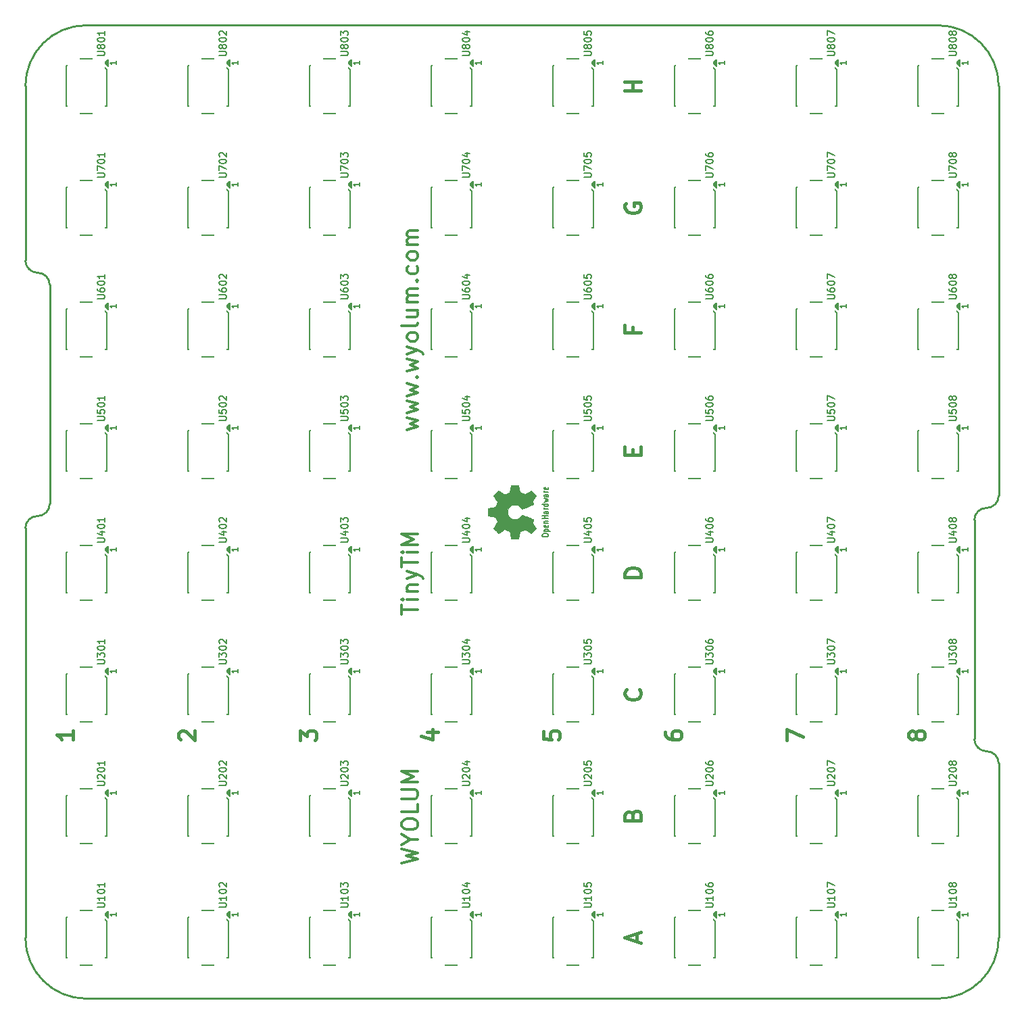
<source format=gto>
G04 #@! TF.FileFunction,Legend,Top*
%FSLAX46Y46*%
G04 Gerber Fmt 4.6, Leading zero omitted, Abs format (unit mm)*
G04 Created by KiCad (PCBNEW (2014-12-11 BZR 5320)-product) date Fri Dec 19 11:32:42 2014*
%MOMM*%
G01*
G04 APERTURE LIST*
%ADD10C,0.152400*%
%ADD11C,0.381000*%
%ADD12C,0.254000*%
%ADD13C,0.304800*%
%ADD14C,0.002540*%
%ADD15C,0.127000*%
%ADD16C,6.604000*%
%ADD17R,1.524000X2.032000*%
G04 APERTURE END LIST*
D10*
D11*
X136918095Y-114493524D02*
X136821333Y-114687048D01*
X136724571Y-114783809D01*
X136531048Y-114880571D01*
X136434286Y-114880571D01*
X136240762Y-114783809D01*
X136144000Y-114687048D01*
X136047238Y-114493524D01*
X136047238Y-114106476D01*
X136144000Y-113912952D01*
X136240762Y-113816190D01*
X136434286Y-113719429D01*
X136531048Y-113719429D01*
X136724571Y-113816190D01*
X136821333Y-113912952D01*
X136918095Y-114106476D01*
X136918095Y-114493524D01*
X137014857Y-114687048D01*
X137111619Y-114783809D01*
X137305143Y-114880571D01*
X137692190Y-114880571D01*
X137885714Y-114783809D01*
X137982476Y-114687048D01*
X138079238Y-114493524D01*
X138079238Y-114106476D01*
X137982476Y-113912952D01*
X137885714Y-113816190D01*
X137692190Y-113719429D01*
X137305143Y-113719429D01*
X137111619Y-113816190D01*
X137014857Y-113912952D01*
X136918095Y-114106476D01*
X120807238Y-114977333D02*
X120807238Y-113622667D01*
X122839238Y-114493524D01*
X105567238Y-113912952D02*
X105567238Y-114300000D01*
X105664000Y-114493524D01*
X105760762Y-114590286D01*
X106051048Y-114783809D01*
X106438095Y-114880571D01*
X107212190Y-114880571D01*
X107405714Y-114783809D01*
X107502476Y-114687048D01*
X107599238Y-114493524D01*
X107599238Y-114106476D01*
X107502476Y-113912952D01*
X107405714Y-113816190D01*
X107212190Y-113719429D01*
X106728381Y-113719429D01*
X106534857Y-113816190D01*
X106438095Y-113912952D01*
X106341333Y-114106476D01*
X106341333Y-114493524D01*
X106438095Y-114687048D01*
X106534857Y-114783809D01*
X106728381Y-114880571D01*
X90327238Y-113816190D02*
X90327238Y-114783809D01*
X91294857Y-114880571D01*
X91198095Y-114783809D01*
X91101333Y-114590286D01*
X91101333Y-114106476D01*
X91198095Y-113912952D01*
X91294857Y-113816190D01*
X91488381Y-113719429D01*
X91972190Y-113719429D01*
X92165714Y-113816190D01*
X92262476Y-113912952D01*
X92359238Y-114106476D01*
X92359238Y-114590286D01*
X92262476Y-114783809D01*
X92165714Y-114880571D01*
X75764571Y-113912952D02*
X77119238Y-113912952D01*
X74990476Y-114396762D02*
X76441905Y-114880571D01*
X76441905Y-113622667D01*
X59847238Y-114977333D02*
X59847238Y-113719429D01*
X60621333Y-114396762D01*
X60621333Y-114106476D01*
X60718095Y-113912952D01*
X60814857Y-113816190D01*
X61008381Y-113719429D01*
X61492190Y-113719429D01*
X61685714Y-113816190D01*
X61782476Y-113912952D01*
X61879238Y-114106476D01*
X61879238Y-114687048D01*
X61782476Y-114880571D01*
X61685714Y-114977333D01*
X44800762Y-114880571D02*
X44704000Y-114783809D01*
X44607238Y-114590286D01*
X44607238Y-114106476D01*
X44704000Y-113912952D01*
X44800762Y-113816190D01*
X44994286Y-113719429D01*
X45187810Y-113719429D01*
X45478095Y-113816190D01*
X46639238Y-114977333D01*
X46639238Y-113719429D01*
X31399238Y-113719429D02*
X31399238Y-114880571D01*
X31399238Y-114300000D02*
X29367238Y-114300000D01*
X29657524Y-114493524D01*
X29851048Y-114687048D01*
X29947810Y-114880571D01*
D12*
X147320000Y-117856000D02*
G75*
G03X145796000Y-116332000I-1524000J0D01*
G01*
X144272000Y-114808000D02*
G75*
G03X145796000Y-116332000I1524000J0D01*
G01*
X145796000Y-85852000D02*
G75*
G03X144272000Y-87376000I0J-1524000D01*
G01*
X145796000Y-85852000D02*
G75*
G03X147320000Y-84328000I0J1524000D01*
G01*
X25400000Y-54864000D02*
G75*
G03X26924000Y-56388000I1524000J0D01*
G01*
X28448000Y-57912000D02*
G75*
G03X26924000Y-56388000I-1524000J0D01*
G01*
X26924000Y-86868000D02*
G75*
G03X25400000Y-88392000I0J-1524000D01*
G01*
X26924000Y-86868000D02*
G75*
G03X28448000Y-85344000I0J1524000D01*
G01*
X147320000Y-84328000D02*
X147320000Y-33020000D01*
X147320000Y-117856000D02*
X147320000Y-139700000D01*
X25400000Y-88392000D02*
X25400000Y-139700000D01*
X25400000Y-54864000D02*
X25400000Y-33020000D01*
X144272000Y-101092000D02*
X144272000Y-114808000D01*
X144272000Y-101092000D02*
X144272000Y-87376000D01*
X28448000Y-71628000D02*
X28448000Y-85344000D01*
X28448000Y-71628000D02*
X28448000Y-57912000D01*
X139700000Y-147320000D02*
X33020000Y-147320000D01*
X33020000Y-25400000D02*
X139700000Y-25400000D01*
X25400000Y-139700000D02*
G75*
G03X33020000Y-147320000I7620000J0D01*
G01*
X147320000Y-33020000D02*
G75*
G03X139700000Y-25400000I-7620000J0D01*
G01*
X33020000Y-25400000D02*
G75*
G03X25400000Y-33020000I0J-7620000D01*
G01*
X139700000Y-147320000D02*
G75*
G03X147320000Y-139700000I0J7620000D01*
G01*
D11*
X102519238Y-33600571D02*
X100487238Y-33600571D01*
X101454857Y-33600571D02*
X101454857Y-32439429D01*
X102519238Y-32439429D02*
X100487238Y-32439429D01*
X100584000Y-47727810D02*
X100487238Y-47921333D01*
X100487238Y-48211619D01*
X100584000Y-48501905D01*
X100777524Y-48695429D01*
X100971048Y-48792190D01*
X101358095Y-48888952D01*
X101648381Y-48888952D01*
X102035429Y-48792190D01*
X102228952Y-48695429D01*
X102422476Y-48501905D01*
X102519238Y-48211619D01*
X102519238Y-48018095D01*
X102422476Y-47727810D01*
X102325714Y-47631048D01*
X101648381Y-47631048D01*
X101648381Y-48018095D01*
X101454857Y-63209714D02*
X101454857Y-63887047D01*
X102519238Y-63887047D02*
X100487238Y-63887047D01*
X100487238Y-62919428D01*
X101454857Y-79175428D02*
X101454857Y-78498095D01*
X102519238Y-78207809D02*
X102519238Y-79175428D01*
X100487238Y-79175428D01*
X100487238Y-78207809D01*
X102519238Y-94512190D02*
X100487238Y-94512190D01*
X100487238Y-94028381D01*
X100584000Y-93738095D01*
X100777524Y-93544571D01*
X100971048Y-93447810D01*
X101358095Y-93351048D01*
X101648381Y-93351048D01*
X102035429Y-93447810D01*
X102228952Y-93544571D01*
X102422476Y-93738095D01*
X102519238Y-94028381D01*
X102519238Y-94512190D01*
X102325714Y-108591048D02*
X102422476Y-108687810D01*
X102519238Y-108978095D01*
X102519238Y-109171619D01*
X102422476Y-109461905D01*
X102228952Y-109655429D01*
X102035429Y-109752190D01*
X101648381Y-109848952D01*
X101358095Y-109848952D01*
X100971048Y-109752190D01*
X100777524Y-109655429D01*
X100584000Y-109461905D01*
X100487238Y-109171619D01*
X100487238Y-108978095D01*
X100584000Y-108687810D01*
X100680762Y-108591048D01*
X101454857Y-124314857D02*
X101551619Y-124024571D01*
X101648381Y-123927810D01*
X101841905Y-123831048D01*
X102132190Y-123831048D01*
X102325714Y-123927810D01*
X102422476Y-124024571D01*
X102519238Y-124218095D01*
X102519238Y-124992190D01*
X100487238Y-124992190D01*
X100487238Y-124314857D01*
X100584000Y-124121333D01*
X100680762Y-124024571D01*
X100874286Y-123927810D01*
X101067810Y-123927810D01*
X101261333Y-124024571D01*
X101358095Y-124121333D01*
X101454857Y-124314857D01*
X101454857Y-124992190D01*
X101938667Y-140183809D02*
X101938667Y-139216190D01*
X102519238Y-140377333D02*
X100487238Y-139700000D01*
X102519238Y-139022667D01*
D13*
X72547238Y-130314095D02*
X74579238Y-129830286D01*
X73127810Y-129443238D01*
X74579238Y-129056191D01*
X72547238Y-128572381D01*
X73611619Y-127411238D02*
X74579238Y-127411238D01*
X72547238Y-128088571D02*
X73611619Y-127411238D01*
X72547238Y-126733905D01*
X72547238Y-125669524D02*
X72547238Y-125282476D01*
X72644000Y-125088952D01*
X72837524Y-124895429D01*
X73224571Y-124798667D01*
X73901905Y-124798667D01*
X74288952Y-124895429D01*
X74482476Y-125088952D01*
X74579238Y-125282476D01*
X74579238Y-125669524D01*
X74482476Y-125863048D01*
X74288952Y-126056571D01*
X73901905Y-126153333D01*
X73224571Y-126153333D01*
X72837524Y-126056571D01*
X72644000Y-125863048D01*
X72547238Y-125669524D01*
X74579238Y-122960190D02*
X74579238Y-123927809D01*
X72547238Y-123927809D01*
X72547238Y-122282857D02*
X74192190Y-122282857D01*
X74385714Y-122186096D01*
X74482476Y-122089334D01*
X74579238Y-121895810D01*
X74579238Y-121508762D01*
X74482476Y-121315238D01*
X74385714Y-121218477D01*
X74192190Y-121121715D01*
X72547238Y-121121715D01*
X74579238Y-120154095D02*
X72547238Y-120154095D01*
X73998667Y-119476762D01*
X72547238Y-118799429D01*
X74579238Y-118799429D01*
X73224571Y-76079046D02*
X74579238Y-75691999D01*
X73611619Y-75304951D01*
X74579238Y-74917903D01*
X73224571Y-74530856D01*
X73224571Y-73950284D02*
X74579238Y-73563237D01*
X73611619Y-73176189D01*
X74579238Y-72789141D01*
X73224571Y-72402094D01*
X73224571Y-71821522D02*
X74579238Y-71434475D01*
X73611619Y-71047427D01*
X74579238Y-70660379D01*
X73224571Y-70273332D01*
X74385714Y-69499236D02*
X74482476Y-69402475D01*
X74579238Y-69499236D01*
X74482476Y-69595998D01*
X74385714Y-69499236D01*
X74579238Y-69499236D01*
X73224571Y-68725141D02*
X74579238Y-68338094D01*
X73611619Y-67951046D01*
X74579238Y-67563998D01*
X73224571Y-67176951D01*
X73224571Y-66596379D02*
X74579238Y-66112570D01*
X73224571Y-65628760D02*
X74579238Y-66112570D01*
X75063048Y-66306094D01*
X75159810Y-66402855D01*
X75256571Y-66596379D01*
X74579238Y-64564380D02*
X74482476Y-64757904D01*
X74385714Y-64854665D01*
X74192190Y-64951427D01*
X73611619Y-64951427D01*
X73418095Y-64854665D01*
X73321333Y-64757904D01*
X73224571Y-64564380D01*
X73224571Y-64274094D01*
X73321333Y-64080570D01*
X73418095Y-63983808D01*
X73611619Y-63887046D01*
X74192190Y-63887046D01*
X74385714Y-63983808D01*
X74482476Y-64080570D01*
X74579238Y-64274094D01*
X74579238Y-64564380D01*
X74579238Y-62725904D02*
X74482476Y-62919428D01*
X74288952Y-63016189D01*
X72547238Y-63016189D01*
X73224571Y-61080951D02*
X74579238Y-61080951D01*
X73224571Y-61951808D02*
X74288952Y-61951808D01*
X74482476Y-61855047D01*
X74579238Y-61661523D01*
X74579238Y-61371237D01*
X74482476Y-61177713D01*
X74385714Y-61080951D01*
X74579238Y-60113332D02*
X73224571Y-60113332D01*
X73418095Y-60113332D02*
X73321333Y-60016571D01*
X73224571Y-59823047D01*
X73224571Y-59532761D01*
X73321333Y-59339237D01*
X73514857Y-59242475D01*
X74579238Y-59242475D01*
X73514857Y-59242475D02*
X73321333Y-59145713D01*
X73224571Y-58952190D01*
X73224571Y-58661904D01*
X73321333Y-58468380D01*
X73514857Y-58371618D01*
X74579238Y-58371618D01*
X74385714Y-57403999D02*
X74482476Y-57307238D01*
X74579238Y-57403999D01*
X74482476Y-57500761D01*
X74385714Y-57403999D01*
X74579238Y-57403999D01*
X74482476Y-55565523D02*
X74579238Y-55759047D01*
X74579238Y-56146095D01*
X74482476Y-56339619D01*
X74385714Y-56436380D01*
X74192190Y-56533142D01*
X73611619Y-56533142D01*
X73418095Y-56436380D01*
X73321333Y-56339619D01*
X73224571Y-56146095D01*
X73224571Y-55759047D01*
X73321333Y-55565523D01*
X74579238Y-54404381D02*
X74482476Y-54597905D01*
X74385714Y-54694666D01*
X74192190Y-54791428D01*
X73611619Y-54791428D01*
X73418095Y-54694666D01*
X73321333Y-54597905D01*
X73224571Y-54404381D01*
X73224571Y-54114095D01*
X73321333Y-53920571D01*
X73418095Y-53823809D01*
X73611619Y-53727047D01*
X74192190Y-53727047D01*
X74385714Y-53823809D01*
X74482476Y-53920571D01*
X74579238Y-54114095D01*
X74579238Y-54404381D01*
X74579238Y-52856190D02*
X73224571Y-52856190D01*
X73418095Y-52856190D02*
X73321333Y-52759429D01*
X73224571Y-52565905D01*
X73224571Y-52275619D01*
X73321333Y-52082095D01*
X73514857Y-51985333D01*
X74579238Y-51985333D01*
X73514857Y-51985333D02*
X73321333Y-51888571D01*
X73224571Y-51695048D01*
X73224571Y-51404762D01*
X73321333Y-51211238D01*
X73514857Y-51114476D01*
X74579238Y-51114476D01*
X72547238Y-99156761D02*
X72547238Y-97995618D01*
X74579238Y-98576190D02*
X72547238Y-98576190D01*
X74579238Y-97318285D02*
X73224571Y-97318285D01*
X72547238Y-97318285D02*
X72644000Y-97415047D01*
X72740762Y-97318285D01*
X72644000Y-97221524D01*
X72547238Y-97318285D01*
X72740762Y-97318285D01*
X73224571Y-96350666D02*
X74579238Y-96350666D01*
X73418095Y-96350666D02*
X73321333Y-96253905D01*
X73224571Y-96060381D01*
X73224571Y-95770095D01*
X73321333Y-95576571D01*
X73514857Y-95479809D01*
X74579238Y-95479809D01*
X73224571Y-94705714D02*
X74579238Y-94221905D01*
X73224571Y-93738095D02*
X74579238Y-94221905D01*
X75063048Y-94415429D01*
X75159810Y-94512190D01*
X75256571Y-94705714D01*
X72547238Y-93254286D02*
X72547238Y-92093143D01*
X74579238Y-92673715D02*
X72547238Y-92673715D01*
X74579238Y-91415810D02*
X73224571Y-91415810D01*
X72547238Y-91415810D02*
X72644000Y-91512572D01*
X72740762Y-91415810D01*
X72644000Y-91319049D01*
X72547238Y-91415810D01*
X72740762Y-91415810D01*
X74579238Y-90448191D02*
X72547238Y-90448191D01*
X73998667Y-89770858D01*
X72547238Y-89093525D01*
X74579238Y-89093525D01*
D14*
G36*
X89359740Y-88384380D02*
X89339420Y-88348820D01*
X89291160Y-88270080D01*
X89217500Y-88158320D01*
X89131140Y-88026240D01*
X89039700Y-87894160D01*
X88968580Y-87784940D01*
X88917780Y-87708740D01*
X88900000Y-87678260D01*
X88907620Y-87660480D01*
X88938100Y-87596980D01*
X88983820Y-87508080D01*
X89011760Y-87454740D01*
X89047320Y-87370920D01*
X89054940Y-87327740D01*
X89044780Y-87322660D01*
X88981280Y-87292180D01*
X88872060Y-87243920D01*
X88727280Y-87180420D01*
X88557100Y-87106760D01*
X88374220Y-87030560D01*
X88188800Y-86951820D01*
X88011000Y-86878160D01*
X87850980Y-86814660D01*
X87718900Y-86761320D01*
X87630000Y-86725760D01*
X87591900Y-86713060D01*
X87581740Y-86718140D01*
X87541100Y-86758780D01*
X87487760Y-86832440D01*
X87358220Y-86989920D01*
X87165180Y-87147400D01*
X86944200Y-87241380D01*
X86697820Y-87274400D01*
X86469220Y-87246460D01*
X86250780Y-87157560D01*
X86055200Y-87005160D01*
X85907880Y-86819740D01*
X85816440Y-86603840D01*
X85785960Y-86360000D01*
X85811360Y-86128860D01*
X85900260Y-85905340D01*
X86050120Y-85707220D01*
X86146640Y-85623400D01*
X86344760Y-85509100D01*
X86558120Y-85445600D01*
X86614000Y-85437980D01*
X86847680Y-85448140D01*
X87071200Y-85516720D01*
X87271860Y-85641180D01*
X87436960Y-85811360D01*
X87452200Y-85834220D01*
X87513160Y-85912960D01*
X87553800Y-85966300D01*
X87586820Y-86009480D01*
X88305640Y-85709760D01*
X88419940Y-85661500D01*
X88618060Y-85580220D01*
X88785700Y-85509100D01*
X88920320Y-85450680D01*
X89011760Y-85410040D01*
X89047320Y-85392260D01*
X89049860Y-85392260D01*
X89054940Y-85364320D01*
X89034620Y-85310980D01*
X88986360Y-85209380D01*
X88950800Y-85143340D01*
X88915240Y-85067140D01*
X88900000Y-85031580D01*
X88917780Y-85003640D01*
X88963500Y-84929980D01*
X89034620Y-84823300D01*
X89123520Y-84693760D01*
X89207340Y-84571840D01*
X89281000Y-84460080D01*
X89334340Y-84378800D01*
X89354660Y-84338160D01*
X89354660Y-84333080D01*
X89334340Y-84297520D01*
X89281000Y-84231480D01*
X89189560Y-84134960D01*
X89052400Y-83995260D01*
X89029540Y-83974940D01*
X88915240Y-83860640D01*
X88818720Y-83769200D01*
X88747600Y-83705700D01*
X88717120Y-83682840D01*
X88717120Y-83682840D01*
X88679020Y-83703160D01*
X88595200Y-83756500D01*
X88480900Y-83830160D01*
X88348820Y-83921600D01*
X88003380Y-84160360D01*
X87675720Y-84028280D01*
X87576660Y-83987640D01*
X87454740Y-83936840D01*
X87368380Y-83898740D01*
X87330280Y-83880960D01*
X87317580Y-83845400D01*
X87297260Y-83756500D01*
X87269320Y-83626960D01*
X87241380Y-83472020D01*
X87213440Y-83324700D01*
X87188040Y-83192620D01*
X87170260Y-83096100D01*
X87162640Y-83052920D01*
X87155020Y-83042760D01*
X87134700Y-83032600D01*
X87088980Y-83027520D01*
X87007700Y-83024980D01*
X86880700Y-83022440D01*
X86697820Y-83022440D01*
X86677500Y-83022440D01*
X86502240Y-83024980D01*
X86362540Y-83027520D01*
X86271100Y-83032600D01*
X86235540Y-83037680D01*
X86235540Y-83037680D01*
X86225380Y-83080860D01*
X86205060Y-83174840D01*
X86179660Y-83306920D01*
X86149180Y-83464400D01*
X86146640Y-83474560D01*
X86116160Y-83632040D01*
X86088220Y-83766660D01*
X86067900Y-83858100D01*
X86055200Y-83896200D01*
X86045040Y-83906360D01*
X85981540Y-83936840D01*
X85885020Y-83982560D01*
X85765640Y-84035900D01*
X85641180Y-84086700D01*
X85529420Y-84129880D01*
X85445600Y-84160360D01*
X85407500Y-84170520D01*
X85407500Y-84170520D01*
X85369400Y-84145120D01*
X85288120Y-84091780D01*
X85173820Y-84015580D01*
X85039200Y-83921600D01*
X85029040Y-83916520D01*
X84896960Y-83825080D01*
X84782660Y-83751420D01*
X84701380Y-83703160D01*
X84665820Y-83682840D01*
X84663280Y-83685380D01*
X84625180Y-83713320D01*
X84548980Y-83781900D01*
X84447380Y-83878420D01*
X84328000Y-83995260D01*
X84292440Y-84033360D01*
X84165440Y-84162900D01*
X84081620Y-84254340D01*
X84038440Y-84310220D01*
X84028280Y-84335620D01*
X84028280Y-84338160D01*
X84053680Y-84378800D01*
X84109560Y-84462620D01*
X84185760Y-84576920D01*
X84277200Y-84711540D01*
X84284820Y-84721700D01*
X84376260Y-84853780D01*
X84449920Y-84965540D01*
X84503260Y-85044280D01*
X84523580Y-85079840D01*
X84523580Y-85084920D01*
X84508340Y-85140800D01*
X84475320Y-85234780D01*
X84429600Y-85351620D01*
X84378800Y-85476080D01*
X84333080Y-85587840D01*
X84294980Y-85671660D01*
X84272120Y-85709760D01*
X84269580Y-85712300D01*
X84221320Y-85725000D01*
X84122260Y-85747860D01*
X83985100Y-85778340D01*
X83820000Y-85808820D01*
X83794600Y-85813900D01*
X83634580Y-85844380D01*
X83505040Y-85869780D01*
X83413600Y-85887560D01*
X83375500Y-85897720D01*
X83370420Y-85920580D01*
X83365340Y-85996780D01*
X83362800Y-86116160D01*
X83360260Y-86258400D01*
X83360260Y-86410800D01*
X83365340Y-86558120D01*
X83367880Y-86682580D01*
X83375500Y-86774020D01*
X83383120Y-86812120D01*
X83385660Y-86812120D01*
X83433920Y-86827360D01*
X83532980Y-86847680D01*
X83672680Y-86875620D01*
X83835240Y-86908640D01*
X83865720Y-86913720D01*
X84023200Y-86944200D01*
X84152740Y-86969600D01*
X84244180Y-86989920D01*
X84279740Y-87000080D01*
X84287360Y-87012780D01*
X84315300Y-87078820D01*
X84358480Y-87185500D01*
X84411820Y-87317580D01*
X84536280Y-87622380D01*
X84279740Y-87998300D01*
X84256880Y-88031320D01*
X84162900Y-88165940D01*
X84089240Y-88277700D01*
X84040980Y-88353900D01*
X84023200Y-88386920D01*
X84023200Y-88389460D01*
X84056220Y-88427560D01*
X84124800Y-88501220D01*
X84223860Y-88602820D01*
X84343240Y-88719660D01*
X84429600Y-88808560D01*
X84533740Y-88910160D01*
X84604860Y-88976200D01*
X84650580Y-89011760D01*
X84678520Y-89024460D01*
X84696300Y-89021920D01*
X84734400Y-88996520D01*
X84818220Y-88943180D01*
X84929980Y-88864440D01*
X85064600Y-88773000D01*
X85173820Y-88699340D01*
X85300820Y-88618060D01*
X85389720Y-88564720D01*
X85432900Y-88546940D01*
X85453220Y-88552020D01*
X85524340Y-88577420D01*
X85636100Y-88620600D01*
X85768180Y-88679020D01*
X86065360Y-88808560D01*
X86103460Y-89001600D01*
X86123780Y-89120980D01*
X86156800Y-89286080D01*
X86187280Y-89443560D01*
X86235540Y-89689940D01*
X87139780Y-89697560D01*
X87155020Y-89659460D01*
X87165180Y-89623900D01*
X87185500Y-89532460D01*
X87210900Y-89402920D01*
X87238840Y-89247980D01*
X87264240Y-89118440D01*
X87289640Y-88986360D01*
X87307420Y-88889840D01*
X87317580Y-88849200D01*
X87330280Y-88839040D01*
X87393780Y-88806020D01*
X87495380Y-88757760D01*
X87617300Y-88706960D01*
X87744300Y-88653620D01*
X87861140Y-88607900D01*
X87950040Y-88574880D01*
X87998300Y-88562180D01*
X88031320Y-88579960D01*
X88110060Y-88630760D01*
X88219280Y-88701880D01*
X88351360Y-88793320D01*
X88480900Y-88882220D01*
X88595200Y-88958420D01*
X88673940Y-89009220D01*
X88712040Y-89032080D01*
X88737440Y-89021920D01*
X88800940Y-88968580D01*
X88902540Y-88869520D01*
X89047320Y-88722200D01*
X89070180Y-88699340D01*
X89184480Y-88582500D01*
X89275920Y-88483440D01*
X89336880Y-88414860D01*
X89359740Y-88384380D01*
X89359740Y-88384380D01*
G37*
X89359740Y-88384380D02*
X89339420Y-88348820D01*
X89291160Y-88270080D01*
X89217500Y-88158320D01*
X89131140Y-88026240D01*
X89039700Y-87894160D01*
X88968580Y-87784940D01*
X88917780Y-87708740D01*
X88900000Y-87678260D01*
X88907620Y-87660480D01*
X88938100Y-87596980D01*
X88983820Y-87508080D01*
X89011760Y-87454740D01*
X89047320Y-87370920D01*
X89054940Y-87327740D01*
X89044780Y-87322660D01*
X88981280Y-87292180D01*
X88872060Y-87243920D01*
X88727280Y-87180420D01*
X88557100Y-87106760D01*
X88374220Y-87030560D01*
X88188800Y-86951820D01*
X88011000Y-86878160D01*
X87850980Y-86814660D01*
X87718900Y-86761320D01*
X87630000Y-86725760D01*
X87591900Y-86713060D01*
X87581740Y-86718140D01*
X87541100Y-86758780D01*
X87487760Y-86832440D01*
X87358220Y-86989920D01*
X87165180Y-87147400D01*
X86944200Y-87241380D01*
X86697820Y-87274400D01*
X86469220Y-87246460D01*
X86250780Y-87157560D01*
X86055200Y-87005160D01*
X85907880Y-86819740D01*
X85816440Y-86603840D01*
X85785960Y-86360000D01*
X85811360Y-86128860D01*
X85900260Y-85905340D01*
X86050120Y-85707220D01*
X86146640Y-85623400D01*
X86344760Y-85509100D01*
X86558120Y-85445600D01*
X86614000Y-85437980D01*
X86847680Y-85448140D01*
X87071200Y-85516720D01*
X87271860Y-85641180D01*
X87436960Y-85811360D01*
X87452200Y-85834220D01*
X87513160Y-85912960D01*
X87553800Y-85966300D01*
X87586820Y-86009480D01*
X88305640Y-85709760D01*
X88419940Y-85661500D01*
X88618060Y-85580220D01*
X88785700Y-85509100D01*
X88920320Y-85450680D01*
X89011760Y-85410040D01*
X89047320Y-85392260D01*
X89049860Y-85392260D01*
X89054940Y-85364320D01*
X89034620Y-85310980D01*
X88986360Y-85209380D01*
X88950800Y-85143340D01*
X88915240Y-85067140D01*
X88900000Y-85031580D01*
X88917780Y-85003640D01*
X88963500Y-84929980D01*
X89034620Y-84823300D01*
X89123520Y-84693760D01*
X89207340Y-84571840D01*
X89281000Y-84460080D01*
X89334340Y-84378800D01*
X89354660Y-84338160D01*
X89354660Y-84333080D01*
X89334340Y-84297520D01*
X89281000Y-84231480D01*
X89189560Y-84134960D01*
X89052400Y-83995260D01*
X89029540Y-83974940D01*
X88915240Y-83860640D01*
X88818720Y-83769200D01*
X88747600Y-83705700D01*
X88717120Y-83682840D01*
X88717120Y-83682840D01*
X88679020Y-83703160D01*
X88595200Y-83756500D01*
X88480900Y-83830160D01*
X88348820Y-83921600D01*
X88003380Y-84160360D01*
X87675720Y-84028280D01*
X87576660Y-83987640D01*
X87454740Y-83936840D01*
X87368380Y-83898740D01*
X87330280Y-83880960D01*
X87317580Y-83845400D01*
X87297260Y-83756500D01*
X87269320Y-83626960D01*
X87241380Y-83472020D01*
X87213440Y-83324700D01*
X87188040Y-83192620D01*
X87170260Y-83096100D01*
X87162640Y-83052920D01*
X87155020Y-83042760D01*
X87134700Y-83032600D01*
X87088980Y-83027520D01*
X87007700Y-83024980D01*
X86880700Y-83022440D01*
X86697820Y-83022440D01*
X86677500Y-83022440D01*
X86502240Y-83024980D01*
X86362540Y-83027520D01*
X86271100Y-83032600D01*
X86235540Y-83037680D01*
X86235540Y-83037680D01*
X86225380Y-83080860D01*
X86205060Y-83174840D01*
X86179660Y-83306920D01*
X86149180Y-83464400D01*
X86146640Y-83474560D01*
X86116160Y-83632040D01*
X86088220Y-83766660D01*
X86067900Y-83858100D01*
X86055200Y-83896200D01*
X86045040Y-83906360D01*
X85981540Y-83936840D01*
X85885020Y-83982560D01*
X85765640Y-84035900D01*
X85641180Y-84086700D01*
X85529420Y-84129880D01*
X85445600Y-84160360D01*
X85407500Y-84170520D01*
X85407500Y-84170520D01*
X85369400Y-84145120D01*
X85288120Y-84091780D01*
X85173820Y-84015580D01*
X85039200Y-83921600D01*
X85029040Y-83916520D01*
X84896960Y-83825080D01*
X84782660Y-83751420D01*
X84701380Y-83703160D01*
X84665820Y-83682840D01*
X84663280Y-83685380D01*
X84625180Y-83713320D01*
X84548980Y-83781900D01*
X84447380Y-83878420D01*
X84328000Y-83995260D01*
X84292440Y-84033360D01*
X84165440Y-84162900D01*
X84081620Y-84254340D01*
X84038440Y-84310220D01*
X84028280Y-84335620D01*
X84028280Y-84338160D01*
X84053680Y-84378800D01*
X84109560Y-84462620D01*
X84185760Y-84576920D01*
X84277200Y-84711540D01*
X84284820Y-84721700D01*
X84376260Y-84853780D01*
X84449920Y-84965540D01*
X84503260Y-85044280D01*
X84523580Y-85079840D01*
X84523580Y-85084920D01*
X84508340Y-85140800D01*
X84475320Y-85234780D01*
X84429600Y-85351620D01*
X84378800Y-85476080D01*
X84333080Y-85587840D01*
X84294980Y-85671660D01*
X84272120Y-85709760D01*
X84269580Y-85712300D01*
X84221320Y-85725000D01*
X84122260Y-85747860D01*
X83985100Y-85778340D01*
X83820000Y-85808820D01*
X83794600Y-85813900D01*
X83634580Y-85844380D01*
X83505040Y-85869780D01*
X83413600Y-85887560D01*
X83375500Y-85897720D01*
X83370420Y-85920580D01*
X83365340Y-85996780D01*
X83362800Y-86116160D01*
X83360260Y-86258400D01*
X83360260Y-86410800D01*
X83365340Y-86558120D01*
X83367880Y-86682580D01*
X83375500Y-86774020D01*
X83383120Y-86812120D01*
X83385660Y-86812120D01*
X83433920Y-86827360D01*
X83532980Y-86847680D01*
X83672680Y-86875620D01*
X83835240Y-86908640D01*
X83865720Y-86913720D01*
X84023200Y-86944200D01*
X84152740Y-86969600D01*
X84244180Y-86989920D01*
X84279740Y-87000080D01*
X84287360Y-87012780D01*
X84315300Y-87078820D01*
X84358480Y-87185500D01*
X84411820Y-87317580D01*
X84536280Y-87622380D01*
X84279740Y-87998300D01*
X84256880Y-88031320D01*
X84162900Y-88165940D01*
X84089240Y-88277700D01*
X84040980Y-88353900D01*
X84023200Y-88386920D01*
X84023200Y-88389460D01*
X84056220Y-88427560D01*
X84124800Y-88501220D01*
X84223860Y-88602820D01*
X84343240Y-88719660D01*
X84429600Y-88808560D01*
X84533740Y-88910160D01*
X84604860Y-88976200D01*
X84650580Y-89011760D01*
X84678520Y-89024460D01*
X84696300Y-89021920D01*
X84734400Y-88996520D01*
X84818220Y-88943180D01*
X84929980Y-88864440D01*
X85064600Y-88773000D01*
X85173820Y-88699340D01*
X85300820Y-88618060D01*
X85389720Y-88564720D01*
X85432900Y-88546940D01*
X85453220Y-88552020D01*
X85524340Y-88577420D01*
X85636100Y-88620600D01*
X85768180Y-88679020D01*
X86065360Y-88808560D01*
X86103460Y-89001600D01*
X86123780Y-89120980D01*
X86156800Y-89286080D01*
X86187280Y-89443560D01*
X86235540Y-89689940D01*
X87139780Y-89697560D01*
X87155020Y-89659460D01*
X87165180Y-89623900D01*
X87185500Y-89532460D01*
X87210900Y-89402920D01*
X87238840Y-89247980D01*
X87264240Y-89118440D01*
X87289640Y-88986360D01*
X87307420Y-88889840D01*
X87317580Y-88849200D01*
X87330280Y-88839040D01*
X87393780Y-88806020D01*
X87495380Y-88757760D01*
X87617300Y-88706960D01*
X87744300Y-88653620D01*
X87861140Y-88607900D01*
X87950040Y-88574880D01*
X87998300Y-88562180D01*
X88031320Y-88579960D01*
X88110060Y-88630760D01*
X88219280Y-88701880D01*
X88351360Y-88793320D01*
X88480900Y-88882220D01*
X88595200Y-88958420D01*
X88673940Y-89009220D01*
X88712040Y-89032080D01*
X88737440Y-89021920D01*
X88800940Y-88968580D01*
X88902540Y-88869520D01*
X89047320Y-88722200D01*
X89070180Y-88699340D01*
X89184480Y-88582500D01*
X89275920Y-88483440D01*
X89336880Y-88414860D01*
X89359740Y-88384380D01*
D15*
X50609500Y-30162500D02*
X50609500Y-30035500D01*
X50736500Y-30226000D02*
X50736500Y-29972000D01*
X50863500Y-30353000D02*
X50863500Y-29845000D01*
X50546000Y-30099000D02*
X50990500Y-29654500D01*
X50990500Y-29654500D02*
X50990500Y-30543500D01*
X50990500Y-30543500D02*
X50546000Y-30099000D01*
X50800000Y-30988000D02*
X50546000Y-30734000D01*
X50292000Y-36449000D02*
X46228000Y-36449000D01*
X50292000Y-29591000D02*
X46228000Y-29591000D01*
X45720000Y-30480000D02*
X45974000Y-30480000D01*
X50800000Y-35560000D02*
X50546000Y-35560000D01*
X45720000Y-35560000D02*
X45974000Y-35560000D01*
X50800000Y-30988000D02*
X50800000Y-33020000D01*
X50800000Y-33020000D02*
X50800000Y-35560000D01*
X45720000Y-35560000D02*
X45720000Y-33020000D01*
X45720000Y-33020000D02*
X45720000Y-30480000D01*
X142049500Y-45402500D02*
X142049500Y-45275500D01*
X142176500Y-45466000D02*
X142176500Y-45212000D01*
X142303500Y-45593000D02*
X142303500Y-45085000D01*
X141986000Y-45339000D02*
X142430500Y-44894500D01*
X142430500Y-44894500D02*
X142430500Y-45783500D01*
X142430500Y-45783500D02*
X141986000Y-45339000D01*
X142240000Y-46228000D02*
X141986000Y-45974000D01*
X141732000Y-51689000D02*
X137668000Y-51689000D01*
X141732000Y-44831000D02*
X137668000Y-44831000D01*
X137160000Y-45720000D02*
X137414000Y-45720000D01*
X142240000Y-50800000D02*
X141986000Y-50800000D01*
X137160000Y-50800000D02*
X137414000Y-50800000D01*
X142240000Y-46228000D02*
X142240000Y-48260000D01*
X142240000Y-48260000D02*
X142240000Y-50800000D01*
X137160000Y-50800000D02*
X137160000Y-48260000D01*
X137160000Y-48260000D02*
X137160000Y-45720000D01*
X126809500Y-45402500D02*
X126809500Y-45275500D01*
X126936500Y-45466000D02*
X126936500Y-45212000D01*
X127063500Y-45593000D02*
X127063500Y-45085000D01*
X126746000Y-45339000D02*
X127190500Y-44894500D01*
X127190500Y-44894500D02*
X127190500Y-45783500D01*
X127190500Y-45783500D02*
X126746000Y-45339000D01*
X127000000Y-46228000D02*
X126746000Y-45974000D01*
X126492000Y-51689000D02*
X122428000Y-51689000D01*
X126492000Y-44831000D02*
X122428000Y-44831000D01*
X121920000Y-45720000D02*
X122174000Y-45720000D01*
X127000000Y-50800000D02*
X126746000Y-50800000D01*
X121920000Y-50800000D02*
X122174000Y-50800000D01*
X127000000Y-46228000D02*
X127000000Y-48260000D01*
X127000000Y-48260000D02*
X127000000Y-50800000D01*
X121920000Y-50800000D02*
X121920000Y-48260000D01*
X121920000Y-48260000D02*
X121920000Y-45720000D01*
X111569500Y-45402500D02*
X111569500Y-45275500D01*
X111696500Y-45466000D02*
X111696500Y-45212000D01*
X111823500Y-45593000D02*
X111823500Y-45085000D01*
X111506000Y-45339000D02*
X111950500Y-44894500D01*
X111950500Y-44894500D02*
X111950500Y-45783500D01*
X111950500Y-45783500D02*
X111506000Y-45339000D01*
X111760000Y-46228000D02*
X111506000Y-45974000D01*
X111252000Y-51689000D02*
X107188000Y-51689000D01*
X111252000Y-44831000D02*
X107188000Y-44831000D01*
X106680000Y-45720000D02*
X106934000Y-45720000D01*
X111760000Y-50800000D02*
X111506000Y-50800000D01*
X106680000Y-50800000D02*
X106934000Y-50800000D01*
X111760000Y-46228000D02*
X111760000Y-48260000D01*
X111760000Y-48260000D02*
X111760000Y-50800000D01*
X106680000Y-50800000D02*
X106680000Y-48260000D01*
X106680000Y-48260000D02*
X106680000Y-45720000D01*
X96329500Y-45402500D02*
X96329500Y-45275500D01*
X96456500Y-45466000D02*
X96456500Y-45212000D01*
X96583500Y-45593000D02*
X96583500Y-45085000D01*
X96266000Y-45339000D02*
X96710500Y-44894500D01*
X96710500Y-44894500D02*
X96710500Y-45783500D01*
X96710500Y-45783500D02*
X96266000Y-45339000D01*
X96520000Y-46228000D02*
X96266000Y-45974000D01*
X96012000Y-51689000D02*
X91948000Y-51689000D01*
X96012000Y-44831000D02*
X91948000Y-44831000D01*
X91440000Y-45720000D02*
X91694000Y-45720000D01*
X96520000Y-50800000D02*
X96266000Y-50800000D01*
X91440000Y-50800000D02*
X91694000Y-50800000D01*
X96520000Y-46228000D02*
X96520000Y-48260000D01*
X96520000Y-48260000D02*
X96520000Y-50800000D01*
X91440000Y-50800000D02*
X91440000Y-48260000D01*
X91440000Y-48260000D02*
X91440000Y-45720000D01*
X81089500Y-45402500D02*
X81089500Y-45275500D01*
X81216500Y-45466000D02*
X81216500Y-45212000D01*
X81343500Y-45593000D02*
X81343500Y-45085000D01*
X81026000Y-45339000D02*
X81470500Y-44894500D01*
X81470500Y-44894500D02*
X81470500Y-45783500D01*
X81470500Y-45783500D02*
X81026000Y-45339000D01*
X81280000Y-46228000D02*
X81026000Y-45974000D01*
X80772000Y-51689000D02*
X76708000Y-51689000D01*
X80772000Y-44831000D02*
X76708000Y-44831000D01*
X76200000Y-45720000D02*
X76454000Y-45720000D01*
X81280000Y-50800000D02*
X81026000Y-50800000D01*
X76200000Y-50800000D02*
X76454000Y-50800000D01*
X81280000Y-46228000D02*
X81280000Y-48260000D01*
X81280000Y-48260000D02*
X81280000Y-50800000D01*
X76200000Y-50800000D02*
X76200000Y-48260000D01*
X76200000Y-48260000D02*
X76200000Y-45720000D01*
X65849500Y-45402500D02*
X65849500Y-45275500D01*
X65976500Y-45466000D02*
X65976500Y-45212000D01*
X66103500Y-45593000D02*
X66103500Y-45085000D01*
X65786000Y-45339000D02*
X66230500Y-44894500D01*
X66230500Y-44894500D02*
X66230500Y-45783500D01*
X66230500Y-45783500D02*
X65786000Y-45339000D01*
X66040000Y-46228000D02*
X65786000Y-45974000D01*
X65532000Y-51689000D02*
X61468000Y-51689000D01*
X65532000Y-44831000D02*
X61468000Y-44831000D01*
X60960000Y-45720000D02*
X61214000Y-45720000D01*
X66040000Y-50800000D02*
X65786000Y-50800000D01*
X60960000Y-50800000D02*
X61214000Y-50800000D01*
X66040000Y-46228000D02*
X66040000Y-48260000D01*
X66040000Y-48260000D02*
X66040000Y-50800000D01*
X60960000Y-50800000D02*
X60960000Y-48260000D01*
X60960000Y-48260000D02*
X60960000Y-45720000D01*
X50609500Y-45402500D02*
X50609500Y-45275500D01*
X50736500Y-45466000D02*
X50736500Y-45212000D01*
X50863500Y-45593000D02*
X50863500Y-45085000D01*
X50546000Y-45339000D02*
X50990500Y-44894500D01*
X50990500Y-44894500D02*
X50990500Y-45783500D01*
X50990500Y-45783500D02*
X50546000Y-45339000D01*
X50800000Y-46228000D02*
X50546000Y-45974000D01*
X50292000Y-51689000D02*
X46228000Y-51689000D01*
X50292000Y-44831000D02*
X46228000Y-44831000D01*
X45720000Y-45720000D02*
X45974000Y-45720000D01*
X50800000Y-50800000D02*
X50546000Y-50800000D01*
X45720000Y-50800000D02*
X45974000Y-50800000D01*
X50800000Y-46228000D02*
X50800000Y-48260000D01*
X50800000Y-48260000D02*
X50800000Y-50800000D01*
X45720000Y-50800000D02*
X45720000Y-48260000D01*
X45720000Y-48260000D02*
X45720000Y-45720000D01*
X35369500Y-45402500D02*
X35369500Y-45275500D01*
X35496500Y-45466000D02*
X35496500Y-45212000D01*
X35623500Y-45593000D02*
X35623500Y-45085000D01*
X35306000Y-45339000D02*
X35750500Y-44894500D01*
X35750500Y-44894500D02*
X35750500Y-45783500D01*
X35750500Y-45783500D02*
X35306000Y-45339000D01*
X35560000Y-46228000D02*
X35306000Y-45974000D01*
X35052000Y-51689000D02*
X30988000Y-51689000D01*
X35052000Y-44831000D02*
X30988000Y-44831000D01*
X30480000Y-45720000D02*
X30734000Y-45720000D01*
X35560000Y-50800000D02*
X35306000Y-50800000D01*
X30480000Y-50800000D02*
X30734000Y-50800000D01*
X35560000Y-46228000D02*
X35560000Y-48260000D01*
X35560000Y-48260000D02*
X35560000Y-50800000D01*
X30480000Y-50800000D02*
X30480000Y-48260000D01*
X30480000Y-48260000D02*
X30480000Y-45720000D01*
X142049500Y-60642500D02*
X142049500Y-60515500D01*
X142176500Y-60706000D02*
X142176500Y-60452000D01*
X142303500Y-60833000D02*
X142303500Y-60325000D01*
X141986000Y-60579000D02*
X142430500Y-60134500D01*
X142430500Y-60134500D02*
X142430500Y-61023500D01*
X142430500Y-61023500D02*
X141986000Y-60579000D01*
X142240000Y-61468000D02*
X141986000Y-61214000D01*
X141732000Y-66929000D02*
X137668000Y-66929000D01*
X141732000Y-60071000D02*
X137668000Y-60071000D01*
X137160000Y-60960000D02*
X137414000Y-60960000D01*
X142240000Y-66040000D02*
X141986000Y-66040000D01*
X137160000Y-66040000D02*
X137414000Y-66040000D01*
X142240000Y-61468000D02*
X142240000Y-63500000D01*
X142240000Y-63500000D02*
X142240000Y-66040000D01*
X137160000Y-66040000D02*
X137160000Y-63500000D01*
X137160000Y-63500000D02*
X137160000Y-60960000D01*
X126809500Y-60642500D02*
X126809500Y-60515500D01*
X126936500Y-60706000D02*
X126936500Y-60452000D01*
X127063500Y-60833000D02*
X127063500Y-60325000D01*
X126746000Y-60579000D02*
X127190500Y-60134500D01*
X127190500Y-60134500D02*
X127190500Y-61023500D01*
X127190500Y-61023500D02*
X126746000Y-60579000D01*
X127000000Y-61468000D02*
X126746000Y-61214000D01*
X126492000Y-66929000D02*
X122428000Y-66929000D01*
X126492000Y-60071000D02*
X122428000Y-60071000D01*
X121920000Y-60960000D02*
X122174000Y-60960000D01*
X127000000Y-66040000D02*
X126746000Y-66040000D01*
X121920000Y-66040000D02*
X122174000Y-66040000D01*
X127000000Y-61468000D02*
X127000000Y-63500000D01*
X127000000Y-63500000D02*
X127000000Y-66040000D01*
X121920000Y-66040000D02*
X121920000Y-63500000D01*
X121920000Y-63500000D02*
X121920000Y-60960000D01*
X111569500Y-60642500D02*
X111569500Y-60515500D01*
X111696500Y-60706000D02*
X111696500Y-60452000D01*
X111823500Y-60833000D02*
X111823500Y-60325000D01*
X111506000Y-60579000D02*
X111950500Y-60134500D01*
X111950500Y-60134500D02*
X111950500Y-61023500D01*
X111950500Y-61023500D02*
X111506000Y-60579000D01*
X111760000Y-61468000D02*
X111506000Y-61214000D01*
X111252000Y-66929000D02*
X107188000Y-66929000D01*
X111252000Y-60071000D02*
X107188000Y-60071000D01*
X106680000Y-60960000D02*
X106934000Y-60960000D01*
X111760000Y-66040000D02*
X111506000Y-66040000D01*
X106680000Y-66040000D02*
X106934000Y-66040000D01*
X111760000Y-61468000D02*
X111760000Y-63500000D01*
X111760000Y-63500000D02*
X111760000Y-66040000D01*
X106680000Y-66040000D02*
X106680000Y-63500000D01*
X106680000Y-63500000D02*
X106680000Y-60960000D01*
X96329500Y-60642500D02*
X96329500Y-60515500D01*
X96456500Y-60706000D02*
X96456500Y-60452000D01*
X96583500Y-60833000D02*
X96583500Y-60325000D01*
X96266000Y-60579000D02*
X96710500Y-60134500D01*
X96710500Y-60134500D02*
X96710500Y-61023500D01*
X96710500Y-61023500D02*
X96266000Y-60579000D01*
X96520000Y-61468000D02*
X96266000Y-61214000D01*
X96012000Y-66929000D02*
X91948000Y-66929000D01*
X96012000Y-60071000D02*
X91948000Y-60071000D01*
X91440000Y-60960000D02*
X91694000Y-60960000D01*
X96520000Y-66040000D02*
X96266000Y-66040000D01*
X91440000Y-66040000D02*
X91694000Y-66040000D01*
X96520000Y-61468000D02*
X96520000Y-63500000D01*
X96520000Y-63500000D02*
X96520000Y-66040000D01*
X91440000Y-66040000D02*
X91440000Y-63500000D01*
X91440000Y-63500000D02*
X91440000Y-60960000D01*
X81089500Y-60642500D02*
X81089500Y-60515500D01*
X81216500Y-60706000D02*
X81216500Y-60452000D01*
X81343500Y-60833000D02*
X81343500Y-60325000D01*
X81026000Y-60579000D02*
X81470500Y-60134500D01*
X81470500Y-60134500D02*
X81470500Y-61023500D01*
X81470500Y-61023500D02*
X81026000Y-60579000D01*
X81280000Y-61468000D02*
X81026000Y-61214000D01*
X80772000Y-66929000D02*
X76708000Y-66929000D01*
X80772000Y-60071000D02*
X76708000Y-60071000D01*
X76200000Y-60960000D02*
X76454000Y-60960000D01*
X81280000Y-66040000D02*
X81026000Y-66040000D01*
X76200000Y-66040000D02*
X76454000Y-66040000D01*
X81280000Y-61468000D02*
X81280000Y-63500000D01*
X81280000Y-63500000D02*
X81280000Y-66040000D01*
X76200000Y-66040000D02*
X76200000Y-63500000D01*
X76200000Y-63500000D02*
X76200000Y-60960000D01*
X65849500Y-60642500D02*
X65849500Y-60515500D01*
X65976500Y-60706000D02*
X65976500Y-60452000D01*
X66103500Y-60833000D02*
X66103500Y-60325000D01*
X65786000Y-60579000D02*
X66230500Y-60134500D01*
X66230500Y-60134500D02*
X66230500Y-61023500D01*
X66230500Y-61023500D02*
X65786000Y-60579000D01*
X66040000Y-61468000D02*
X65786000Y-61214000D01*
X65532000Y-66929000D02*
X61468000Y-66929000D01*
X65532000Y-60071000D02*
X61468000Y-60071000D01*
X60960000Y-60960000D02*
X61214000Y-60960000D01*
X66040000Y-66040000D02*
X65786000Y-66040000D01*
X60960000Y-66040000D02*
X61214000Y-66040000D01*
X66040000Y-61468000D02*
X66040000Y-63500000D01*
X66040000Y-63500000D02*
X66040000Y-66040000D01*
X60960000Y-66040000D02*
X60960000Y-63500000D01*
X60960000Y-63500000D02*
X60960000Y-60960000D01*
X50609500Y-60642500D02*
X50609500Y-60515500D01*
X50736500Y-60706000D02*
X50736500Y-60452000D01*
X50863500Y-60833000D02*
X50863500Y-60325000D01*
X50546000Y-60579000D02*
X50990500Y-60134500D01*
X50990500Y-60134500D02*
X50990500Y-61023500D01*
X50990500Y-61023500D02*
X50546000Y-60579000D01*
X50800000Y-61468000D02*
X50546000Y-61214000D01*
X50292000Y-66929000D02*
X46228000Y-66929000D01*
X50292000Y-60071000D02*
X46228000Y-60071000D01*
X45720000Y-60960000D02*
X45974000Y-60960000D01*
X50800000Y-66040000D02*
X50546000Y-66040000D01*
X45720000Y-66040000D02*
X45974000Y-66040000D01*
X50800000Y-61468000D02*
X50800000Y-63500000D01*
X50800000Y-63500000D02*
X50800000Y-66040000D01*
X45720000Y-66040000D02*
X45720000Y-63500000D01*
X45720000Y-63500000D02*
X45720000Y-60960000D01*
X35369500Y-60642500D02*
X35369500Y-60515500D01*
X35496500Y-60706000D02*
X35496500Y-60452000D01*
X35623500Y-60833000D02*
X35623500Y-60325000D01*
X35306000Y-60579000D02*
X35750500Y-60134500D01*
X35750500Y-60134500D02*
X35750500Y-61023500D01*
X35750500Y-61023500D02*
X35306000Y-60579000D01*
X35560000Y-61468000D02*
X35306000Y-61214000D01*
X35052000Y-66929000D02*
X30988000Y-66929000D01*
X35052000Y-60071000D02*
X30988000Y-60071000D01*
X30480000Y-60960000D02*
X30734000Y-60960000D01*
X35560000Y-66040000D02*
X35306000Y-66040000D01*
X30480000Y-66040000D02*
X30734000Y-66040000D01*
X35560000Y-61468000D02*
X35560000Y-63500000D01*
X35560000Y-63500000D02*
X35560000Y-66040000D01*
X30480000Y-66040000D02*
X30480000Y-63500000D01*
X30480000Y-63500000D02*
X30480000Y-60960000D01*
X142049500Y-75882500D02*
X142049500Y-75755500D01*
X142176500Y-75946000D02*
X142176500Y-75692000D01*
X142303500Y-76073000D02*
X142303500Y-75565000D01*
X141986000Y-75819000D02*
X142430500Y-75374500D01*
X142430500Y-75374500D02*
X142430500Y-76263500D01*
X142430500Y-76263500D02*
X141986000Y-75819000D01*
X142240000Y-76708000D02*
X141986000Y-76454000D01*
X141732000Y-82169000D02*
X137668000Y-82169000D01*
X141732000Y-75311000D02*
X137668000Y-75311000D01*
X137160000Y-76200000D02*
X137414000Y-76200000D01*
X142240000Y-81280000D02*
X141986000Y-81280000D01*
X137160000Y-81280000D02*
X137414000Y-81280000D01*
X142240000Y-76708000D02*
X142240000Y-78740000D01*
X142240000Y-78740000D02*
X142240000Y-81280000D01*
X137160000Y-81280000D02*
X137160000Y-78740000D01*
X137160000Y-78740000D02*
X137160000Y-76200000D01*
X126809500Y-75882500D02*
X126809500Y-75755500D01*
X126936500Y-75946000D02*
X126936500Y-75692000D01*
X127063500Y-76073000D02*
X127063500Y-75565000D01*
X126746000Y-75819000D02*
X127190500Y-75374500D01*
X127190500Y-75374500D02*
X127190500Y-76263500D01*
X127190500Y-76263500D02*
X126746000Y-75819000D01*
X127000000Y-76708000D02*
X126746000Y-76454000D01*
X126492000Y-82169000D02*
X122428000Y-82169000D01*
X126492000Y-75311000D02*
X122428000Y-75311000D01*
X121920000Y-76200000D02*
X122174000Y-76200000D01*
X127000000Y-81280000D02*
X126746000Y-81280000D01*
X121920000Y-81280000D02*
X122174000Y-81280000D01*
X127000000Y-76708000D02*
X127000000Y-78740000D01*
X127000000Y-78740000D02*
X127000000Y-81280000D01*
X121920000Y-81280000D02*
X121920000Y-78740000D01*
X121920000Y-78740000D02*
X121920000Y-76200000D01*
X111569500Y-75882500D02*
X111569500Y-75755500D01*
X111696500Y-75946000D02*
X111696500Y-75692000D01*
X111823500Y-76073000D02*
X111823500Y-75565000D01*
X111506000Y-75819000D02*
X111950500Y-75374500D01*
X111950500Y-75374500D02*
X111950500Y-76263500D01*
X111950500Y-76263500D02*
X111506000Y-75819000D01*
X111760000Y-76708000D02*
X111506000Y-76454000D01*
X111252000Y-82169000D02*
X107188000Y-82169000D01*
X111252000Y-75311000D02*
X107188000Y-75311000D01*
X106680000Y-76200000D02*
X106934000Y-76200000D01*
X111760000Y-81280000D02*
X111506000Y-81280000D01*
X106680000Y-81280000D02*
X106934000Y-81280000D01*
X111760000Y-76708000D02*
X111760000Y-78740000D01*
X111760000Y-78740000D02*
X111760000Y-81280000D01*
X106680000Y-81280000D02*
X106680000Y-78740000D01*
X106680000Y-78740000D02*
X106680000Y-76200000D01*
X96329500Y-75882500D02*
X96329500Y-75755500D01*
X96456500Y-75946000D02*
X96456500Y-75692000D01*
X96583500Y-76073000D02*
X96583500Y-75565000D01*
X96266000Y-75819000D02*
X96710500Y-75374500D01*
X96710500Y-75374500D02*
X96710500Y-76263500D01*
X96710500Y-76263500D02*
X96266000Y-75819000D01*
X96520000Y-76708000D02*
X96266000Y-76454000D01*
X96012000Y-82169000D02*
X91948000Y-82169000D01*
X96012000Y-75311000D02*
X91948000Y-75311000D01*
X91440000Y-76200000D02*
X91694000Y-76200000D01*
X96520000Y-81280000D02*
X96266000Y-81280000D01*
X91440000Y-81280000D02*
X91694000Y-81280000D01*
X96520000Y-76708000D02*
X96520000Y-78740000D01*
X96520000Y-78740000D02*
X96520000Y-81280000D01*
X91440000Y-81280000D02*
X91440000Y-78740000D01*
X91440000Y-78740000D02*
X91440000Y-76200000D01*
X81089500Y-75882500D02*
X81089500Y-75755500D01*
X81216500Y-75946000D02*
X81216500Y-75692000D01*
X81343500Y-76073000D02*
X81343500Y-75565000D01*
X81026000Y-75819000D02*
X81470500Y-75374500D01*
X81470500Y-75374500D02*
X81470500Y-76263500D01*
X81470500Y-76263500D02*
X81026000Y-75819000D01*
X81280000Y-76708000D02*
X81026000Y-76454000D01*
X80772000Y-82169000D02*
X76708000Y-82169000D01*
X80772000Y-75311000D02*
X76708000Y-75311000D01*
X76200000Y-76200000D02*
X76454000Y-76200000D01*
X81280000Y-81280000D02*
X81026000Y-81280000D01*
X76200000Y-81280000D02*
X76454000Y-81280000D01*
X81280000Y-76708000D02*
X81280000Y-78740000D01*
X81280000Y-78740000D02*
X81280000Y-81280000D01*
X76200000Y-81280000D02*
X76200000Y-78740000D01*
X76200000Y-78740000D02*
X76200000Y-76200000D01*
X65849500Y-75882500D02*
X65849500Y-75755500D01*
X65976500Y-75946000D02*
X65976500Y-75692000D01*
X66103500Y-76073000D02*
X66103500Y-75565000D01*
X65786000Y-75819000D02*
X66230500Y-75374500D01*
X66230500Y-75374500D02*
X66230500Y-76263500D01*
X66230500Y-76263500D02*
X65786000Y-75819000D01*
X66040000Y-76708000D02*
X65786000Y-76454000D01*
X65532000Y-82169000D02*
X61468000Y-82169000D01*
X65532000Y-75311000D02*
X61468000Y-75311000D01*
X60960000Y-76200000D02*
X61214000Y-76200000D01*
X66040000Y-81280000D02*
X65786000Y-81280000D01*
X60960000Y-81280000D02*
X61214000Y-81280000D01*
X66040000Y-76708000D02*
X66040000Y-78740000D01*
X66040000Y-78740000D02*
X66040000Y-81280000D01*
X60960000Y-81280000D02*
X60960000Y-78740000D01*
X60960000Y-78740000D02*
X60960000Y-76200000D01*
X50609500Y-75882500D02*
X50609500Y-75755500D01*
X50736500Y-75946000D02*
X50736500Y-75692000D01*
X50863500Y-76073000D02*
X50863500Y-75565000D01*
X50546000Y-75819000D02*
X50990500Y-75374500D01*
X50990500Y-75374500D02*
X50990500Y-76263500D01*
X50990500Y-76263500D02*
X50546000Y-75819000D01*
X50800000Y-76708000D02*
X50546000Y-76454000D01*
X50292000Y-82169000D02*
X46228000Y-82169000D01*
X50292000Y-75311000D02*
X46228000Y-75311000D01*
X45720000Y-76200000D02*
X45974000Y-76200000D01*
X50800000Y-81280000D02*
X50546000Y-81280000D01*
X45720000Y-81280000D02*
X45974000Y-81280000D01*
X50800000Y-76708000D02*
X50800000Y-78740000D01*
X50800000Y-78740000D02*
X50800000Y-81280000D01*
X45720000Y-81280000D02*
X45720000Y-78740000D01*
X45720000Y-78740000D02*
X45720000Y-76200000D01*
X35369500Y-75882500D02*
X35369500Y-75755500D01*
X35496500Y-75946000D02*
X35496500Y-75692000D01*
X35623500Y-76073000D02*
X35623500Y-75565000D01*
X35306000Y-75819000D02*
X35750500Y-75374500D01*
X35750500Y-75374500D02*
X35750500Y-76263500D01*
X35750500Y-76263500D02*
X35306000Y-75819000D01*
X35560000Y-76708000D02*
X35306000Y-76454000D01*
X35052000Y-82169000D02*
X30988000Y-82169000D01*
X35052000Y-75311000D02*
X30988000Y-75311000D01*
X30480000Y-76200000D02*
X30734000Y-76200000D01*
X35560000Y-81280000D02*
X35306000Y-81280000D01*
X30480000Y-81280000D02*
X30734000Y-81280000D01*
X35560000Y-76708000D02*
X35560000Y-78740000D01*
X35560000Y-78740000D02*
X35560000Y-81280000D01*
X30480000Y-81280000D02*
X30480000Y-78740000D01*
X30480000Y-78740000D02*
X30480000Y-76200000D01*
X142049500Y-91122500D02*
X142049500Y-90995500D01*
X142176500Y-91186000D02*
X142176500Y-90932000D01*
X142303500Y-91313000D02*
X142303500Y-90805000D01*
X141986000Y-91059000D02*
X142430500Y-90614500D01*
X142430500Y-90614500D02*
X142430500Y-91503500D01*
X142430500Y-91503500D02*
X141986000Y-91059000D01*
X142240000Y-91948000D02*
X141986000Y-91694000D01*
X141732000Y-97409000D02*
X137668000Y-97409000D01*
X141732000Y-90551000D02*
X137668000Y-90551000D01*
X137160000Y-91440000D02*
X137414000Y-91440000D01*
X142240000Y-96520000D02*
X141986000Y-96520000D01*
X137160000Y-96520000D02*
X137414000Y-96520000D01*
X142240000Y-91948000D02*
X142240000Y-93980000D01*
X142240000Y-93980000D02*
X142240000Y-96520000D01*
X137160000Y-96520000D02*
X137160000Y-93980000D01*
X137160000Y-93980000D02*
X137160000Y-91440000D01*
X126809500Y-91122500D02*
X126809500Y-90995500D01*
X126936500Y-91186000D02*
X126936500Y-90932000D01*
X127063500Y-91313000D02*
X127063500Y-90805000D01*
X126746000Y-91059000D02*
X127190500Y-90614500D01*
X127190500Y-90614500D02*
X127190500Y-91503500D01*
X127190500Y-91503500D02*
X126746000Y-91059000D01*
X127000000Y-91948000D02*
X126746000Y-91694000D01*
X126492000Y-97409000D02*
X122428000Y-97409000D01*
X126492000Y-90551000D02*
X122428000Y-90551000D01*
X121920000Y-91440000D02*
X122174000Y-91440000D01*
X127000000Y-96520000D02*
X126746000Y-96520000D01*
X121920000Y-96520000D02*
X122174000Y-96520000D01*
X127000000Y-91948000D02*
X127000000Y-93980000D01*
X127000000Y-93980000D02*
X127000000Y-96520000D01*
X121920000Y-96520000D02*
X121920000Y-93980000D01*
X121920000Y-93980000D02*
X121920000Y-91440000D01*
X111569500Y-91122500D02*
X111569500Y-90995500D01*
X111696500Y-91186000D02*
X111696500Y-90932000D01*
X111823500Y-91313000D02*
X111823500Y-90805000D01*
X111506000Y-91059000D02*
X111950500Y-90614500D01*
X111950500Y-90614500D02*
X111950500Y-91503500D01*
X111950500Y-91503500D02*
X111506000Y-91059000D01*
X111760000Y-91948000D02*
X111506000Y-91694000D01*
X111252000Y-97409000D02*
X107188000Y-97409000D01*
X111252000Y-90551000D02*
X107188000Y-90551000D01*
X106680000Y-91440000D02*
X106934000Y-91440000D01*
X111760000Y-96520000D02*
X111506000Y-96520000D01*
X106680000Y-96520000D02*
X106934000Y-96520000D01*
X111760000Y-91948000D02*
X111760000Y-93980000D01*
X111760000Y-93980000D02*
X111760000Y-96520000D01*
X106680000Y-96520000D02*
X106680000Y-93980000D01*
X106680000Y-93980000D02*
X106680000Y-91440000D01*
X96329500Y-91122500D02*
X96329500Y-90995500D01*
X96456500Y-91186000D02*
X96456500Y-90932000D01*
X96583500Y-91313000D02*
X96583500Y-90805000D01*
X96266000Y-91059000D02*
X96710500Y-90614500D01*
X96710500Y-90614500D02*
X96710500Y-91503500D01*
X96710500Y-91503500D02*
X96266000Y-91059000D01*
X96520000Y-91948000D02*
X96266000Y-91694000D01*
X96012000Y-97409000D02*
X91948000Y-97409000D01*
X96012000Y-90551000D02*
X91948000Y-90551000D01*
X91440000Y-91440000D02*
X91694000Y-91440000D01*
X96520000Y-96520000D02*
X96266000Y-96520000D01*
X91440000Y-96520000D02*
X91694000Y-96520000D01*
X96520000Y-91948000D02*
X96520000Y-93980000D01*
X96520000Y-93980000D02*
X96520000Y-96520000D01*
X91440000Y-96520000D02*
X91440000Y-93980000D01*
X91440000Y-93980000D02*
X91440000Y-91440000D01*
X81089500Y-91122500D02*
X81089500Y-90995500D01*
X81216500Y-91186000D02*
X81216500Y-90932000D01*
X81343500Y-91313000D02*
X81343500Y-90805000D01*
X81026000Y-91059000D02*
X81470500Y-90614500D01*
X81470500Y-90614500D02*
X81470500Y-91503500D01*
X81470500Y-91503500D02*
X81026000Y-91059000D01*
X81280000Y-91948000D02*
X81026000Y-91694000D01*
X80772000Y-97409000D02*
X76708000Y-97409000D01*
X80772000Y-90551000D02*
X76708000Y-90551000D01*
X76200000Y-91440000D02*
X76454000Y-91440000D01*
X81280000Y-96520000D02*
X81026000Y-96520000D01*
X76200000Y-96520000D02*
X76454000Y-96520000D01*
X81280000Y-91948000D02*
X81280000Y-93980000D01*
X81280000Y-93980000D02*
X81280000Y-96520000D01*
X76200000Y-96520000D02*
X76200000Y-93980000D01*
X76200000Y-93980000D02*
X76200000Y-91440000D01*
X65849500Y-91122500D02*
X65849500Y-90995500D01*
X65976500Y-91186000D02*
X65976500Y-90932000D01*
X66103500Y-91313000D02*
X66103500Y-90805000D01*
X65786000Y-91059000D02*
X66230500Y-90614500D01*
X66230500Y-90614500D02*
X66230500Y-91503500D01*
X66230500Y-91503500D02*
X65786000Y-91059000D01*
X66040000Y-91948000D02*
X65786000Y-91694000D01*
X65532000Y-97409000D02*
X61468000Y-97409000D01*
X65532000Y-90551000D02*
X61468000Y-90551000D01*
X60960000Y-91440000D02*
X61214000Y-91440000D01*
X66040000Y-96520000D02*
X65786000Y-96520000D01*
X60960000Y-96520000D02*
X61214000Y-96520000D01*
X66040000Y-91948000D02*
X66040000Y-93980000D01*
X66040000Y-93980000D02*
X66040000Y-96520000D01*
X60960000Y-96520000D02*
X60960000Y-93980000D01*
X60960000Y-93980000D02*
X60960000Y-91440000D01*
X50609500Y-91122500D02*
X50609500Y-90995500D01*
X50736500Y-91186000D02*
X50736500Y-90932000D01*
X50863500Y-91313000D02*
X50863500Y-90805000D01*
X50546000Y-91059000D02*
X50990500Y-90614500D01*
X50990500Y-90614500D02*
X50990500Y-91503500D01*
X50990500Y-91503500D02*
X50546000Y-91059000D01*
X50800000Y-91948000D02*
X50546000Y-91694000D01*
X50292000Y-97409000D02*
X46228000Y-97409000D01*
X50292000Y-90551000D02*
X46228000Y-90551000D01*
X45720000Y-91440000D02*
X45974000Y-91440000D01*
X50800000Y-96520000D02*
X50546000Y-96520000D01*
X45720000Y-96520000D02*
X45974000Y-96520000D01*
X50800000Y-91948000D02*
X50800000Y-93980000D01*
X50800000Y-93980000D02*
X50800000Y-96520000D01*
X45720000Y-96520000D02*
X45720000Y-93980000D01*
X45720000Y-93980000D02*
X45720000Y-91440000D01*
X35369500Y-91122500D02*
X35369500Y-90995500D01*
X35496500Y-91186000D02*
X35496500Y-90932000D01*
X35623500Y-91313000D02*
X35623500Y-90805000D01*
X35306000Y-91059000D02*
X35750500Y-90614500D01*
X35750500Y-90614500D02*
X35750500Y-91503500D01*
X35750500Y-91503500D02*
X35306000Y-91059000D01*
X35560000Y-91948000D02*
X35306000Y-91694000D01*
X35052000Y-97409000D02*
X30988000Y-97409000D01*
X35052000Y-90551000D02*
X30988000Y-90551000D01*
X30480000Y-91440000D02*
X30734000Y-91440000D01*
X35560000Y-96520000D02*
X35306000Y-96520000D01*
X30480000Y-96520000D02*
X30734000Y-96520000D01*
X35560000Y-91948000D02*
X35560000Y-93980000D01*
X35560000Y-93980000D02*
X35560000Y-96520000D01*
X30480000Y-96520000D02*
X30480000Y-93980000D01*
X30480000Y-93980000D02*
X30480000Y-91440000D01*
X142049500Y-106362500D02*
X142049500Y-106235500D01*
X142176500Y-106426000D02*
X142176500Y-106172000D01*
X142303500Y-106553000D02*
X142303500Y-106045000D01*
X141986000Y-106299000D02*
X142430500Y-105854500D01*
X142430500Y-105854500D02*
X142430500Y-106743500D01*
X142430500Y-106743500D02*
X141986000Y-106299000D01*
X142240000Y-107188000D02*
X141986000Y-106934000D01*
X141732000Y-112649000D02*
X137668000Y-112649000D01*
X141732000Y-105791000D02*
X137668000Y-105791000D01*
X137160000Y-106680000D02*
X137414000Y-106680000D01*
X142240000Y-111760000D02*
X141986000Y-111760000D01*
X137160000Y-111760000D02*
X137414000Y-111760000D01*
X142240000Y-107188000D02*
X142240000Y-109220000D01*
X142240000Y-109220000D02*
X142240000Y-111760000D01*
X137160000Y-111760000D02*
X137160000Y-109220000D01*
X137160000Y-109220000D02*
X137160000Y-106680000D01*
X126809500Y-106362500D02*
X126809500Y-106235500D01*
X126936500Y-106426000D02*
X126936500Y-106172000D01*
X127063500Y-106553000D02*
X127063500Y-106045000D01*
X126746000Y-106299000D02*
X127190500Y-105854500D01*
X127190500Y-105854500D02*
X127190500Y-106743500D01*
X127190500Y-106743500D02*
X126746000Y-106299000D01*
X127000000Y-107188000D02*
X126746000Y-106934000D01*
X126492000Y-112649000D02*
X122428000Y-112649000D01*
X126492000Y-105791000D02*
X122428000Y-105791000D01*
X121920000Y-106680000D02*
X122174000Y-106680000D01*
X127000000Y-111760000D02*
X126746000Y-111760000D01*
X121920000Y-111760000D02*
X122174000Y-111760000D01*
X127000000Y-107188000D02*
X127000000Y-109220000D01*
X127000000Y-109220000D02*
X127000000Y-111760000D01*
X121920000Y-111760000D02*
X121920000Y-109220000D01*
X121920000Y-109220000D02*
X121920000Y-106680000D01*
X111569500Y-106362500D02*
X111569500Y-106235500D01*
X111696500Y-106426000D02*
X111696500Y-106172000D01*
X111823500Y-106553000D02*
X111823500Y-106045000D01*
X111506000Y-106299000D02*
X111950500Y-105854500D01*
X111950500Y-105854500D02*
X111950500Y-106743500D01*
X111950500Y-106743500D02*
X111506000Y-106299000D01*
X111760000Y-107188000D02*
X111506000Y-106934000D01*
X111252000Y-112649000D02*
X107188000Y-112649000D01*
X111252000Y-105791000D02*
X107188000Y-105791000D01*
X106680000Y-106680000D02*
X106934000Y-106680000D01*
X111760000Y-111760000D02*
X111506000Y-111760000D01*
X106680000Y-111760000D02*
X106934000Y-111760000D01*
X111760000Y-107188000D02*
X111760000Y-109220000D01*
X111760000Y-109220000D02*
X111760000Y-111760000D01*
X106680000Y-111760000D02*
X106680000Y-109220000D01*
X106680000Y-109220000D02*
X106680000Y-106680000D01*
X96329500Y-106362500D02*
X96329500Y-106235500D01*
X96456500Y-106426000D02*
X96456500Y-106172000D01*
X96583500Y-106553000D02*
X96583500Y-106045000D01*
X96266000Y-106299000D02*
X96710500Y-105854500D01*
X96710500Y-105854500D02*
X96710500Y-106743500D01*
X96710500Y-106743500D02*
X96266000Y-106299000D01*
X96520000Y-107188000D02*
X96266000Y-106934000D01*
X96012000Y-112649000D02*
X91948000Y-112649000D01*
X96012000Y-105791000D02*
X91948000Y-105791000D01*
X91440000Y-106680000D02*
X91694000Y-106680000D01*
X96520000Y-111760000D02*
X96266000Y-111760000D01*
X91440000Y-111760000D02*
X91694000Y-111760000D01*
X96520000Y-107188000D02*
X96520000Y-109220000D01*
X96520000Y-109220000D02*
X96520000Y-111760000D01*
X91440000Y-111760000D02*
X91440000Y-109220000D01*
X91440000Y-109220000D02*
X91440000Y-106680000D01*
X81089500Y-106362500D02*
X81089500Y-106235500D01*
X81216500Y-106426000D02*
X81216500Y-106172000D01*
X81343500Y-106553000D02*
X81343500Y-106045000D01*
X81026000Y-106299000D02*
X81470500Y-105854500D01*
X81470500Y-105854500D02*
X81470500Y-106743500D01*
X81470500Y-106743500D02*
X81026000Y-106299000D01*
X81280000Y-107188000D02*
X81026000Y-106934000D01*
X80772000Y-112649000D02*
X76708000Y-112649000D01*
X80772000Y-105791000D02*
X76708000Y-105791000D01*
X76200000Y-106680000D02*
X76454000Y-106680000D01*
X81280000Y-111760000D02*
X81026000Y-111760000D01*
X76200000Y-111760000D02*
X76454000Y-111760000D01*
X81280000Y-107188000D02*
X81280000Y-109220000D01*
X81280000Y-109220000D02*
X81280000Y-111760000D01*
X76200000Y-111760000D02*
X76200000Y-109220000D01*
X76200000Y-109220000D02*
X76200000Y-106680000D01*
X65849500Y-106362500D02*
X65849500Y-106235500D01*
X65976500Y-106426000D02*
X65976500Y-106172000D01*
X66103500Y-106553000D02*
X66103500Y-106045000D01*
X65786000Y-106299000D02*
X66230500Y-105854500D01*
X66230500Y-105854500D02*
X66230500Y-106743500D01*
X66230500Y-106743500D02*
X65786000Y-106299000D01*
X66040000Y-107188000D02*
X65786000Y-106934000D01*
X65532000Y-112649000D02*
X61468000Y-112649000D01*
X65532000Y-105791000D02*
X61468000Y-105791000D01*
X60960000Y-106680000D02*
X61214000Y-106680000D01*
X66040000Y-111760000D02*
X65786000Y-111760000D01*
X60960000Y-111760000D02*
X61214000Y-111760000D01*
X66040000Y-107188000D02*
X66040000Y-109220000D01*
X66040000Y-109220000D02*
X66040000Y-111760000D01*
X60960000Y-111760000D02*
X60960000Y-109220000D01*
X60960000Y-109220000D02*
X60960000Y-106680000D01*
X50609500Y-106362500D02*
X50609500Y-106235500D01*
X50736500Y-106426000D02*
X50736500Y-106172000D01*
X50863500Y-106553000D02*
X50863500Y-106045000D01*
X50546000Y-106299000D02*
X50990500Y-105854500D01*
X50990500Y-105854500D02*
X50990500Y-106743500D01*
X50990500Y-106743500D02*
X50546000Y-106299000D01*
X50800000Y-107188000D02*
X50546000Y-106934000D01*
X50292000Y-112649000D02*
X46228000Y-112649000D01*
X50292000Y-105791000D02*
X46228000Y-105791000D01*
X45720000Y-106680000D02*
X45974000Y-106680000D01*
X50800000Y-111760000D02*
X50546000Y-111760000D01*
X45720000Y-111760000D02*
X45974000Y-111760000D01*
X50800000Y-107188000D02*
X50800000Y-109220000D01*
X50800000Y-109220000D02*
X50800000Y-111760000D01*
X45720000Y-111760000D02*
X45720000Y-109220000D01*
X45720000Y-109220000D02*
X45720000Y-106680000D01*
X35369500Y-106362500D02*
X35369500Y-106235500D01*
X35496500Y-106426000D02*
X35496500Y-106172000D01*
X35623500Y-106553000D02*
X35623500Y-106045000D01*
X35306000Y-106299000D02*
X35750500Y-105854500D01*
X35750500Y-105854500D02*
X35750500Y-106743500D01*
X35750500Y-106743500D02*
X35306000Y-106299000D01*
X35560000Y-107188000D02*
X35306000Y-106934000D01*
X35052000Y-112649000D02*
X30988000Y-112649000D01*
X35052000Y-105791000D02*
X30988000Y-105791000D01*
X30480000Y-106680000D02*
X30734000Y-106680000D01*
X35560000Y-111760000D02*
X35306000Y-111760000D01*
X30480000Y-111760000D02*
X30734000Y-111760000D01*
X35560000Y-107188000D02*
X35560000Y-109220000D01*
X35560000Y-109220000D02*
X35560000Y-111760000D01*
X30480000Y-111760000D02*
X30480000Y-109220000D01*
X30480000Y-109220000D02*
X30480000Y-106680000D01*
X142049500Y-121602500D02*
X142049500Y-121475500D01*
X142176500Y-121666000D02*
X142176500Y-121412000D01*
X142303500Y-121793000D02*
X142303500Y-121285000D01*
X141986000Y-121539000D02*
X142430500Y-121094500D01*
X142430500Y-121094500D02*
X142430500Y-121983500D01*
X142430500Y-121983500D02*
X141986000Y-121539000D01*
X142240000Y-122428000D02*
X141986000Y-122174000D01*
X141732000Y-127889000D02*
X137668000Y-127889000D01*
X141732000Y-121031000D02*
X137668000Y-121031000D01*
X137160000Y-121920000D02*
X137414000Y-121920000D01*
X142240000Y-127000000D02*
X141986000Y-127000000D01*
X137160000Y-127000000D02*
X137414000Y-127000000D01*
X142240000Y-122428000D02*
X142240000Y-124460000D01*
X142240000Y-124460000D02*
X142240000Y-127000000D01*
X137160000Y-127000000D02*
X137160000Y-124460000D01*
X137160000Y-124460000D02*
X137160000Y-121920000D01*
X126809500Y-121602500D02*
X126809500Y-121475500D01*
X126936500Y-121666000D02*
X126936500Y-121412000D01*
X127063500Y-121793000D02*
X127063500Y-121285000D01*
X126746000Y-121539000D02*
X127190500Y-121094500D01*
X127190500Y-121094500D02*
X127190500Y-121983500D01*
X127190500Y-121983500D02*
X126746000Y-121539000D01*
X127000000Y-122428000D02*
X126746000Y-122174000D01*
X126492000Y-127889000D02*
X122428000Y-127889000D01*
X126492000Y-121031000D02*
X122428000Y-121031000D01*
X121920000Y-121920000D02*
X122174000Y-121920000D01*
X127000000Y-127000000D02*
X126746000Y-127000000D01*
X121920000Y-127000000D02*
X122174000Y-127000000D01*
X127000000Y-122428000D02*
X127000000Y-124460000D01*
X127000000Y-124460000D02*
X127000000Y-127000000D01*
X121920000Y-127000000D02*
X121920000Y-124460000D01*
X121920000Y-124460000D02*
X121920000Y-121920000D01*
X111569500Y-121602500D02*
X111569500Y-121475500D01*
X111696500Y-121666000D02*
X111696500Y-121412000D01*
X111823500Y-121793000D02*
X111823500Y-121285000D01*
X111506000Y-121539000D02*
X111950500Y-121094500D01*
X111950500Y-121094500D02*
X111950500Y-121983500D01*
X111950500Y-121983500D02*
X111506000Y-121539000D01*
X111760000Y-122428000D02*
X111506000Y-122174000D01*
X111252000Y-127889000D02*
X107188000Y-127889000D01*
X111252000Y-121031000D02*
X107188000Y-121031000D01*
X106680000Y-121920000D02*
X106934000Y-121920000D01*
X111760000Y-127000000D02*
X111506000Y-127000000D01*
X106680000Y-127000000D02*
X106934000Y-127000000D01*
X111760000Y-122428000D02*
X111760000Y-124460000D01*
X111760000Y-124460000D02*
X111760000Y-127000000D01*
X106680000Y-127000000D02*
X106680000Y-124460000D01*
X106680000Y-124460000D02*
X106680000Y-121920000D01*
X96329500Y-121602500D02*
X96329500Y-121475500D01*
X96456500Y-121666000D02*
X96456500Y-121412000D01*
X96583500Y-121793000D02*
X96583500Y-121285000D01*
X96266000Y-121539000D02*
X96710500Y-121094500D01*
X96710500Y-121094500D02*
X96710500Y-121983500D01*
X96710500Y-121983500D02*
X96266000Y-121539000D01*
X96520000Y-122428000D02*
X96266000Y-122174000D01*
X96012000Y-127889000D02*
X91948000Y-127889000D01*
X96012000Y-121031000D02*
X91948000Y-121031000D01*
X91440000Y-121920000D02*
X91694000Y-121920000D01*
X96520000Y-127000000D02*
X96266000Y-127000000D01*
X91440000Y-127000000D02*
X91694000Y-127000000D01*
X96520000Y-122428000D02*
X96520000Y-124460000D01*
X96520000Y-124460000D02*
X96520000Y-127000000D01*
X91440000Y-127000000D02*
X91440000Y-124460000D01*
X91440000Y-124460000D02*
X91440000Y-121920000D01*
X81089500Y-121602500D02*
X81089500Y-121475500D01*
X81216500Y-121666000D02*
X81216500Y-121412000D01*
X81343500Y-121793000D02*
X81343500Y-121285000D01*
X81026000Y-121539000D02*
X81470500Y-121094500D01*
X81470500Y-121094500D02*
X81470500Y-121983500D01*
X81470500Y-121983500D02*
X81026000Y-121539000D01*
X81280000Y-122428000D02*
X81026000Y-122174000D01*
X80772000Y-127889000D02*
X76708000Y-127889000D01*
X80772000Y-121031000D02*
X76708000Y-121031000D01*
X76200000Y-121920000D02*
X76454000Y-121920000D01*
X81280000Y-127000000D02*
X81026000Y-127000000D01*
X76200000Y-127000000D02*
X76454000Y-127000000D01*
X81280000Y-122428000D02*
X81280000Y-124460000D01*
X81280000Y-124460000D02*
X81280000Y-127000000D01*
X76200000Y-127000000D02*
X76200000Y-124460000D01*
X76200000Y-124460000D02*
X76200000Y-121920000D01*
X65849500Y-121602500D02*
X65849500Y-121475500D01*
X65976500Y-121666000D02*
X65976500Y-121412000D01*
X66103500Y-121793000D02*
X66103500Y-121285000D01*
X65786000Y-121539000D02*
X66230500Y-121094500D01*
X66230500Y-121094500D02*
X66230500Y-121983500D01*
X66230500Y-121983500D02*
X65786000Y-121539000D01*
X66040000Y-122428000D02*
X65786000Y-122174000D01*
X65532000Y-127889000D02*
X61468000Y-127889000D01*
X65532000Y-121031000D02*
X61468000Y-121031000D01*
X60960000Y-121920000D02*
X61214000Y-121920000D01*
X66040000Y-127000000D02*
X65786000Y-127000000D01*
X60960000Y-127000000D02*
X61214000Y-127000000D01*
X66040000Y-122428000D02*
X66040000Y-124460000D01*
X66040000Y-124460000D02*
X66040000Y-127000000D01*
X60960000Y-127000000D02*
X60960000Y-124460000D01*
X60960000Y-124460000D02*
X60960000Y-121920000D01*
X50609500Y-121602500D02*
X50609500Y-121475500D01*
X50736500Y-121666000D02*
X50736500Y-121412000D01*
X50863500Y-121793000D02*
X50863500Y-121285000D01*
X50546000Y-121539000D02*
X50990500Y-121094500D01*
X50990500Y-121094500D02*
X50990500Y-121983500D01*
X50990500Y-121983500D02*
X50546000Y-121539000D01*
X50800000Y-122428000D02*
X50546000Y-122174000D01*
X50292000Y-127889000D02*
X46228000Y-127889000D01*
X50292000Y-121031000D02*
X46228000Y-121031000D01*
X45720000Y-121920000D02*
X45974000Y-121920000D01*
X50800000Y-127000000D02*
X50546000Y-127000000D01*
X45720000Y-127000000D02*
X45974000Y-127000000D01*
X50800000Y-122428000D02*
X50800000Y-124460000D01*
X50800000Y-124460000D02*
X50800000Y-127000000D01*
X45720000Y-127000000D02*
X45720000Y-124460000D01*
X45720000Y-124460000D02*
X45720000Y-121920000D01*
X35369500Y-121602500D02*
X35369500Y-121475500D01*
X35496500Y-121666000D02*
X35496500Y-121412000D01*
X35623500Y-121793000D02*
X35623500Y-121285000D01*
X35306000Y-121539000D02*
X35750500Y-121094500D01*
X35750500Y-121094500D02*
X35750500Y-121983500D01*
X35750500Y-121983500D02*
X35306000Y-121539000D01*
X35560000Y-122428000D02*
X35306000Y-122174000D01*
X35052000Y-127889000D02*
X30988000Y-127889000D01*
X35052000Y-121031000D02*
X30988000Y-121031000D01*
X30480000Y-121920000D02*
X30734000Y-121920000D01*
X35560000Y-127000000D02*
X35306000Y-127000000D01*
X30480000Y-127000000D02*
X30734000Y-127000000D01*
X35560000Y-122428000D02*
X35560000Y-124460000D01*
X35560000Y-124460000D02*
X35560000Y-127000000D01*
X30480000Y-127000000D02*
X30480000Y-124460000D01*
X30480000Y-124460000D02*
X30480000Y-121920000D01*
X142049500Y-136842500D02*
X142049500Y-136715500D01*
X142176500Y-136906000D02*
X142176500Y-136652000D01*
X142303500Y-137033000D02*
X142303500Y-136525000D01*
X141986000Y-136779000D02*
X142430500Y-136334500D01*
X142430500Y-136334500D02*
X142430500Y-137223500D01*
X142430500Y-137223500D02*
X141986000Y-136779000D01*
X142240000Y-137668000D02*
X141986000Y-137414000D01*
X141732000Y-143129000D02*
X137668000Y-143129000D01*
X141732000Y-136271000D02*
X137668000Y-136271000D01*
X137160000Y-137160000D02*
X137414000Y-137160000D01*
X142240000Y-142240000D02*
X141986000Y-142240000D01*
X137160000Y-142240000D02*
X137414000Y-142240000D01*
X142240000Y-137668000D02*
X142240000Y-139700000D01*
X142240000Y-139700000D02*
X142240000Y-142240000D01*
X137160000Y-142240000D02*
X137160000Y-139700000D01*
X137160000Y-139700000D02*
X137160000Y-137160000D01*
X126809500Y-136842500D02*
X126809500Y-136715500D01*
X126936500Y-136906000D02*
X126936500Y-136652000D01*
X127063500Y-137033000D02*
X127063500Y-136525000D01*
X126746000Y-136779000D02*
X127190500Y-136334500D01*
X127190500Y-136334500D02*
X127190500Y-137223500D01*
X127190500Y-137223500D02*
X126746000Y-136779000D01*
X127000000Y-137668000D02*
X126746000Y-137414000D01*
X126492000Y-143129000D02*
X122428000Y-143129000D01*
X126492000Y-136271000D02*
X122428000Y-136271000D01*
X121920000Y-137160000D02*
X122174000Y-137160000D01*
X127000000Y-142240000D02*
X126746000Y-142240000D01*
X121920000Y-142240000D02*
X122174000Y-142240000D01*
X127000000Y-137668000D02*
X127000000Y-139700000D01*
X127000000Y-139700000D02*
X127000000Y-142240000D01*
X121920000Y-142240000D02*
X121920000Y-139700000D01*
X121920000Y-139700000D02*
X121920000Y-137160000D01*
X111569500Y-136842500D02*
X111569500Y-136715500D01*
X111696500Y-136906000D02*
X111696500Y-136652000D01*
X111823500Y-137033000D02*
X111823500Y-136525000D01*
X111506000Y-136779000D02*
X111950500Y-136334500D01*
X111950500Y-136334500D02*
X111950500Y-137223500D01*
X111950500Y-137223500D02*
X111506000Y-136779000D01*
X111760000Y-137668000D02*
X111506000Y-137414000D01*
X111252000Y-143129000D02*
X107188000Y-143129000D01*
X111252000Y-136271000D02*
X107188000Y-136271000D01*
X106680000Y-137160000D02*
X106934000Y-137160000D01*
X111760000Y-142240000D02*
X111506000Y-142240000D01*
X106680000Y-142240000D02*
X106934000Y-142240000D01*
X111760000Y-137668000D02*
X111760000Y-139700000D01*
X111760000Y-139700000D02*
X111760000Y-142240000D01*
X106680000Y-142240000D02*
X106680000Y-139700000D01*
X106680000Y-139700000D02*
X106680000Y-137160000D01*
X96329500Y-136842500D02*
X96329500Y-136715500D01*
X96456500Y-136906000D02*
X96456500Y-136652000D01*
X96583500Y-137033000D02*
X96583500Y-136525000D01*
X96266000Y-136779000D02*
X96710500Y-136334500D01*
X96710500Y-136334500D02*
X96710500Y-137223500D01*
X96710500Y-137223500D02*
X96266000Y-136779000D01*
X96520000Y-137668000D02*
X96266000Y-137414000D01*
X96012000Y-143129000D02*
X91948000Y-143129000D01*
X96012000Y-136271000D02*
X91948000Y-136271000D01*
X91440000Y-137160000D02*
X91694000Y-137160000D01*
X96520000Y-142240000D02*
X96266000Y-142240000D01*
X91440000Y-142240000D02*
X91694000Y-142240000D01*
X96520000Y-137668000D02*
X96520000Y-139700000D01*
X96520000Y-139700000D02*
X96520000Y-142240000D01*
X91440000Y-142240000D02*
X91440000Y-139700000D01*
X91440000Y-139700000D02*
X91440000Y-137160000D01*
X81089500Y-136842500D02*
X81089500Y-136715500D01*
X81216500Y-136906000D02*
X81216500Y-136652000D01*
X81343500Y-137033000D02*
X81343500Y-136525000D01*
X81026000Y-136779000D02*
X81470500Y-136334500D01*
X81470500Y-136334500D02*
X81470500Y-137223500D01*
X81470500Y-137223500D02*
X81026000Y-136779000D01*
X81280000Y-137668000D02*
X81026000Y-137414000D01*
X80772000Y-143129000D02*
X76708000Y-143129000D01*
X80772000Y-136271000D02*
X76708000Y-136271000D01*
X76200000Y-137160000D02*
X76454000Y-137160000D01*
X81280000Y-142240000D02*
X81026000Y-142240000D01*
X76200000Y-142240000D02*
X76454000Y-142240000D01*
X81280000Y-137668000D02*
X81280000Y-139700000D01*
X81280000Y-139700000D02*
X81280000Y-142240000D01*
X76200000Y-142240000D02*
X76200000Y-139700000D01*
X76200000Y-139700000D02*
X76200000Y-137160000D01*
X65849500Y-136842500D02*
X65849500Y-136715500D01*
X65976500Y-136906000D02*
X65976500Y-136652000D01*
X66103500Y-137033000D02*
X66103500Y-136525000D01*
X65786000Y-136779000D02*
X66230500Y-136334500D01*
X66230500Y-136334500D02*
X66230500Y-137223500D01*
X66230500Y-137223500D02*
X65786000Y-136779000D01*
X66040000Y-137668000D02*
X65786000Y-137414000D01*
X65532000Y-143129000D02*
X61468000Y-143129000D01*
X65532000Y-136271000D02*
X61468000Y-136271000D01*
X60960000Y-137160000D02*
X61214000Y-137160000D01*
X66040000Y-142240000D02*
X65786000Y-142240000D01*
X60960000Y-142240000D02*
X61214000Y-142240000D01*
X66040000Y-137668000D02*
X66040000Y-139700000D01*
X66040000Y-139700000D02*
X66040000Y-142240000D01*
X60960000Y-142240000D02*
X60960000Y-139700000D01*
X60960000Y-139700000D02*
X60960000Y-137160000D01*
X50609500Y-136842500D02*
X50609500Y-136715500D01*
X50736500Y-136906000D02*
X50736500Y-136652000D01*
X50863500Y-137033000D02*
X50863500Y-136525000D01*
X50546000Y-136779000D02*
X50990500Y-136334500D01*
X50990500Y-136334500D02*
X50990500Y-137223500D01*
X50990500Y-137223500D02*
X50546000Y-136779000D01*
X50800000Y-137668000D02*
X50546000Y-137414000D01*
X50292000Y-143129000D02*
X46228000Y-143129000D01*
X50292000Y-136271000D02*
X46228000Y-136271000D01*
X45720000Y-137160000D02*
X45974000Y-137160000D01*
X50800000Y-142240000D02*
X50546000Y-142240000D01*
X45720000Y-142240000D02*
X45974000Y-142240000D01*
X50800000Y-137668000D02*
X50800000Y-139700000D01*
X50800000Y-139700000D02*
X50800000Y-142240000D01*
X45720000Y-142240000D02*
X45720000Y-139700000D01*
X45720000Y-139700000D02*
X45720000Y-137160000D01*
X35369500Y-136842500D02*
X35369500Y-136715500D01*
X35496500Y-136906000D02*
X35496500Y-136652000D01*
X35623500Y-137033000D02*
X35623500Y-136525000D01*
X35306000Y-136779000D02*
X35750500Y-136334500D01*
X35750500Y-136334500D02*
X35750500Y-137223500D01*
X35750500Y-137223500D02*
X35306000Y-136779000D01*
X35560000Y-137668000D02*
X35306000Y-137414000D01*
X35052000Y-143129000D02*
X30988000Y-143129000D01*
X35052000Y-136271000D02*
X30988000Y-136271000D01*
X30480000Y-137160000D02*
X30734000Y-137160000D01*
X35560000Y-142240000D02*
X35306000Y-142240000D01*
X30480000Y-142240000D02*
X30734000Y-142240000D01*
X35560000Y-137668000D02*
X35560000Y-139700000D01*
X35560000Y-139700000D02*
X35560000Y-142240000D01*
X30480000Y-142240000D02*
X30480000Y-139700000D01*
X30480000Y-139700000D02*
X30480000Y-137160000D01*
X142049500Y-30162500D02*
X142049500Y-30035500D01*
X142176500Y-30226000D02*
X142176500Y-29972000D01*
X142303500Y-30353000D02*
X142303500Y-29845000D01*
X141986000Y-30099000D02*
X142430500Y-29654500D01*
X142430500Y-29654500D02*
X142430500Y-30543500D01*
X142430500Y-30543500D02*
X141986000Y-30099000D01*
X142240000Y-30988000D02*
X141986000Y-30734000D01*
X141732000Y-36449000D02*
X137668000Y-36449000D01*
X141732000Y-29591000D02*
X137668000Y-29591000D01*
X137160000Y-30480000D02*
X137414000Y-30480000D01*
X142240000Y-35560000D02*
X141986000Y-35560000D01*
X137160000Y-35560000D02*
X137414000Y-35560000D01*
X142240000Y-30988000D02*
X142240000Y-33020000D01*
X142240000Y-33020000D02*
X142240000Y-35560000D01*
X137160000Y-35560000D02*
X137160000Y-33020000D01*
X137160000Y-33020000D02*
X137160000Y-30480000D01*
X126809500Y-30162500D02*
X126809500Y-30035500D01*
X126936500Y-30226000D02*
X126936500Y-29972000D01*
X127063500Y-30353000D02*
X127063500Y-29845000D01*
X126746000Y-30099000D02*
X127190500Y-29654500D01*
X127190500Y-29654500D02*
X127190500Y-30543500D01*
X127190500Y-30543500D02*
X126746000Y-30099000D01*
X127000000Y-30988000D02*
X126746000Y-30734000D01*
X126492000Y-36449000D02*
X122428000Y-36449000D01*
X126492000Y-29591000D02*
X122428000Y-29591000D01*
X121920000Y-30480000D02*
X122174000Y-30480000D01*
X127000000Y-35560000D02*
X126746000Y-35560000D01*
X121920000Y-35560000D02*
X122174000Y-35560000D01*
X127000000Y-30988000D02*
X127000000Y-33020000D01*
X127000000Y-33020000D02*
X127000000Y-35560000D01*
X121920000Y-35560000D02*
X121920000Y-33020000D01*
X121920000Y-33020000D02*
X121920000Y-30480000D01*
X111569500Y-30162500D02*
X111569500Y-30035500D01*
X111696500Y-30226000D02*
X111696500Y-29972000D01*
X111823500Y-30353000D02*
X111823500Y-29845000D01*
X111506000Y-30099000D02*
X111950500Y-29654500D01*
X111950500Y-29654500D02*
X111950500Y-30543500D01*
X111950500Y-30543500D02*
X111506000Y-30099000D01*
X111760000Y-30988000D02*
X111506000Y-30734000D01*
X111252000Y-36449000D02*
X107188000Y-36449000D01*
X111252000Y-29591000D02*
X107188000Y-29591000D01*
X106680000Y-30480000D02*
X106934000Y-30480000D01*
X111760000Y-35560000D02*
X111506000Y-35560000D01*
X106680000Y-35560000D02*
X106934000Y-35560000D01*
X111760000Y-30988000D02*
X111760000Y-33020000D01*
X111760000Y-33020000D02*
X111760000Y-35560000D01*
X106680000Y-35560000D02*
X106680000Y-33020000D01*
X106680000Y-33020000D02*
X106680000Y-30480000D01*
X96329500Y-30162500D02*
X96329500Y-30035500D01*
X96456500Y-30226000D02*
X96456500Y-29972000D01*
X96583500Y-30353000D02*
X96583500Y-29845000D01*
X96266000Y-30099000D02*
X96710500Y-29654500D01*
X96710500Y-29654500D02*
X96710500Y-30543500D01*
X96710500Y-30543500D02*
X96266000Y-30099000D01*
X96520000Y-30988000D02*
X96266000Y-30734000D01*
X96012000Y-36449000D02*
X91948000Y-36449000D01*
X96012000Y-29591000D02*
X91948000Y-29591000D01*
X91440000Y-30480000D02*
X91694000Y-30480000D01*
X96520000Y-35560000D02*
X96266000Y-35560000D01*
X91440000Y-35560000D02*
X91694000Y-35560000D01*
X96520000Y-30988000D02*
X96520000Y-33020000D01*
X96520000Y-33020000D02*
X96520000Y-35560000D01*
X91440000Y-35560000D02*
X91440000Y-33020000D01*
X91440000Y-33020000D02*
X91440000Y-30480000D01*
X81089500Y-30162500D02*
X81089500Y-30035500D01*
X81216500Y-30226000D02*
X81216500Y-29972000D01*
X81343500Y-30353000D02*
X81343500Y-29845000D01*
X81026000Y-30099000D02*
X81470500Y-29654500D01*
X81470500Y-29654500D02*
X81470500Y-30543500D01*
X81470500Y-30543500D02*
X81026000Y-30099000D01*
X81280000Y-30988000D02*
X81026000Y-30734000D01*
X80772000Y-36449000D02*
X76708000Y-36449000D01*
X80772000Y-29591000D02*
X76708000Y-29591000D01*
X76200000Y-30480000D02*
X76454000Y-30480000D01*
X81280000Y-35560000D02*
X81026000Y-35560000D01*
X76200000Y-35560000D02*
X76454000Y-35560000D01*
X81280000Y-30988000D02*
X81280000Y-33020000D01*
X81280000Y-33020000D02*
X81280000Y-35560000D01*
X76200000Y-35560000D02*
X76200000Y-33020000D01*
X76200000Y-33020000D02*
X76200000Y-30480000D01*
X65849500Y-30162500D02*
X65849500Y-30035500D01*
X65976500Y-30226000D02*
X65976500Y-29972000D01*
X66103500Y-30353000D02*
X66103500Y-29845000D01*
X65786000Y-30099000D02*
X66230500Y-29654500D01*
X66230500Y-29654500D02*
X66230500Y-30543500D01*
X66230500Y-30543500D02*
X65786000Y-30099000D01*
X66040000Y-30988000D02*
X65786000Y-30734000D01*
X65532000Y-36449000D02*
X61468000Y-36449000D01*
X65532000Y-29591000D02*
X61468000Y-29591000D01*
X60960000Y-30480000D02*
X61214000Y-30480000D01*
X66040000Y-35560000D02*
X65786000Y-35560000D01*
X60960000Y-35560000D02*
X61214000Y-35560000D01*
X66040000Y-30988000D02*
X66040000Y-33020000D01*
X66040000Y-33020000D02*
X66040000Y-35560000D01*
X60960000Y-35560000D02*
X60960000Y-33020000D01*
X60960000Y-33020000D02*
X60960000Y-30480000D01*
X35369500Y-30162500D02*
X35369500Y-30035500D01*
X35496500Y-30226000D02*
X35496500Y-29972000D01*
X35623500Y-30353000D02*
X35623500Y-29845000D01*
X35306000Y-30099000D02*
X35750500Y-29654500D01*
X35750500Y-29654500D02*
X35750500Y-30543500D01*
X35750500Y-30543500D02*
X35306000Y-30099000D01*
X35560000Y-30988000D02*
X35306000Y-30734000D01*
X35052000Y-36449000D02*
X30988000Y-36449000D01*
X35052000Y-29591000D02*
X30988000Y-29591000D01*
X30480000Y-30480000D02*
X30734000Y-30480000D01*
X35560000Y-35560000D02*
X35306000Y-35560000D01*
X30480000Y-35560000D02*
X30734000Y-35560000D01*
X35560000Y-30988000D02*
X35560000Y-33020000D01*
X35560000Y-33020000D02*
X35560000Y-35560000D01*
X30480000Y-35560000D02*
X30480000Y-33020000D01*
X30480000Y-33020000D02*
X30480000Y-30480000D01*
X90133714Y-89335429D02*
X90133714Y-89219315D01*
X90170000Y-89161257D01*
X90242571Y-89103200D01*
X90387714Y-89074172D01*
X90641714Y-89074172D01*
X90786857Y-89103200D01*
X90859429Y-89161257D01*
X90895714Y-89219315D01*
X90895714Y-89335429D01*
X90859429Y-89393486D01*
X90786857Y-89451543D01*
X90641714Y-89480572D01*
X90387714Y-89480572D01*
X90242571Y-89451543D01*
X90170000Y-89393486D01*
X90133714Y-89335429D01*
X90387714Y-88812914D02*
X91149714Y-88812914D01*
X90424000Y-88812914D02*
X90387714Y-88754857D01*
X90387714Y-88638743D01*
X90424000Y-88580686D01*
X90460286Y-88551657D01*
X90532857Y-88522628D01*
X90750571Y-88522628D01*
X90823143Y-88551657D01*
X90859429Y-88580686D01*
X90895714Y-88638743D01*
X90895714Y-88754857D01*
X90859429Y-88812914D01*
X90859429Y-88029143D02*
X90895714Y-88087200D01*
X90895714Y-88203314D01*
X90859429Y-88261371D01*
X90786857Y-88290400D01*
X90496571Y-88290400D01*
X90424000Y-88261371D01*
X90387714Y-88203314D01*
X90387714Y-88087200D01*
X90424000Y-88029143D01*
X90496571Y-88000114D01*
X90569143Y-88000114D01*
X90641714Y-88290400D01*
X90387714Y-87738857D02*
X90895714Y-87738857D01*
X90460286Y-87738857D02*
X90424000Y-87709829D01*
X90387714Y-87651771D01*
X90387714Y-87564686D01*
X90424000Y-87506629D01*
X90496571Y-87477600D01*
X90895714Y-87477600D01*
X90895714Y-87187314D02*
X90133714Y-87187314D01*
X90496571Y-87187314D02*
X90496571Y-86838971D01*
X90895714Y-86838971D02*
X90133714Y-86838971D01*
X90895714Y-86287428D02*
X90496571Y-86287428D01*
X90424000Y-86316457D01*
X90387714Y-86374514D01*
X90387714Y-86490628D01*
X90424000Y-86548685D01*
X90859429Y-86287428D02*
X90895714Y-86345485D01*
X90895714Y-86490628D01*
X90859429Y-86548685D01*
X90786857Y-86577714D01*
X90714286Y-86577714D01*
X90641714Y-86548685D01*
X90605429Y-86490628D01*
X90605429Y-86345485D01*
X90569143Y-86287428D01*
X90895714Y-85997142D02*
X90387714Y-85997142D01*
X90532857Y-85997142D02*
X90460286Y-85968114D01*
X90424000Y-85939085D01*
X90387714Y-85881028D01*
X90387714Y-85822971D01*
X90895714Y-85358514D02*
X90133714Y-85358514D01*
X90859429Y-85358514D02*
X90895714Y-85416571D01*
X90895714Y-85532685D01*
X90859429Y-85590743D01*
X90823143Y-85619771D01*
X90750571Y-85648800D01*
X90532857Y-85648800D01*
X90460286Y-85619771D01*
X90424000Y-85590743D01*
X90387714Y-85532685D01*
X90387714Y-85416571D01*
X90424000Y-85358514D01*
X90387714Y-85126285D02*
X90895714Y-85010171D01*
X90532857Y-84894057D01*
X90895714Y-84777942D01*
X90387714Y-84661828D01*
X90895714Y-84168342D02*
X90496571Y-84168342D01*
X90424000Y-84197371D01*
X90387714Y-84255428D01*
X90387714Y-84371542D01*
X90424000Y-84429599D01*
X90859429Y-84168342D02*
X90895714Y-84226399D01*
X90895714Y-84371542D01*
X90859429Y-84429599D01*
X90786857Y-84458628D01*
X90714286Y-84458628D01*
X90641714Y-84429599D01*
X90605429Y-84371542D01*
X90605429Y-84226399D01*
X90569143Y-84168342D01*
X90895714Y-83878056D02*
X90387714Y-83878056D01*
X90532857Y-83878056D02*
X90460286Y-83849028D01*
X90424000Y-83819999D01*
X90387714Y-83761942D01*
X90387714Y-83703885D01*
X90859429Y-83268457D02*
X90895714Y-83326514D01*
X90895714Y-83442628D01*
X90859429Y-83500685D01*
X90786857Y-83529714D01*
X90496571Y-83529714D01*
X90424000Y-83500685D01*
X90387714Y-83442628D01*
X90387714Y-83326514D01*
X90424000Y-83268457D01*
X90496571Y-83239428D01*
X90569143Y-83239428D01*
X90641714Y-83529714D01*
X49678167Y-29210000D02*
X50397833Y-29210000D01*
X50482500Y-29167667D01*
X50524833Y-29125334D01*
X50567167Y-29040667D01*
X50567167Y-28871334D01*
X50524833Y-28786667D01*
X50482500Y-28744334D01*
X50397833Y-28702000D01*
X49678167Y-28702000D01*
X50059167Y-28151667D02*
X50016833Y-28236334D01*
X49974500Y-28278667D01*
X49889833Y-28321001D01*
X49847500Y-28321001D01*
X49762833Y-28278667D01*
X49720500Y-28236334D01*
X49678167Y-28151667D01*
X49678167Y-27982334D01*
X49720500Y-27897667D01*
X49762833Y-27855334D01*
X49847500Y-27813001D01*
X49889833Y-27813001D01*
X49974500Y-27855334D01*
X50016833Y-27897667D01*
X50059167Y-27982334D01*
X50059167Y-28151667D01*
X50101500Y-28236334D01*
X50143833Y-28278667D01*
X50228500Y-28321001D01*
X50397833Y-28321001D01*
X50482500Y-28278667D01*
X50524833Y-28236334D01*
X50567167Y-28151667D01*
X50567167Y-27982334D01*
X50524833Y-27897667D01*
X50482500Y-27855334D01*
X50397833Y-27813001D01*
X50228500Y-27813001D01*
X50143833Y-27855334D01*
X50101500Y-27897667D01*
X50059167Y-27982334D01*
X49678167Y-27262667D02*
X49678167Y-27178000D01*
X49720500Y-27093334D01*
X49762833Y-27051000D01*
X49847500Y-27008667D01*
X50016833Y-26966334D01*
X50228500Y-26966334D01*
X50397833Y-27008667D01*
X50482500Y-27051000D01*
X50524833Y-27093334D01*
X50567167Y-27178000D01*
X50567167Y-27262667D01*
X50524833Y-27347334D01*
X50482500Y-27389667D01*
X50397833Y-27432000D01*
X50228500Y-27474334D01*
X50016833Y-27474334D01*
X49847500Y-27432000D01*
X49762833Y-27389667D01*
X49720500Y-27347334D01*
X49678167Y-27262667D01*
X49762833Y-26627667D02*
X49720500Y-26585333D01*
X49678167Y-26500667D01*
X49678167Y-26289000D01*
X49720500Y-26204333D01*
X49762833Y-26162000D01*
X49847500Y-26119667D01*
X49932167Y-26119667D01*
X50059167Y-26162000D01*
X50567167Y-26670000D01*
X50567167Y-26119667D01*
D10*
X52008314Y-29881286D02*
X52008314Y-30316714D01*
X52008314Y-30099000D02*
X51246314Y-30099000D01*
X51355171Y-30171571D01*
X51427743Y-30244143D01*
X51464029Y-30316714D01*
D15*
X141118167Y-44450000D02*
X141837833Y-44450000D01*
X141922500Y-44407667D01*
X141964833Y-44365334D01*
X142007167Y-44280667D01*
X142007167Y-44111334D01*
X141964833Y-44026667D01*
X141922500Y-43984334D01*
X141837833Y-43942000D01*
X141118167Y-43942000D01*
X141118167Y-43603334D02*
X141118167Y-43010667D01*
X142007167Y-43391667D01*
X141118167Y-42502667D02*
X141118167Y-42418000D01*
X141160500Y-42333334D01*
X141202833Y-42291000D01*
X141287500Y-42248667D01*
X141456833Y-42206334D01*
X141668500Y-42206334D01*
X141837833Y-42248667D01*
X141922500Y-42291000D01*
X141964833Y-42333334D01*
X142007167Y-42418000D01*
X142007167Y-42502667D01*
X141964833Y-42587334D01*
X141922500Y-42629667D01*
X141837833Y-42672000D01*
X141668500Y-42714334D01*
X141456833Y-42714334D01*
X141287500Y-42672000D01*
X141202833Y-42629667D01*
X141160500Y-42587334D01*
X141118167Y-42502667D01*
X141499167Y-41698333D02*
X141456833Y-41783000D01*
X141414500Y-41825333D01*
X141329833Y-41867667D01*
X141287500Y-41867667D01*
X141202833Y-41825333D01*
X141160500Y-41783000D01*
X141118167Y-41698333D01*
X141118167Y-41529000D01*
X141160500Y-41444333D01*
X141202833Y-41402000D01*
X141287500Y-41359667D01*
X141329833Y-41359667D01*
X141414500Y-41402000D01*
X141456833Y-41444333D01*
X141499167Y-41529000D01*
X141499167Y-41698333D01*
X141541500Y-41783000D01*
X141583833Y-41825333D01*
X141668500Y-41867667D01*
X141837833Y-41867667D01*
X141922500Y-41825333D01*
X141964833Y-41783000D01*
X142007167Y-41698333D01*
X142007167Y-41529000D01*
X141964833Y-41444333D01*
X141922500Y-41402000D01*
X141837833Y-41359667D01*
X141668500Y-41359667D01*
X141583833Y-41402000D01*
X141541500Y-41444333D01*
X141499167Y-41529000D01*
D10*
X143448314Y-45121286D02*
X143448314Y-45556714D01*
X143448314Y-45339000D02*
X142686314Y-45339000D01*
X142795171Y-45411571D01*
X142867743Y-45484143D01*
X142904029Y-45556714D01*
D15*
X125878167Y-44450000D02*
X126597833Y-44450000D01*
X126682500Y-44407667D01*
X126724833Y-44365334D01*
X126767167Y-44280667D01*
X126767167Y-44111334D01*
X126724833Y-44026667D01*
X126682500Y-43984334D01*
X126597833Y-43942000D01*
X125878167Y-43942000D01*
X125878167Y-43603334D02*
X125878167Y-43010667D01*
X126767167Y-43391667D01*
X125878167Y-42502667D02*
X125878167Y-42418000D01*
X125920500Y-42333334D01*
X125962833Y-42291000D01*
X126047500Y-42248667D01*
X126216833Y-42206334D01*
X126428500Y-42206334D01*
X126597833Y-42248667D01*
X126682500Y-42291000D01*
X126724833Y-42333334D01*
X126767167Y-42418000D01*
X126767167Y-42502667D01*
X126724833Y-42587334D01*
X126682500Y-42629667D01*
X126597833Y-42672000D01*
X126428500Y-42714334D01*
X126216833Y-42714334D01*
X126047500Y-42672000D01*
X125962833Y-42629667D01*
X125920500Y-42587334D01*
X125878167Y-42502667D01*
X125878167Y-41910000D02*
X125878167Y-41317333D01*
X126767167Y-41698333D01*
D10*
X128208314Y-45121286D02*
X128208314Y-45556714D01*
X128208314Y-45339000D02*
X127446314Y-45339000D01*
X127555171Y-45411571D01*
X127627743Y-45484143D01*
X127664029Y-45556714D01*
D15*
X110638167Y-44450000D02*
X111357833Y-44450000D01*
X111442500Y-44407667D01*
X111484833Y-44365334D01*
X111527167Y-44280667D01*
X111527167Y-44111334D01*
X111484833Y-44026667D01*
X111442500Y-43984334D01*
X111357833Y-43942000D01*
X110638167Y-43942000D01*
X110638167Y-43603334D02*
X110638167Y-43010667D01*
X111527167Y-43391667D01*
X110638167Y-42502667D02*
X110638167Y-42418000D01*
X110680500Y-42333334D01*
X110722833Y-42291000D01*
X110807500Y-42248667D01*
X110976833Y-42206334D01*
X111188500Y-42206334D01*
X111357833Y-42248667D01*
X111442500Y-42291000D01*
X111484833Y-42333334D01*
X111527167Y-42418000D01*
X111527167Y-42502667D01*
X111484833Y-42587334D01*
X111442500Y-42629667D01*
X111357833Y-42672000D01*
X111188500Y-42714334D01*
X110976833Y-42714334D01*
X110807500Y-42672000D01*
X110722833Y-42629667D01*
X110680500Y-42587334D01*
X110638167Y-42502667D01*
X110638167Y-41444333D02*
X110638167Y-41613667D01*
X110680500Y-41698333D01*
X110722833Y-41740667D01*
X110849833Y-41825333D01*
X111019167Y-41867667D01*
X111357833Y-41867667D01*
X111442500Y-41825333D01*
X111484833Y-41783000D01*
X111527167Y-41698333D01*
X111527167Y-41529000D01*
X111484833Y-41444333D01*
X111442500Y-41402000D01*
X111357833Y-41359667D01*
X111146167Y-41359667D01*
X111061500Y-41402000D01*
X111019167Y-41444333D01*
X110976833Y-41529000D01*
X110976833Y-41698333D01*
X111019167Y-41783000D01*
X111061500Y-41825333D01*
X111146167Y-41867667D01*
D10*
X112968314Y-45121286D02*
X112968314Y-45556714D01*
X112968314Y-45339000D02*
X112206314Y-45339000D01*
X112315171Y-45411571D01*
X112387743Y-45484143D01*
X112424029Y-45556714D01*
D15*
X95398167Y-44450000D02*
X96117833Y-44450000D01*
X96202500Y-44407667D01*
X96244833Y-44365334D01*
X96287167Y-44280667D01*
X96287167Y-44111334D01*
X96244833Y-44026667D01*
X96202500Y-43984334D01*
X96117833Y-43942000D01*
X95398167Y-43942000D01*
X95398167Y-43603334D02*
X95398167Y-43010667D01*
X96287167Y-43391667D01*
X95398167Y-42502667D02*
X95398167Y-42418000D01*
X95440500Y-42333334D01*
X95482833Y-42291000D01*
X95567500Y-42248667D01*
X95736833Y-42206334D01*
X95948500Y-42206334D01*
X96117833Y-42248667D01*
X96202500Y-42291000D01*
X96244833Y-42333334D01*
X96287167Y-42418000D01*
X96287167Y-42502667D01*
X96244833Y-42587334D01*
X96202500Y-42629667D01*
X96117833Y-42672000D01*
X95948500Y-42714334D01*
X95736833Y-42714334D01*
X95567500Y-42672000D01*
X95482833Y-42629667D01*
X95440500Y-42587334D01*
X95398167Y-42502667D01*
X95398167Y-41402000D02*
X95398167Y-41825333D01*
X95821500Y-41867667D01*
X95779167Y-41825333D01*
X95736833Y-41740667D01*
X95736833Y-41529000D01*
X95779167Y-41444333D01*
X95821500Y-41402000D01*
X95906167Y-41359667D01*
X96117833Y-41359667D01*
X96202500Y-41402000D01*
X96244833Y-41444333D01*
X96287167Y-41529000D01*
X96287167Y-41740667D01*
X96244833Y-41825333D01*
X96202500Y-41867667D01*
D10*
X97728314Y-45121286D02*
X97728314Y-45556714D01*
X97728314Y-45339000D02*
X96966314Y-45339000D01*
X97075171Y-45411571D01*
X97147743Y-45484143D01*
X97184029Y-45556714D01*
D15*
X80158167Y-44450000D02*
X80877833Y-44450000D01*
X80962500Y-44407667D01*
X81004833Y-44365334D01*
X81047167Y-44280667D01*
X81047167Y-44111334D01*
X81004833Y-44026667D01*
X80962500Y-43984334D01*
X80877833Y-43942000D01*
X80158167Y-43942000D01*
X80158167Y-43603334D02*
X80158167Y-43010667D01*
X81047167Y-43391667D01*
X80158167Y-42502667D02*
X80158167Y-42418000D01*
X80200500Y-42333334D01*
X80242833Y-42291000D01*
X80327500Y-42248667D01*
X80496833Y-42206334D01*
X80708500Y-42206334D01*
X80877833Y-42248667D01*
X80962500Y-42291000D01*
X81004833Y-42333334D01*
X81047167Y-42418000D01*
X81047167Y-42502667D01*
X81004833Y-42587334D01*
X80962500Y-42629667D01*
X80877833Y-42672000D01*
X80708500Y-42714334D01*
X80496833Y-42714334D01*
X80327500Y-42672000D01*
X80242833Y-42629667D01*
X80200500Y-42587334D01*
X80158167Y-42502667D01*
X80454500Y-41444333D02*
X81047167Y-41444333D01*
X80115833Y-41656000D02*
X80750833Y-41867667D01*
X80750833Y-41317333D01*
D10*
X82488314Y-45121286D02*
X82488314Y-45556714D01*
X82488314Y-45339000D02*
X81726314Y-45339000D01*
X81835171Y-45411571D01*
X81907743Y-45484143D01*
X81944029Y-45556714D01*
D15*
X64918167Y-44450000D02*
X65637833Y-44450000D01*
X65722500Y-44407667D01*
X65764833Y-44365334D01*
X65807167Y-44280667D01*
X65807167Y-44111334D01*
X65764833Y-44026667D01*
X65722500Y-43984334D01*
X65637833Y-43942000D01*
X64918167Y-43942000D01*
X64918167Y-43603334D02*
X64918167Y-43010667D01*
X65807167Y-43391667D01*
X64918167Y-42502667D02*
X64918167Y-42418000D01*
X64960500Y-42333334D01*
X65002833Y-42291000D01*
X65087500Y-42248667D01*
X65256833Y-42206334D01*
X65468500Y-42206334D01*
X65637833Y-42248667D01*
X65722500Y-42291000D01*
X65764833Y-42333334D01*
X65807167Y-42418000D01*
X65807167Y-42502667D01*
X65764833Y-42587334D01*
X65722500Y-42629667D01*
X65637833Y-42672000D01*
X65468500Y-42714334D01*
X65256833Y-42714334D01*
X65087500Y-42672000D01*
X65002833Y-42629667D01*
X64960500Y-42587334D01*
X64918167Y-42502667D01*
X64918167Y-41910000D02*
X64918167Y-41359667D01*
X65256833Y-41656000D01*
X65256833Y-41529000D01*
X65299167Y-41444333D01*
X65341500Y-41402000D01*
X65426167Y-41359667D01*
X65637833Y-41359667D01*
X65722500Y-41402000D01*
X65764833Y-41444333D01*
X65807167Y-41529000D01*
X65807167Y-41783000D01*
X65764833Y-41867667D01*
X65722500Y-41910000D01*
D10*
X67248314Y-45121286D02*
X67248314Y-45556714D01*
X67248314Y-45339000D02*
X66486314Y-45339000D01*
X66595171Y-45411571D01*
X66667743Y-45484143D01*
X66704029Y-45556714D01*
D15*
X49678167Y-44450000D02*
X50397833Y-44450000D01*
X50482500Y-44407667D01*
X50524833Y-44365334D01*
X50567167Y-44280667D01*
X50567167Y-44111334D01*
X50524833Y-44026667D01*
X50482500Y-43984334D01*
X50397833Y-43942000D01*
X49678167Y-43942000D01*
X49678167Y-43603334D02*
X49678167Y-43010667D01*
X50567167Y-43391667D01*
X49678167Y-42502667D02*
X49678167Y-42418000D01*
X49720500Y-42333334D01*
X49762833Y-42291000D01*
X49847500Y-42248667D01*
X50016833Y-42206334D01*
X50228500Y-42206334D01*
X50397833Y-42248667D01*
X50482500Y-42291000D01*
X50524833Y-42333334D01*
X50567167Y-42418000D01*
X50567167Y-42502667D01*
X50524833Y-42587334D01*
X50482500Y-42629667D01*
X50397833Y-42672000D01*
X50228500Y-42714334D01*
X50016833Y-42714334D01*
X49847500Y-42672000D01*
X49762833Y-42629667D01*
X49720500Y-42587334D01*
X49678167Y-42502667D01*
X49762833Y-41867667D02*
X49720500Y-41825333D01*
X49678167Y-41740667D01*
X49678167Y-41529000D01*
X49720500Y-41444333D01*
X49762833Y-41402000D01*
X49847500Y-41359667D01*
X49932167Y-41359667D01*
X50059167Y-41402000D01*
X50567167Y-41910000D01*
X50567167Y-41359667D01*
D10*
X52008314Y-45121286D02*
X52008314Y-45556714D01*
X52008314Y-45339000D02*
X51246314Y-45339000D01*
X51355171Y-45411571D01*
X51427743Y-45484143D01*
X51464029Y-45556714D01*
D15*
X34438167Y-44450000D02*
X35157833Y-44450000D01*
X35242500Y-44407667D01*
X35284833Y-44365334D01*
X35327167Y-44280667D01*
X35327167Y-44111334D01*
X35284833Y-44026667D01*
X35242500Y-43984334D01*
X35157833Y-43942000D01*
X34438167Y-43942000D01*
X34438167Y-43603334D02*
X34438167Y-43010667D01*
X35327167Y-43391667D01*
X34438167Y-42502667D02*
X34438167Y-42418000D01*
X34480500Y-42333334D01*
X34522833Y-42291000D01*
X34607500Y-42248667D01*
X34776833Y-42206334D01*
X34988500Y-42206334D01*
X35157833Y-42248667D01*
X35242500Y-42291000D01*
X35284833Y-42333334D01*
X35327167Y-42418000D01*
X35327167Y-42502667D01*
X35284833Y-42587334D01*
X35242500Y-42629667D01*
X35157833Y-42672000D01*
X34988500Y-42714334D01*
X34776833Y-42714334D01*
X34607500Y-42672000D01*
X34522833Y-42629667D01*
X34480500Y-42587334D01*
X34438167Y-42502667D01*
X35327167Y-41359667D02*
X35327167Y-41867667D01*
X35327167Y-41613667D02*
X34438167Y-41613667D01*
X34565167Y-41698333D01*
X34649833Y-41783000D01*
X34692167Y-41867667D01*
D10*
X36768314Y-45121286D02*
X36768314Y-45556714D01*
X36768314Y-45339000D02*
X36006314Y-45339000D01*
X36115171Y-45411571D01*
X36187743Y-45484143D01*
X36224029Y-45556714D01*
D15*
X141118167Y-59690000D02*
X141837833Y-59690000D01*
X141922500Y-59647667D01*
X141964833Y-59605334D01*
X142007167Y-59520667D01*
X142007167Y-59351334D01*
X141964833Y-59266667D01*
X141922500Y-59224334D01*
X141837833Y-59182000D01*
X141118167Y-59182000D01*
X141118167Y-58377667D02*
X141118167Y-58547001D01*
X141160500Y-58631667D01*
X141202833Y-58674001D01*
X141329833Y-58758667D01*
X141499167Y-58801001D01*
X141837833Y-58801001D01*
X141922500Y-58758667D01*
X141964833Y-58716334D01*
X142007167Y-58631667D01*
X142007167Y-58462334D01*
X141964833Y-58377667D01*
X141922500Y-58335334D01*
X141837833Y-58293001D01*
X141626167Y-58293001D01*
X141541500Y-58335334D01*
X141499167Y-58377667D01*
X141456833Y-58462334D01*
X141456833Y-58631667D01*
X141499167Y-58716334D01*
X141541500Y-58758667D01*
X141626167Y-58801001D01*
X141118167Y-57742667D02*
X141118167Y-57658000D01*
X141160500Y-57573334D01*
X141202833Y-57531000D01*
X141287500Y-57488667D01*
X141456833Y-57446334D01*
X141668500Y-57446334D01*
X141837833Y-57488667D01*
X141922500Y-57531000D01*
X141964833Y-57573334D01*
X142007167Y-57658000D01*
X142007167Y-57742667D01*
X141964833Y-57827334D01*
X141922500Y-57869667D01*
X141837833Y-57912000D01*
X141668500Y-57954334D01*
X141456833Y-57954334D01*
X141287500Y-57912000D01*
X141202833Y-57869667D01*
X141160500Y-57827334D01*
X141118167Y-57742667D01*
X141499167Y-56938333D02*
X141456833Y-57023000D01*
X141414500Y-57065333D01*
X141329833Y-57107667D01*
X141287500Y-57107667D01*
X141202833Y-57065333D01*
X141160500Y-57023000D01*
X141118167Y-56938333D01*
X141118167Y-56769000D01*
X141160500Y-56684333D01*
X141202833Y-56642000D01*
X141287500Y-56599667D01*
X141329833Y-56599667D01*
X141414500Y-56642000D01*
X141456833Y-56684333D01*
X141499167Y-56769000D01*
X141499167Y-56938333D01*
X141541500Y-57023000D01*
X141583833Y-57065333D01*
X141668500Y-57107667D01*
X141837833Y-57107667D01*
X141922500Y-57065333D01*
X141964833Y-57023000D01*
X142007167Y-56938333D01*
X142007167Y-56769000D01*
X141964833Y-56684333D01*
X141922500Y-56642000D01*
X141837833Y-56599667D01*
X141668500Y-56599667D01*
X141583833Y-56642000D01*
X141541500Y-56684333D01*
X141499167Y-56769000D01*
D10*
X143448314Y-60361286D02*
X143448314Y-60796714D01*
X143448314Y-60579000D02*
X142686314Y-60579000D01*
X142795171Y-60651571D01*
X142867743Y-60724143D01*
X142904029Y-60796714D01*
D15*
X125878167Y-59690000D02*
X126597833Y-59690000D01*
X126682500Y-59647667D01*
X126724833Y-59605334D01*
X126767167Y-59520667D01*
X126767167Y-59351334D01*
X126724833Y-59266667D01*
X126682500Y-59224334D01*
X126597833Y-59182000D01*
X125878167Y-59182000D01*
X125878167Y-58377667D02*
X125878167Y-58547001D01*
X125920500Y-58631667D01*
X125962833Y-58674001D01*
X126089833Y-58758667D01*
X126259167Y-58801001D01*
X126597833Y-58801001D01*
X126682500Y-58758667D01*
X126724833Y-58716334D01*
X126767167Y-58631667D01*
X126767167Y-58462334D01*
X126724833Y-58377667D01*
X126682500Y-58335334D01*
X126597833Y-58293001D01*
X126386167Y-58293001D01*
X126301500Y-58335334D01*
X126259167Y-58377667D01*
X126216833Y-58462334D01*
X126216833Y-58631667D01*
X126259167Y-58716334D01*
X126301500Y-58758667D01*
X126386167Y-58801001D01*
X125878167Y-57742667D02*
X125878167Y-57658000D01*
X125920500Y-57573334D01*
X125962833Y-57531000D01*
X126047500Y-57488667D01*
X126216833Y-57446334D01*
X126428500Y-57446334D01*
X126597833Y-57488667D01*
X126682500Y-57531000D01*
X126724833Y-57573334D01*
X126767167Y-57658000D01*
X126767167Y-57742667D01*
X126724833Y-57827334D01*
X126682500Y-57869667D01*
X126597833Y-57912000D01*
X126428500Y-57954334D01*
X126216833Y-57954334D01*
X126047500Y-57912000D01*
X125962833Y-57869667D01*
X125920500Y-57827334D01*
X125878167Y-57742667D01*
X125878167Y-57150000D02*
X125878167Y-56557333D01*
X126767167Y-56938333D01*
D10*
X128208314Y-60361286D02*
X128208314Y-60796714D01*
X128208314Y-60579000D02*
X127446314Y-60579000D01*
X127555171Y-60651571D01*
X127627743Y-60724143D01*
X127664029Y-60796714D01*
D15*
X110638167Y-59690000D02*
X111357833Y-59690000D01*
X111442500Y-59647667D01*
X111484833Y-59605334D01*
X111527167Y-59520667D01*
X111527167Y-59351334D01*
X111484833Y-59266667D01*
X111442500Y-59224334D01*
X111357833Y-59182000D01*
X110638167Y-59182000D01*
X110638167Y-58377667D02*
X110638167Y-58547001D01*
X110680500Y-58631667D01*
X110722833Y-58674001D01*
X110849833Y-58758667D01*
X111019167Y-58801001D01*
X111357833Y-58801001D01*
X111442500Y-58758667D01*
X111484833Y-58716334D01*
X111527167Y-58631667D01*
X111527167Y-58462334D01*
X111484833Y-58377667D01*
X111442500Y-58335334D01*
X111357833Y-58293001D01*
X111146167Y-58293001D01*
X111061500Y-58335334D01*
X111019167Y-58377667D01*
X110976833Y-58462334D01*
X110976833Y-58631667D01*
X111019167Y-58716334D01*
X111061500Y-58758667D01*
X111146167Y-58801001D01*
X110638167Y-57742667D02*
X110638167Y-57658000D01*
X110680500Y-57573334D01*
X110722833Y-57531000D01*
X110807500Y-57488667D01*
X110976833Y-57446334D01*
X111188500Y-57446334D01*
X111357833Y-57488667D01*
X111442500Y-57531000D01*
X111484833Y-57573334D01*
X111527167Y-57658000D01*
X111527167Y-57742667D01*
X111484833Y-57827334D01*
X111442500Y-57869667D01*
X111357833Y-57912000D01*
X111188500Y-57954334D01*
X110976833Y-57954334D01*
X110807500Y-57912000D01*
X110722833Y-57869667D01*
X110680500Y-57827334D01*
X110638167Y-57742667D01*
X110638167Y-56684333D02*
X110638167Y-56853667D01*
X110680500Y-56938333D01*
X110722833Y-56980667D01*
X110849833Y-57065333D01*
X111019167Y-57107667D01*
X111357833Y-57107667D01*
X111442500Y-57065333D01*
X111484833Y-57023000D01*
X111527167Y-56938333D01*
X111527167Y-56769000D01*
X111484833Y-56684333D01*
X111442500Y-56642000D01*
X111357833Y-56599667D01*
X111146167Y-56599667D01*
X111061500Y-56642000D01*
X111019167Y-56684333D01*
X110976833Y-56769000D01*
X110976833Y-56938333D01*
X111019167Y-57023000D01*
X111061500Y-57065333D01*
X111146167Y-57107667D01*
D10*
X112968314Y-60361286D02*
X112968314Y-60796714D01*
X112968314Y-60579000D02*
X112206314Y-60579000D01*
X112315171Y-60651571D01*
X112387743Y-60724143D01*
X112424029Y-60796714D01*
D15*
X95398167Y-59690000D02*
X96117833Y-59690000D01*
X96202500Y-59647667D01*
X96244833Y-59605334D01*
X96287167Y-59520667D01*
X96287167Y-59351334D01*
X96244833Y-59266667D01*
X96202500Y-59224334D01*
X96117833Y-59182000D01*
X95398167Y-59182000D01*
X95398167Y-58377667D02*
X95398167Y-58547001D01*
X95440500Y-58631667D01*
X95482833Y-58674001D01*
X95609833Y-58758667D01*
X95779167Y-58801001D01*
X96117833Y-58801001D01*
X96202500Y-58758667D01*
X96244833Y-58716334D01*
X96287167Y-58631667D01*
X96287167Y-58462334D01*
X96244833Y-58377667D01*
X96202500Y-58335334D01*
X96117833Y-58293001D01*
X95906167Y-58293001D01*
X95821500Y-58335334D01*
X95779167Y-58377667D01*
X95736833Y-58462334D01*
X95736833Y-58631667D01*
X95779167Y-58716334D01*
X95821500Y-58758667D01*
X95906167Y-58801001D01*
X95398167Y-57742667D02*
X95398167Y-57658000D01*
X95440500Y-57573334D01*
X95482833Y-57531000D01*
X95567500Y-57488667D01*
X95736833Y-57446334D01*
X95948500Y-57446334D01*
X96117833Y-57488667D01*
X96202500Y-57531000D01*
X96244833Y-57573334D01*
X96287167Y-57658000D01*
X96287167Y-57742667D01*
X96244833Y-57827334D01*
X96202500Y-57869667D01*
X96117833Y-57912000D01*
X95948500Y-57954334D01*
X95736833Y-57954334D01*
X95567500Y-57912000D01*
X95482833Y-57869667D01*
X95440500Y-57827334D01*
X95398167Y-57742667D01*
X95398167Y-56642000D02*
X95398167Y-57065333D01*
X95821500Y-57107667D01*
X95779167Y-57065333D01*
X95736833Y-56980667D01*
X95736833Y-56769000D01*
X95779167Y-56684333D01*
X95821500Y-56642000D01*
X95906167Y-56599667D01*
X96117833Y-56599667D01*
X96202500Y-56642000D01*
X96244833Y-56684333D01*
X96287167Y-56769000D01*
X96287167Y-56980667D01*
X96244833Y-57065333D01*
X96202500Y-57107667D01*
D10*
X97728314Y-60361286D02*
X97728314Y-60796714D01*
X97728314Y-60579000D02*
X96966314Y-60579000D01*
X97075171Y-60651571D01*
X97147743Y-60724143D01*
X97184029Y-60796714D01*
D15*
X80158167Y-59690000D02*
X80877833Y-59690000D01*
X80962500Y-59647667D01*
X81004833Y-59605334D01*
X81047167Y-59520667D01*
X81047167Y-59351334D01*
X81004833Y-59266667D01*
X80962500Y-59224334D01*
X80877833Y-59182000D01*
X80158167Y-59182000D01*
X80158167Y-58377667D02*
X80158167Y-58547001D01*
X80200500Y-58631667D01*
X80242833Y-58674001D01*
X80369833Y-58758667D01*
X80539167Y-58801001D01*
X80877833Y-58801001D01*
X80962500Y-58758667D01*
X81004833Y-58716334D01*
X81047167Y-58631667D01*
X81047167Y-58462334D01*
X81004833Y-58377667D01*
X80962500Y-58335334D01*
X80877833Y-58293001D01*
X80666167Y-58293001D01*
X80581500Y-58335334D01*
X80539167Y-58377667D01*
X80496833Y-58462334D01*
X80496833Y-58631667D01*
X80539167Y-58716334D01*
X80581500Y-58758667D01*
X80666167Y-58801001D01*
X80158167Y-57742667D02*
X80158167Y-57658000D01*
X80200500Y-57573334D01*
X80242833Y-57531000D01*
X80327500Y-57488667D01*
X80496833Y-57446334D01*
X80708500Y-57446334D01*
X80877833Y-57488667D01*
X80962500Y-57531000D01*
X81004833Y-57573334D01*
X81047167Y-57658000D01*
X81047167Y-57742667D01*
X81004833Y-57827334D01*
X80962500Y-57869667D01*
X80877833Y-57912000D01*
X80708500Y-57954334D01*
X80496833Y-57954334D01*
X80327500Y-57912000D01*
X80242833Y-57869667D01*
X80200500Y-57827334D01*
X80158167Y-57742667D01*
X80454500Y-56684333D02*
X81047167Y-56684333D01*
X80115833Y-56896000D02*
X80750833Y-57107667D01*
X80750833Y-56557333D01*
D10*
X82488314Y-60361286D02*
X82488314Y-60796714D01*
X82488314Y-60579000D02*
X81726314Y-60579000D01*
X81835171Y-60651571D01*
X81907743Y-60724143D01*
X81944029Y-60796714D01*
D15*
X64918167Y-59690000D02*
X65637833Y-59690000D01*
X65722500Y-59647667D01*
X65764833Y-59605334D01*
X65807167Y-59520667D01*
X65807167Y-59351334D01*
X65764833Y-59266667D01*
X65722500Y-59224334D01*
X65637833Y-59182000D01*
X64918167Y-59182000D01*
X64918167Y-58377667D02*
X64918167Y-58547001D01*
X64960500Y-58631667D01*
X65002833Y-58674001D01*
X65129833Y-58758667D01*
X65299167Y-58801001D01*
X65637833Y-58801001D01*
X65722500Y-58758667D01*
X65764833Y-58716334D01*
X65807167Y-58631667D01*
X65807167Y-58462334D01*
X65764833Y-58377667D01*
X65722500Y-58335334D01*
X65637833Y-58293001D01*
X65426167Y-58293001D01*
X65341500Y-58335334D01*
X65299167Y-58377667D01*
X65256833Y-58462334D01*
X65256833Y-58631667D01*
X65299167Y-58716334D01*
X65341500Y-58758667D01*
X65426167Y-58801001D01*
X64918167Y-57742667D02*
X64918167Y-57658000D01*
X64960500Y-57573334D01*
X65002833Y-57531000D01*
X65087500Y-57488667D01*
X65256833Y-57446334D01*
X65468500Y-57446334D01*
X65637833Y-57488667D01*
X65722500Y-57531000D01*
X65764833Y-57573334D01*
X65807167Y-57658000D01*
X65807167Y-57742667D01*
X65764833Y-57827334D01*
X65722500Y-57869667D01*
X65637833Y-57912000D01*
X65468500Y-57954334D01*
X65256833Y-57954334D01*
X65087500Y-57912000D01*
X65002833Y-57869667D01*
X64960500Y-57827334D01*
X64918167Y-57742667D01*
X64918167Y-57150000D02*
X64918167Y-56599667D01*
X65256833Y-56896000D01*
X65256833Y-56769000D01*
X65299167Y-56684333D01*
X65341500Y-56642000D01*
X65426167Y-56599667D01*
X65637833Y-56599667D01*
X65722500Y-56642000D01*
X65764833Y-56684333D01*
X65807167Y-56769000D01*
X65807167Y-57023000D01*
X65764833Y-57107667D01*
X65722500Y-57150000D01*
D10*
X67248314Y-60361286D02*
X67248314Y-60796714D01*
X67248314Y-60579000D02*
X66486314Y-60579000D01*
X66595171Y-60651571D01*
X66667743Y-60724143D01*
X66704029Y-60796714D01*
D15*
X49678167Y-59690000D02*
X50397833Y-59690000D01*
X50482500Y-59647667D01*
X50524833Y-59605334D01*
X50567167Y-59520667D01*
X50567167Y-59351334D01*
X50524833Y-59266667D01*
X50482500Y-59224334D01*
X50397833Y-59182000D01*
X49678167Y-59182000D01*
X49678167Y-58377667D02*
X49678167Y-58547001D01*
X49720500Y-58631667D01*
X49762833Y-58674001D01*
X49889833Y-58758667D01*
X50059167Y-58801001D01*
X50397833Y-58801001D01*
X50482500Y-58758667D01*
X50524833Y-58716334D01*
X50567167Y-58631667D01*
X50567167Y-58462334D01*
X50524833Y-58377667D01*
X50482500Y-58335334D01*
X50397833Y-58293001D01*
X50186167Y-58293001D01*
X50101500Y-58335334D01*
X50059167Y-58377667D01*
X50016833Y-58462334D01*
X50016833Y-58631667D01*
X50059167Y-58716334D01*
X50101500Y-58758667D01*
X50186167Y-58801001D01*
X49678167Y-57742667D02*
X49678167Y-57658000D01*
X49720500Y-57573334D01*
X49762833Y-57531000D01*
X49847500Y-57488667D01*
X50016833Y-57446334D01*
X50228500Y-57446334D01*
X50397833Y-57488667D01*
X50482500Y-57531000D01*
X50524833Y-57573334D01*
X50567167Y-57658000D01*
X50567167Y-57742667D01*
X50524833Y-57827334D01*
X50482500Y-57869667D01*
X50397833Y-57912000D01*
X50228500Y-57954334D01*
X50016833Y-57954334D01*
X49847500Y-57912000D01*
X49762833Y-57869667D01*
X49720500Y-57827334D01*
X49678167Y-57742667D01*
X49762833Y-57107667D02*
X49720500Y-57065333D01*
X49678167Y-56980667D01*
X49678167Y-56769000D01*
X49720500Y-56684333D01*
X49762833Y-56642000D01*
X49847500Y-56599667D01*
X49932167Y-56599667D01*
X50059167Y-56642000D01*
X50567167Y-57150000D01*
X50567167Y-56599667D01*
D10*
X52008314Y-60361286D02*
X52008314Y-60796714D01*
X52008314Y-60579000D02*
X51246314Y-60579000D01*
X51355171Y-60651571D01*
X51427743Y-60724143D01*
X51464029Y-60796714D01*
D15*
X34438167Y-59690000D02*
X35157833Y-59690000D01*
X35242500Y-59647667D01*
X35284833Y-59605334D01*
X35327167Y-59520667D01*
X35327167Y-59351334D01*
X35284833Y-59266667D01*
X35242500Y-59224334D01*
X35157833Y-59182000D01*
X34438167Y-59182000D01*
X34438167Y-58377667D02*
X34438167Y-58547001D01*
X34480500Y-58631667D01*
X34522833Y-58674001D01*
X34649833Y-58758667D01*
X34819167Y-58801001D01*
X35157833Y-58801001D01*
X35242500Y-58758667D01*
X35284833Y-58716334D01*
X35327167Y-58631667D01*
X35327167Y-58462334D01*
X35284833Y-58377667D01*
X35242500Y-58335334D01*
X35157833Y-58293001D01*
X34946167Y-58293001D01*
X34861500Y-58335334D01*
X34819167Y-58377667D01*
X34776833Y-58462334D01*
X34776833Y-58631667D01*
X34819167Y-58716334D01*
X34861500Y-58758667D01*
X34946167Y-58801001D01*
X34438167Y-57742667D02*
X34438167Y-57658000D01*
X34480500Y-57573334D01*
X34522833Y-57531000D01*
X34607500Y-57488667D01*
X34776833Y-57446334D01*
X34988500Y-57446334D01*
X35157833Y-57488667D01*
X35242500Y-57531000D01*
X35284833Y-57573334D01*
X35327167Y-57658000D01*
X35327167Y-57742667D01*
X35284833Y-57827334D01*
X35242500Y-57869667D01*
X35157833Y-57912000D01*
X34988500Y-57954334D01*
X34776833Y-57954334D01*
X34607500Y-57912000D01*
X34522833Y-57869667D01*
X34480500Y-57827334D01*
X34438167Y-57742667D01*
X35327167Y-56599667D02*
X35327167Y-57107667D01*
X35327167Y-56853667D02*
X34438167Y-56853667D01*
X34565167Y-56938333D01*
X34649833Y-57023000D01*
X34692167Y-57107667D01*
D10*
X36768314Y-60361286D02*
X36768314Y-60796714D01*
X36768314Y-60579000D02*
X36006314Y-60579000D01*
X36115171Y-60651571D01*
X36187743Y-60724143D01*
X36224029Y-60796714D01*
D15*
X141118167Y-74930000D02*
X141837833Y-74930000D01*
X141922500Y-74887667D01*
X141964833Y-74845334D01*
X142007167Y-74760667D01*
X142007167Y-74591334D01*
X141964833Y-74506667D01*
X141922500Y-74464334D01*
X141837833Y-74422000D01*
X141118167Y-74422000D01*
X141118167Y-73575334D02*
X141118167Y-73998667D01*
X141541500Y-74041001D01*
X141499167Y-73998667D01*
X141456833Y-73914001D01*
X141456833Y-73702334D01*
X141499167Y-73617667D01*
X141541500Y-73575334D01*
X141626167Y-73533001D01*
X141837833Y-73533001D01*
X141922500Y-73575334D01*
X141964833Y-73617667D01*
X142007167Y-73702334D01*
X142007167Y-73914001D01*
X141964833Y-73998667D01*
X141922500Y-74041001D01*
X141118167Y-72982667D02*
X141118167Y-72898000D01*
X141160500Y-72813334D01*
X141202833Y-72771000D01*
X141287500Y-72728667D01*
X141456833Y-72686334D01*
X141668500Y-72686334D01*
X141837833Y-72728667D01*
X141922500Y-72771000D01*
X141964833Y-72813334D01*
X142007167Y-72898000D01*
X142007167Y-72982667D01*
X141964833Y-73067334D01*
X141922500Y-73109667D01*
X141837833Y-73152000D01*
X141668500Y-73194334D01*
X141456833Y-73194334D01*
X141287500Y-73152000D01*
X141202833Y-73109667D01*
X141160500Y-73067334D01*
X141118167Y-72982667D01*
X141499167Y-72178333D02*
X141456833Y-72263000D01*
X141414500Y-72305333D01*
X141329833Y-72347667D01*
X141287500Y-72347667D01*
X141202833Y-72305333D01*
X141160500Y-72263000D01*
X141118167Y-72178333D01*
X141118167Y-72009000D01*
X141160500Y-71924333D01*
X141202833Y-71882000D01*
X141287500Y-71839667D01*
X141329833Y-71839667D01*
X141414500Y-71882000D01*
X141456833Y-71924333D01*
X141499167Y-72009000D01*
X141499167Y-72178333D01*
X141541500Y-72263000D01*
X141583833Y-72305333D01*
X141668500Y-72347667D01*
X141837833Y-72347667D01*
X141922500Y-72305333D01*
X141964833Y-72263000D01*
X142007167Y-72178333D01*
X142007167Y-72009000D01*
X141964833Y-71924333D01*
X141922500Y-71882000D01*
X141837833Y-71839667D01*
X141668500Y-71839667D01*
X141583833Y-71882000D01*
X141541500Y-71924333D01*
X141499167Y-72009000D01*
D10*
X143448314Y-75601286D02*
X143448314Y-76036714D01*
X143448314Y-75819000D02*
X142686314Y-75819000D01*
X142795171Y-75891571D01*
X142867743Y-75964143D01*
X142904029Y-76036714D01*
D15*
X125878167Y-74930000D02*
X126597833Y-74930000D01*
X126682500Y-74887667D01*
X126724833Y-74845334D01*
X126767167Y-74760667D01*
X126767167Y-74591334D01*
X126724833Y-74506667D01*
X126682500Y-74464334D01*
X126597833Y-74422000D01*
X125878167Y-74422000D01*
X125878167Y-73575334D02*
X125878167Y-73998667D01*
X126301500Y-74041001D01*
X126259167Y-73998667D01*
X126216833Y-73914001D01*
X126216833Y-73702334D01*
X126259167Y-73617667D01*
X126301500Y-73575334D01*
X126386167Y-73533001D01*
X126597833Y-73533001D01*
X126682500Y-73575334D01*
X126724833Y-73617667D01*
X126767167Y-73702334D01*
X126767167Y-73914001D01*
X126724833Y-73998667D01*
X126682500Y-74041001D01*
X125878167Y-72982667D02*
X125878167Y-72898000D01*
X125920500Y-72813334D01*
X125962833Y-72771000D01*
X126047500Y-72728667D01*
X126216833Y-72686334D01*
X126428500Y-72686334D01*
X126597833Y-72728667D01*
X126682500Y-72771000D01*
X126724833Y-72813334D01*
X126767167Y-72898000D01*
X126767167Y-72982667D01*
X126724833Y-73067334D01*
X126682500Y-73109667D01*
X126597833Y-73152000D01*
X126428500Y-73194334D01*
X126216833Y-73194334D01*
X126047500Y-73152000D01*
X125962833Y-73109667D01*
X125920500Y-73067334D01*
X125878167Y-72982667D01*
X125878167Y-72390000D02*
X125878167Y-71797333D01*
X126767167Y-72178333D01*
D10*
X128208314Y-75601286D02*
X128208314Y-76036714D01*
X128208314Y-75819000D02*
X127446314Y-75819000D01*
X127555171Y-75891571D01*
X127627743Y-75964143D01*
X127664029Y-76036714D01*
D15*
X110638167Y-74930000D02*
X111357833Y-74930000D01*
X111442500Y-74887667D01*
X111484833Y-74845334D01*
X111527167Y-74760667D01*
X111527167Y-74591334D01*
X111484833Y-74506667D01*
X111442500Y-74464334D01*
X111357833Y-74422000D01*
X110638167Y-74422000D01*
X110638167Y-73575334D02*
X110638167Y-73998667D01*
X111061500Y-74041001D01*
X111019167Y-73998667D01*
X110976833Y-73914001D01*
X110976833Y-73702334D01*
X111019167Y-73617667D01*
X111061500Y-73575334D01*
X111146167Y-73533001D01*
X111357833Y-73533001D01*
X111442500Y-73575334D01*
X111484833Y-73617667D01*
X111527167Y-73702334D01*
X111527167Y-73914001D01*
X111484833Y-73998667D01*
X111442500Y-74041001D01*
X110638167Y-72982667D02*
X110638167Y-72898000D01*
X110680500Y-72813334D01*
X110722833Y-72771000D01*
X110807500Y-72728667D01*
X110976833Y-72686334D01*
X111188500Y-72686334D01*
X111357833Y-72728667D01*
X111442500Y-72771000D01*
X111484833Y-72813334D01*
X111527167Y-72898000D01*
X111527167Y-72982667D01*
X111484833Y-73067334D01*
X111442500Y-73109667D01*
X111357833Y-73152000D01*
X111188500Y-73194334D01*
X110976833Y-73194334D01*
X110807500Y-73152000D01*
X110722833Y-73109667D01*
X110680500Y-73067334D01*
X110638167Y-72982667D01*
X110638167Y-71924333D02*
X110638167Y-72093667D01*
X110680500Y-72178333D01*
X110722833Y-72220667D01*
X110849833Y-72305333D01*
X111019167Y-72347667D01*
X111357833Y-72347667D01*
X111442500Y-72305333D01*
X111484833Y-72263000D01*
X111527167Y-72178333D01*
X111527167Y-72009000D01*
X111484833Y-71924333D01*
X111442500Y-71882000D01*
X111357833Y-71839667D01*
X111146167Y-71839667D01*
X111061500Y-71882000D01*
X111019167Y-71924333D01*
X110976833Y-72009000D01*
X110976833Y-72178333D01*
X111019167Y-72263000D01*
X111061500Y-72305333D01*
X111146167Y-72347667D01*
D10*
X112968314Y-75601286D02*
X112968314Y-76036714D01*
X112968314Y-75819000D02*
X112206314Y-75819000D01*
X112315171Y-75891571D01*
X112387743Y-75964143D01*
X112424029Y-76036714D01*
D15*
X95398167Y-74930000D02*
X96117833Y-74930000D01*
X96202500Y-74887667D01*
X96244833Y-74845334D01*
X96287167Y-74760667D01*
X96287167Y-74591334D01*
X96244833Y-74506667D01*
X96202500Y-74464334D01*
X96117833Y-74422000D01*
X95398167Y-74422000D01*
X95398167Y-73575334D02*
X95398167Y-73998667D01*
X95821500Y-74041001D01*
X95779167Y-73998667D01*
X95736833Y-73914001D01*
X95736833Y-73702334D01*
X95779167Y-73617667D01*
X95821500Y-73575334D01*
X95906167Y-73533001D01*
X96117833Y-73533001D01*
X96202500Y-73575334D01*
X96244833Y-73617667D01*
X96287167Y-73702334D01*
X96287167Y-73914001D01*
X96244833Y-73998667D01*
X96202500Y-74041001D01*
X95398167Y-72982667D02*
X95398167Y-72898000D01*
X95440500Y-72813334D01*
X95482833Y-72771000D01*
X95567500Y-72728667D01*
X95736833Y-72686334D01*
X95948500Y-72686334D01*
X96117833Y-72728667D01*
X96202500Y-72771000D01*
X96244833Y-72813334D01*
X96287167Y-72898000D01*
X96287167Y-72982667D01*
X96244833Y-73067334D01*
X96202500Y-73109667D01*
X96117833Y-73152000D01*
X95948500Y-73194334D01*
X95736833Y-73194334D01*
X95567500Y-73152000D01*
X95482833Y-73109667D01*
X95440500Y-73067334D01*
X95398167Y-72982667D01*
X95398167Y-71882000D02*
X95398167Y-72305333D01*
X95821500Y-72347667D01*
X95779167Y-72305333D01*
X95736833Y-72220667D01*
X95736833Y-72009000D01*
X95779167Y-71924333D01*
X95821500Y-71882000D01*
X95906167Y-71839667D01*
X96117833Y-71839667D01*
X96202500Y-71882000D01*
X96244833Y-71924333D01*
X96287167Y-72009000D01*
X96287167Y-72220667D01*
X96244833Y-72305333D01*
X96202500Y-72347667D01*
D10*
X97728314Y-75601286D02*
X97728314Y-76036714D01*
X97728314Y-75819000D02*
X96966314Y-75819000D01*
X97075171Y-75891571D01*
X97147743Y-75964143D01*
X97184029Y-76036714D01*
D15*
X80158167Y-74930000D02*
X80877833Y-74930000D01*
X80962500Y-74887667D01*
X81004833Y-74845334D01*
X81047167Y-74760667D01*
X81047167Y-74591334D01*
X81004833Y-74506667D01*
X80962500Y-74464334D01*
X80877833Y-74422000D01*
X80158167Y-74422000D01*
X80158167Y-73575334D02*
X80158167Y-73998667D01*
X80581500Y-74041001D01*
X80539167Y-73998667D01*
X80496833Y-73914001D01*
X80496833Y-73702334D01*
X80539167Y-73617667D01*
X80581500Y-73575334D01*
X80666167Y-73533001D01*
X80877833Y-73533001D01*
X80962500Y-73575334D01*
X81004833Y-73617667D01*
X81047167Y-73702334D01*
X81047167Y-73914001D01*
X81004833Y-73998667D01*
X80962500Y-74041001D01*
X80158167Y-72982667D02*
X80158167Y-72898000D01*
X80200500Y-72813334D01*
X80242833Y-72771000D01*
X80327500Y-72728667D01*
X80496833Y-72686334D01*
X80708500Y-72686334D01*
X80877833Y-72728667D01*
X80962500Y-72771000D01*
X81004833Y-72813334D01*
X81047167Y-72898000D01*
X81047167Y-72982667D01*
X81004833Y-73067334D01*
X80962500Y-73109667D01*
X80877833Y-73152000D01*
X80708500Y-73194334D01*
X80496833Y-73194334D01*
X80327500Y-73152000D01*
X80242833Y-73109667D01*
X80200500Y-73067334D01*
X80158167Y-72982667D01*
X80454500Y-71924333D02*
X81047167Y-71924333D01*
X80115833Y-72136000D02*
X80750833Y-72347667D01*
X80750833Y-71797333D01*
D10*
X82488314Y-75601286D02*
X82488314Y-76036714D01*
X82488314Y-75819000D02*
X81726314Y-75819000D01*
X81835171Y-75891571D01*
X81907743Y-75964143D01*
X81944029Y-76036714D01*
D15*
X64918167Y-74930000D02*
X65637833Y-74930000D01*
X65722500Y-74887667D01*
X65764833Y-74845334D01*
X65807167Y-74760667D01*
X65807167Y-74591334D01*
X65764833Y-74506667D01*
X65722500Y-74464334D01*
X65637833Y-74422000D01*
X64918167Y-74422000D01*
X64918167Y-73575334D02*
X64918167Y-73998667D01*
X65341500Y-74041001D01*
X65299167Y-73998667D01*
X65256833Y-73914001D01*
X65256833Y-73702334D01*
X65299167Y-73617667D01*
X65341500Y-73575334D01*
X65426167Y-73533001D01*
X65637833Y-73533001D01*
X65722500Y-73575334D01*
X65764833Y-73617667D01*
X65807167Y-73702334D01*
X65807167Y-73914001D01*
X65764833Y-73998667D01*
X65722500Y-74041001D01*
X64918167Y-72982667D02*
X64918167Y-72898000D01*
X64960500Y-72813334D01*
X65002833Y-72771000D01*
X65087500Y-72728667D01*
X65256833Y-72686334D01*
X65468500Y-72686334D01*
X65637833Y-72728667D01*
X65722500Y-72771000D01*
X65764833Y-72813334D01*
X65807167Y-72898000D01*
X65807167Y-72982667D01*
X65764833Y-73067334D01*
X65722500Y-73109667D01*
X65637833Y-73152000D01*
X65468500Y-73194334D01*
X65256833Y-73194334D01*
X65087500Y-73152000D01*
X65002833Y-73109667D01*
X64960500Y-73067334D01*
X64918167Y-72982667D01*
X64918167Y-72390000D02*
X64918167Y-71839667D01*
X65256833Y-72136000D01*
X65256833Y-72009000D01*
X65299167Y-71924333D01*
X65341500Y-71882000D01*
X65426167Y-71839667D01*
X65637833Y-71839667D01*
X65722500Y-71882000D01*
X65764833Y-71924333D01*
X65807167Y-72009000D01*
X65807167Y-72263000D01*
X65764833Y-72347667D01*
X65722500Y-72390000D01*
D10*
X67248314Y-75601286D02*
X67248314Y-76036714D01*
X67248314Y-75819000D02*
X66486314Y-75819000D01*
X66595171Y-75891571D01*
X66667743Y-75964143D01*
X66704029Y-76036714D01*
D15*
X49678167Y-74930000D02*
X50397833Y-74930000D01*
X50482500Y-74887667D01*
X50524833Y-74845334D01*
X50567167Y-74760667D01*
X50567167Y-74591334D01*
X50524833Y-74506667D01*
X50482500Y-74464334D01*
X50397833Y-74422000D01*
X49678167Y-74422000D01*
X49678167Y-73575334D02*
X49678167Y-73998667D01*
X50101500Y-74041001D01*
X50059167Y-73998667D01*
X50016833Y-73914001D01*
X50016833Y-73702334D01*
X50059167Y-73617667D01*
X50101500Y-73575334D01*
X50186167Y-73533001D01*
X50397833Y-73533001D01*
X50482500Y-73575334D01*
X50524833Y-73617667D01*
X50567167Y-73702334D01*
X50567167Y-73914001D01*
X50524833Y-73998667D01*
X50482500Y-74041001D01*
X49678167Y-72982667D02*
X49678167Y-72898000D01*
X49720500Y-72813334D01*
X49762833Y-72771000D01*
X49847500Y-72728667D01*
X50016833Y-72686334D01*
X50228500Y-72686334D01*
X50397833Y-72728667D01*
X50482500Y-72771000D01*
X50524833Y-72813334D01*
X50567167Y-72898000D01*
X50567167Y-72982667D01*
X50524833Y-73067334D01*
X50482500Y-73109667D01*
X50397833Y-73152000D01*
X50228500Y-73194334D01*
X50016833Y-73194334D01*
X49847500Y-73152000D01*
X49762833Y-73109667D01*
X49720500Y-73067334D01*
X49678167Y-72982667D01*
X49762833Y-72347667D02*
X49720500Y-72305333D01*
X49678167Y-72220667D01*
X49678167Y-72009000D01*
X49720500Y-71924333D01*
X49762833Y-71882000D01*
X49847500Y-71839667D01*
X49932167Y-71839667D01*
X50059167Y-71882000D01*
X50567167Y-72390000D01*
X50567167Y-71839667D01*
D10*
X52008314Y-75601286D02*
X52008314Y-76036714D01*
X52008314Y-75819000D02*
X51246314Y-75819000D01*
X51355171Y-75891571D01*
X51427743Y-75964143D01*
X51464029Y-76036714D01*
D15*
X34438167Y-74930000D02*
X35157833Y-74930000D01*
X35242500Y-74887667D01*
X35284833Y-74845334D01*
X35327167Y-74760667D01*
X35327167Y-74591334D01*
X35284833Y-74506667D01*
X35242500Y-74464334D01*
X35157833Y-74422000D01*
X34438167Y-74422000D01*
X34438167Y-73575334D02*
X34438167Y-73998667D01*
X34861500Y-74041001D01*
X34819167Y-73998667D01*
X34776833Y-73914001D01*
X34776833Y-73702334D01*
X34819167Y-73617667D01*
X34861500Y-73575334D01*
X34946167Y-73533001D01*
X35157833Y-73533001D01*
X35242500Y-73575334D01*
X35284833Y-73617667D01*
X35327167Y-73702334D01*
X35327167Y-73914001D01*
X35284833Y-73998667D01*
X35242500Y-74041001D01*
X34438167Y-72982667D02*
X34438167Y-72898000D01*
X34480500Y-72813334D01*
X34522833Y-72771000D01*
X34607500Y-72728667D01*
X34776833Y-72686334D01*
X34988500Y-72686334D01*
X35157833Y-72728667D01*
X35242500Y-72771000D01*
X35284833Y-72813334D01*
X35327167Y-72898000D01*
X35327167Y-72982667D01*
X35284833Y-73067334D01*
X35242500Y-73109667D01*
X35157833Y-73152000D01*
X34988500Y-73194334D01*
X34776833Y-73194334D01*
X34607500Y-73152000D01*
X34522833Y-73109667D01*
X34480500Y-73067334D01*
X34438167Y-72982667D01*
X35327167Y-71839667D02*
X35327167Y-72347667D01*
X35327167Y-72093667D02*
X34438167Y-72093667D01*
X34565167Y-72178333D01*
X34649833Y-72263000D01*
X34692167Y-72347667D01*
D10*
X36768314Y-75601286D02*
X36768314Y-76036714D01*
X36768314Y-75819000D02*
X36006314Y-75819000D01*
X36115171Y-75891571D01*
X36187743Y-75964143D01*
X36224029Y-76036714D01*
D15*
X141118167Y-90170000D02*
X141837833Y-90170000D01*
X141922500Y-90127667D01*
X141964833Y-90085334D01*
X142007167Y-90000667D01*
X142007167Y-89831334D01*
X141964833Y-89746667D01*
X141922500Y-89704334D01*
X141837833Y-89662000D01*
X141118167Y-89662000D01*
X141414500Y-88857667D02*
X142007167Y-88857667D01*
X141075833Y-89069334D02*
X141710833Y-89281001D01*
X141710833Y-88730667D01*
X141118167Y-88222667D02*
X141118167Y-88138000D01*
X141160500Y-88053334D01*
X141202833Y-88011000D01*
X141287500Y-87968667D01*
X141456833Y-87926334D01*
X141668500Y-87926334D01*
X141837833Y-87968667D01*
X141922500Y-88011000D01*
X141964833Y-88053334D01*
X142007167Y-88138000D01*
X142007167Y-88222667D01*
X141964833Y-88307334D01*
X141922500Y-88349667D01*
X141837833Y-88392000D01*
X141668500Y-88434334D01*
X141456833Y-88434334D01*
X141287500Y-88392000D01*
X141202833Y-88349667D01*
X141160500Y-88307334D01*
X141118167Y-88222667D01*
X141499167Y-87418333D02*
X141456833Y-87503000D01*
X141414500Y-87545333D01*
X141329833Y-87587667D01*
X141287500Y-87587667D01*
X141202833Y-87545333D01*
X141160500Y-87503000D01*
X141118167Y-87418333D01*
X141118167Y-87249000D01*
X141160500Y-87164333D01*
X141202833Y-87122000D01*
X141287500Y-87079667D01*
X141329833Y-87079667D01*
X141414500Y-87122000D01*
X141456833Y-87164333D01*
X141499167Y-87249000D01*
X141499167Y-87418333D01*
X141541500Y-87503000D01*
X141583833Y-87545333D01*
X141668500Y-87587667D01*
X141837833Y-87587667D01*
X141922500Y-87545333D01*
X141964833Y-87503000D01*
X142007167Y-87418333D01*
X142007167Y-87249000D01*
X141964833Y-87164333D01*
X141922500Y-87122000D01*
X141837833Y-87079667D01*
X141668500Y-87079667D01*
X141583833Y-87122000D01*
X141541500Y-87164333D01*
X141499167Y-87249000D01*
D10*
X143448314Y-90841286D02*
X143448314Y-91276714D01*
X143448314Y-91059000D02*
X142686314Y-91059000D01*
X142795171Y-91131571D01*
X142867743Y-91204143D01*
X142904029Y-91276714D01*
D15*
X125878167Y-90170000D02*
X126597833Y-90170000D01*
X126682500Y-90127667D01*
X126724833Y-90085334D01*
X126767167Y-90000667D01*
X126767167Y-89831334D01*
X126724833Y-89746667D01*
X126682500Y-89704334D01*
X126597833Y-89662000D01*
X125878167Y-89662000D01*
X126174500Y-88857667D02*
X126767167Y-88857667D01*
X125835833Y-89069334D02*
X126470833Y-89281001D01*
X126470833Y-88730667D01*
X125878167Y-88222667D02*
X125878167Y-88138000D01*
X125920500Y-88053334D01*
X125962833Y-88011000D01*
X126047500Y-87968667D01*
X126216833Y-87926334D01*
X126428500Y-87926334D01*
X126597833Y-87968667D01*
X126682500Y-88011000D01*
X126724833Y-88053334D01*
X126767167Y-88138000D01*
X126767167Y-88222667D01*
X126724833Y-88307334D01*
X126682500Y-88349667D01*
X126597833Y-88392000D01*
X126428500Y-88434334D01*
X126216833Y-88434334D01*
X126047500Y-88392000D01*
X125962833Y-88349667D01*
X125920500Y-88307334D01*
X125878167Y-88222667D01*
X125878167Y-87630000D02*
X125878167Y-87037333D01*
X126767167Y-87418333D01*
D10*
X128208314Y-90841286D02*
X128208314Y-91276714D01*
X128208314Y-91059000D02*
X127446314Y-91059000D01*
X127555171Y-91131571D01*
X127627743Y-91204143D01*
X127664029Y-91276714D01*
D15*
X110638167Y-90170000D02*
X111357833Y-90170000D01*
X111442500Y-90127667D01*
X111484833Y-90085334D01*
X111527167Y-90000667D01*
X111527167Y-89831334D01*
X111484833Y-89746667D01*
X111442500Y-89704334D01*
X111357833Y-89662000D01*
X110638167Y-89662000D01*
X110934500Y-88857667D02*
X111527167Y-88857667D01*
X110595833Y-89069334D02*
X111230833Y-89281001D01*
X111230833Y-88730667D01*
X110638167Y-88222667D02*
X110638167Y-88138000D01*
X110680500Y-88053334D01*
X110722833Y-88011000D01*
X110807500Y-87968667D01*
X110976833Y-87926334D01*
X111188500Y-87926334D01*
X111357833Y-87968667D01*
X111442500Y-88011000D01*
X111484833Y-88053334D01*
X111527167Y-88138000D01*
X111527167Y-88222667D01*
X111484833Y-88307334D01*
X111442500Y-88349667D01*
X111357833Y-88392000D01*
X111188500Y-88434334D01*
X110976833Y-88434334D01*
X110807500Y-88392000D01*
X110722833Y-88349667D01*
X110680500Y-88307334D01*
X110638167Y-88222667D01*
X110638167Y-87164333D02*
X110638167Y-87333667D01*
X110680500Y-87418333D01*
X110722833Y-87460667D01*
X110849833Y-87545333D01*
X111019167Y-87587667D01*
X111357833Y-87587667D01*
X111442500Y-87545333D01*
X111484833Y-87503000D01*
X111527167Y-87418333D01*
X111527167Y-87249000D01*
X111484833Y-87164333D01*
X111442500Y-87122000D01*
X111357833Y-87079667D01*
X111146167Y-87079667D01*
X111061500Y-87122000D01*
X111019167Y-87164333D01*
X110976833Y-87249000D01*
X110976833Y-87418333D01*
X111019167Y-87503000D01*
X111061500Y-87545333D01*
X111146167Y-87587667D01*
D10*
X112968314Y-90841286D02*
X112968314Y-91276714D01*
X112968314Y-91059000D02*
X112206314Y-91059000D01*
X112315171Y-91131571D01*
X112387743Y-91204143D01*
X112424029Y-91276714D01*
D15*
X95398167Y-90170000D02*
X96117833Y-90170000D01*
X96202500Y-90127667D01*
X96244833Y-90085334D01*
X96287167Y-90000667D01*
X96287167Y-89831334D01*
X96244833Y-89746667D01*
X96202500Y-89704334D01*
X96117833Y-89662000D01*
X95398167Y-89662000D01*
X95694500Y-88857667D02*
X96287167Y-88857667D01*
X95355833Y-89069334D02*
X95990833Y-89281001D01*
X95990833Y-88730667D01*
X95398167Y-88222667D02*
X95398167Y-88138000D01*
X95440500Y-88053334D01*
X95482833Y-88011000D01*
X95567500Y-87968667D01*
X95736833Y-87926334D01*
X95948500Y-87926334D01*
X96117833Y-87968667D01*
X96202500Y-88011000D01*
X96244833Y-88053334D01*
X96287167Y-88138000D01*
X96287167Y-88222667D01*
X96244833Y-88307334D01*
X96202500Y-88349667D01*
X96117833Y-88392000D01*
X95948500Y-88434334D01*
X95736833Y-88434334D01*
X95567500Y-88392000D01*
X95482833Y-88349667D01*
X95440500Y-88307334D01*
X95398167Y-88222667D01*
X95398167Y-87122000D02*
X95398167Y-87545333D01*
X95821500Y-87587667D01*
X95779167Y-87545333D01*
X95736833Y-87460667D01*
X95736833Y-87249000D01*
X95779167Y-87164333D01*
X95821500Y-87122000D01*
X95906167Y-87079667D01*
X96117833Y-87079667D01*
X96202500Y-87122000D01*
X96244833Y-87164333D01*
X96287167Y-87249000D01*
X96287167Y-87460667D01*
X96244833Y-87545333D01*
X96202500Y-87587667D01*
D10*
X97728314Y-90841286D02*
X97728314Y-91276714D01*
X97728314Y-91059000D02*
X96966314Y-91059000D01*
X97075171Y-91131571D01*
X97147743Y-91204143D01*
X97184029Y-91276714D01*
D15*
X80158167Y-90170000D02*
X80877833Y-90170000D01*
X80962500Y-90127667D01*
X81004833Y-90085334D01*
X81047167Y-90000667D01*
X81047167Y-89831334D01*
X81004833Y-89746667D01*
X80962500Y-89704334D01*
X80877833Y-89662000D01*
X80158167Y-89662000D01*
X80454500Y-88857667D02*
X81047167Y-88857667D01*
X80115833Y-89069334D02*
X80750833Y-89281001D01*
X80750833Y-88730667D01*
X80158167Y-88222667D02*
X80158167Y-88138000D01*
X80200500Y-88053334D01*
X80242833Y-88011000D01*
X80327500Y-87968667D01*
X80496833Y-87926334D01*
X80708500Y-87926334D01*
X80877833Y-87968667D01*
X80962500Y-88011000D01*
X81004833Y-88053334D01*
X81047167Y-88138000D01*
X81047167Y-88222667D01*
X81004833Y-88307334D01*
X80962500Y-88349667D01*
X80877833Y-88392000D01*
X80708500Y-88434334D01*
X80496833Y-88434334D01*
X80327500Y-88392000D01*
X80242833Y-88349667D01*
X80200500Y-88307334D01*
X80158167Y-88222667D01*
X80454500Y-87164333D02*
X81047167Y-87164333D01*
X80115833Y-87376000D02*
X80750833Y-87587667D01*
X80750833Y-87037333D01*
D10*
X82488314Y-90841286D02*
X82488314Y-91276714D01*
X82488314Y-91059000D02*
X81726314Y-91059000D01*
X81835171Y-91131571D01*
X81907743Y-91204143D01*
X81944029Y-91276714D01*
D15*
X64918167Y-90170000D02*
X65637833Y-90170000D01*
X65722500Y-90127667D01*
X65764833Y-90085334D01*
X65807167Y-90000667D01*
X65807167Y-89831334D01*
X65764833Y-89746667D01*
X65722500Y-89704334D01*
X65637833Y-89662000D01*
X64918167Y-89662000D01*
X65214500Y-88857667D02*
X65807167Y-88857667D01*
X64875833Y-89069334D02*
X65510833Y-89281001D01*
X65510833Y-88730667D01*
X64918167Y-88222667D02*
X64918167Y-88138000D01*
X64960500Y-88053334D01*
X65002833Y-88011000D01*
X65087500Y-87968667D01*
X65256833Y-87926334D01*
X65468500Y-87926334D01*
X65637833Y-87968667D01*
X65722500Y-88011000D01*
X65764833Y-88053334D01*
X65807167Y-88138000D01*
X65807167Y-88222667D01*
X65764833Y-88307334D01*
X65722500Y-88349667D01*
X65637833Y-88392000D01*
X65468500Y-88434334D01*
X65256833Y-88434334D01*
X65087500Y-88392000D01*
X65002833Y-88349667D01*
X64960500Y-88307334D01*
X64918167Y-88222667D01*
X64918167Y-87630000D02*
X64918167Y-87079667D01*
X65256833Y-87376000D01*
X65256833Y-87249000D01*
X65299167Y-87164333D01*
X65341500Y-87122000D01*
X65426167Y-87079667D01*
X65637833Y-87079667D01*
X65722500Y-87122000D01*
X65764833Y-87164333D01*
X65807167Y-87249000D01*
X65807167Y-87503000D01*
X65764833Y-87587667D01*
X65722500Y-87630000D01*
D10*
X67248314Y-90841286D02*
X67248314Y-91276714D01*
X67248314Y-91059000D02*
X66486314Y-91059000D01*
X66595171Y-91131571D01*
X66667743Y-91204143D01*
X66704029Y-91276714D01*
D15*
X49678167Y-90170000D02*
X50397833Y-90170000D01*
X50482500Y-90127667D01*
X50524833Y-90085334D01*
X50567167Y-90000667D01*
X50567167Y-89831334D01*
X50524833Y-89746667D01*
X50482500Y-89704334D01*
X50397833Y-89662000D01*
X49678167Y-89662000D01*
X49974500Y-88857667D02*
X50567167Y-88857667D01*
X49635833Y-89069334D02*
X50270833Y-89281001D01*
X50270833Y-88730667D01*
X49678167Y-88222667D02*
X49678167Y-88138000D01*
X49720500Y-88053334D01*
X49762833Y-88011000D01*
X49847500Y-87968667D01*
X50016833Y-87926334D01*
X50228500Y-87926334D01*
X50397833Y-87968667D01*
X50482500Y-88011000D01*
X50524833Y-88053334D01*
X50567167Y-88138000D01*
X50567167Y-88222667D01*
X50524833Y-88307334D01*
X50482500Y-88349667D01*
X50397833Y-88392000D01*
X50228500Y-88434334D01*
X50016833Y-88434334D01*
X49847500Y-88392000D01*
X49762833Y-88349667D01*
X49720500Y-88307334D01*
X49678167Y-88222667D01*
X49762833Y-87587667D02*
X49720500Y-87545333D01*
X49678167Y-87460667D01*
X49678167Y-87249000D01*
X49720500Y-87164333D01*
X49762833Y-87122000D01*
X49847500Y-87079667D01*
X49932167Y-87079667D01*
X50059167Y-87122000D01*
X50567167Y-87630000D01*
X50567167Y-87079667D01*
D10*
X52008314Y-90841286D02*
X52008314Y-91276714D01*
X52008314Y-91059000D02*
X51246314Y-91059000D01*
X51355171Y-91131571D01*
X51427743Y-91204143D01*
X51464029Y-91276714D01*
D15*
X34438167Y-90170000D02*
X35157833Y-90170000D01*
X35242500Y-90127667D01*
X35284833Y-90085334D01*
X35327167Y-90000667D01*
X35327167Y-89831334D01*
X35284833Y-89746667D01*
X35242500Y-89704334D01*
X35157833Y-89662000D01*
X34438167Y-89662000D01*
X34734500Y-88857667D02*
X35327167Y-88857667D01*
X34395833Y-89069334D02*
X35030833Y-89281001D01*
X35030833Y-88730667D01*
X34438167Y-88222667D02*
X34438167Y-88138000D01*
X34480500Y-88053334D01*
X34522833Y-88011000D01*
X34607500Y-87968667D01*
X34776833Y-87926334D01*
X34988500Y-87926334D01*
X35157833Y-87968667D01*
X35242500Y-88011000D01*
X35284833Y-88053334D01*
X35327167Y-88138000D01*
X35327167Y-88222667D01*
X35284833Y-88307334D01*
X35242500Y-88349667D01*
X35157833Y-88392000D01*
X34988500Y-88434334D01*
X34776833Y-88434334D01*
X34607500Y-88392000D01*
X34522833Y-88349667D01*
X34480500Y-88307334D01*
X34438167Y-88222667D01*
X35327167Y-87079667D02*
X35327167Y-87587667D01*
X35327167Y-87333667D02*
X34438167Y-87333667D01*
X34565167Y-87418333D01*
X34649833Y-87503000D01*
X34692167Y-87587667D01*
D10*
X36768314Y-90841286D02*
X36768314Y-91276714D01*
X36768314Y-91059000D02*
X36006314Y-91059000D01*
X36115171Y-91131571D01*
X36187743Y-91204143D01*
X36224029Y-91276714D01*
D15*
X141118167Y-105410000D02*
X141837833Y-105410000D01*
X141922500Y-105367667D01*
X141964833Y-105325334D01*
X142007167Y-105240667D01*
X142007167Y-105071334D01*
X141964833Y-104986667D01*
X141922500Y-104944334D01*
X141837833Y-104902000D01*
X141118167Y-104902000D01*
X141118167Y-104563334D02*
X141118167Y-104013001D01*
X141456833Y-104309334D01*
X141456833Y-104182334D01*
X141499167Y-104097667D01*
X141541500Y-104055334D01*
X141626167Y-104013001D01*
X141837833Y-104013001D01*
X141922500Y-104055334D01*
X141964833Y-104097667D01*
X142007167Y-104182334D01*
X142007167Y-104436334D01*
X141964833Y-104521001D01*
X141922500Y-104563334D01*
X141118167Y-103462667D02*
X141118167Y-103378000D01*
X141160500Y-103293334D01*
X141202833Y-103251000D01*
X141287500Y-103208667D01*
X141456833Y-103166334D01*
X141668500Y-103166334D01*
X141837833Y-103208667D01*
X141922500Y-103251000D01*
X141964833Y-103293334D01*
X142007167Y-103378000D01*
X142007167Y-103462667D01*
X141964833Y-103547334D01*
X141922500Y-103589667D01*
X141837833Y-103632000D01*
X141668500Y-103674334D01*
X141456833Y-103674334D01*
X141287500Y-103632000D01*
X141202833Y-103589667D01*
X141160500Y-103547334D01*
X141118167Y-103462667D01*
X141499167Y-102658333D02*
X141456833Y-102743000D01*
X141414500Y-102785333D01*
X141329833Y-102827667D01*
X141287500Y-102827667D01*
X141202833Y-102785333D01*
X141160500Y-102743000D01*
X141118167Y-102658333D01*
X141118167Y-102489000D01*
X141160500Y-102404333D01*
X141202833Y-102362000D01*
X141287500Y-102319667D01*
X141329833Y-102319667D01*
X141414500Y-102362000D01*
X141456833Y-102404333D01*
X141499167Y-102489000D01*
X141499167Y-102658333D01*
X141541500Y-102743000D01*
X141583833Y-102785333D01*
X141668500Y-102827667D01*
X141837833Y-102827667D01*
X141922500Y-102785333D01*
X141964833Y-102743000D01*
X142007167Y-102658333D01*
X142007167Y-102489000D01*
X141964833Y-102404333D01*
X141922500Y-102362000D01*
X141837833Y-102319667D01*
X141668500Y-102319667D01*
X141583833Y-102362000D01*
X141541500Y-102404333D01*
X141499167Y-102489000D01*
D10*
X143448314Y-106081286D02*
X143448314Y-106516714D01*
X143448314Y-106299000D02*
X142686314Y-106299000D01*
X142795171Y-106371571D01*
X142867743Y-106444143D01*
X142904029Y-106516714D01*
D15*
X125878167Y-105410000D02*
X126597833Y-105410000D01*
X126682500Y-105367667D01*
X126724833Y-105325334D01*
X126767167Y-105240667D01*
X126767167Y-105071334D01*
X126724833Y-104986667D01*
X126682500Y-104944334D01*
X126597833Y-104902000D01*
X125878167Y-104902000D01*
X125878167Y-104563334D02*
X125878167Y-104013001D01*
X126216833Y-104309334D01*
X126216833Y-104182334D01*
X126259167Y-104097667D01*
X126301500Y-104055334D01*
X126386167Y-104013001D01*
X126597833Y-104013001D01*
X126682500Y-104055334D01*
X126724833Y-104097667D01*
X126767167Y-104182334D01*
X126767167Y-104436334D01*
X126724833Y-104521001D01*
X126682500Y-104563334D01*
X125878167Y-103462667D02*
X125878167Y-103378000D01*
X125920500Y-103293334D01*
X125962833Y-103251000D01*
X126047500Y-103208667D01*
X126216833Y-103166334D01*
X126428500Y-103166334D01*
X126597833Y-103208667D01*
X126682500Y-103251000D01*
X126724833Y-103293334D01*
X126767167Y-103378000D01*
X126767167Y-103462667D01*
X126724833Y-103547334D01*
X126682500Y-103589667D01*
X126597833Y-103632000D01*
X126428500Y-103674334D01*
X126216833Y-103674334D01*
X126047500Y-103632000D01*
X125962833Y-103589667D01*
X125920500Y-103547334D01*
X125878167Y-103462667D01*
X125878167Y-102870000D02*
X125878167Y-102277333D01*
X126767167Y-102658333D01*
D10*
X128208314Y-106081286D02*
X128208314Y-106516714D01*
X128208314Y-106299000D02*
X127446314Y-106299000D01*
X127555171Y-106371571D01*
X127627743Y-106444143D01*
X127664029Y-106516714D01*
D15*
X110638167Y-105410000D02*
X111357833Y-105410000D01*
X111442500Y-105367667D01*
X111484833Y-105325334D01*
X111527167Y-105240667D01*
X111527167Y-105071334D01*
X111484833Y-104986667D01*
X111442500Y-104944334D01*
X111357833Y-104902000D01*
X110638167Y-104902000D01*
X110638167Y-104563334D02*
X110638167Y-104013001D01*
X110976833Y-104309334D01*
X110976833Y-104182334D01*
X111019167Y-104097667D01*
X111061500Y-104055334D01*
X111146167Y-104013001D01*
X111357833Y-104013001D01*
X111442500Y-104055334D01*
X111484833Y-104097667D01*
X111527167Y-104182334D01*
X111527167Y-104436334D01*
X111484833Y-104521001D01*
X111442500Y-104563334D01*
X110638167Y-103462667D02*
X110638167Y-103378000D01*
X110680500Y-103293334D01*
X110722833Y-103251000D01*
X110807500Y-103208667D01*
X110976833Y-103166334D01*
X111188500Y-103166334D01*
X111357833Y-103208667D01*
X111442500Y-103251000D01*
X111484833Y-103293334D01*
X111527167Y-103378000D01*
X111527167Y-103462667D01*
X111484833Y-103547334D01*
X111442500Y-103589667D01*
X111357833Y-103632000D01*
X111188500Y-103674334D01*
X110976833Y-103674334D01*
X110807500Y-103632000D01*
X110722833Y-103589667D01*
X110680500Y-103547334D01*
X110638167Y-103462667D01*
X110638167Y-102404333D02*
X110638167Y-102573667D01*
X110680500Y-102658333D01*
X110722833Y-102700667D01*
X110849833Y-102785333D01*
X111019167Y-102827667D01*
X111357833Y-102827667D01*
X111442500Y-102785333D01*
X111484833Y-102743000D01*
X111527167Y-102658333D01*
X111527167Y-102489000D01*
X111484833Y-102404333D01*
X111442500Y-102362000D01*
X111357833Y-102319667D01*
X111146167Y-102319667D01*
X111061500Y-102362000D01*
X111019167Y-102404333D01*
X110976833Y-102489000D01*
X110976833Y-102658333D01*
X111019167Y-102743000D01*
X111061500Y-102785333D01*
X111146167Y-102827667D01*
D10*
X112968314Y-106081286D02*
X112968314Y-106516714D01*
X112968314Y-106299000D02*
X112206314Y-106299000D01*
X112315171Y-106371571D01*
X112387743Y-106444143D01*
X112424029Y-106516714D01*
D15*
X95398167Y-105410000D02*
X96117833Y-105410000D01*
X96202500Y-105367667D01*
X96244833Y-105325334D01*
X96287167Y-105240667D01*
X96287167Y-105071334D01*
X96244833Y-104986667D01*
X96202500Y-104944334D01*
X96117833Y-104902000D01*
X95398167Y-104902000D01*
X95398167Y-104563334D02*
X95398167Y-104013001D01*
X95736833Y-104309334D01*
X95736833Y-104182334D01*
X95779167Y-104097667D01*
X95821500Y-104055334D01*
X95906167Y-104013001D01*
X96117833Y-104013001D01*
X96202500Y-104055334D01*
X96244833Y-104097667D01*
X96287167Y-104182334D01*
X96287167Y-104436334D01*
X96244833Y-104521001D01*
X96202500Y-104563334D01*
X95398167Y-103462667D02*
X95398167Y-103378000D01*
X95440500Y-103293334D01*
X95482833Y-103251000D01*
X95567500Y-103208667D01*
X95736833Y-103166334D01*
X95948500Y-103166334D01*
X96117833Y-103208667D01*
X96202500Y-103251000D01*
X96244833Y-103293334D01*
X96287167Y-103378000D01*
X96287167Y-103462667D01*
X96244833Y-103547334D01*
X96202500Y-103589667D01*
X96117833Y-103632000D01*
X95948500Y-103674334D01*
X95736833Y-103674334D01*
X95567500Y-103632000D01*
X95482833Y-103589667D01*
X95440500Y-103547334D01*
X95398167Y-103462667D01*
X95398167Y-102362000D02*
X95398167Y-102785333D01*
X95821500Y-102827667D01*
X95779167Y-102785333D01*
X95736833Y-102700667D01*
X95736833Y-102489000D01*
X95779167Y-102404333D01*
X95821500Y-102362000D01*
X95906167Y-102319667D01*
X96117833Y-102319667D01*
X96202500Y-102362000D01*
X96244833Y-102404333D01*
X96287167Y-102489000D01*
X96287167Y-102700667D01*
X96244833Y-102785333D01*
X96202500Y-102827667D01*
D10*
X97728314Y-106081286D02*
X97728314Y-106516714D01*
X97728314Y-106299000D02*
X96966314Y-106299000D01*
X97075171Y-106371571D01*
X97147743Y-106444143D01*
X97184029Y-106516714D01*
D15*
X80158167Y-105410000D02*
X80877833Y-105410000D01*
X80962500Y-105367667D01*
X81004833Y-105325334D01*
X81047167Y-105240667D01*
X81047167Y-105071334D01*
X81004833Y-104986667D01*
X80962500Y-104944334D01*
X80877833Y-104902000D01*
X80158167Y-104902000D01*
X80158167Y-104563334D02*
X80158167Y-104013001D01*
X80496833Y-104309334D01*
X80496833Y-104182334D01*
X80539167Y-104097667D01*
X80581500Y-104055334D01*
X80666167Y-104013001D01*
X80877833Y-104013001D01*
X80962500Y-104055334D01*
X81004833Y-104097667D01*
X81047167Y-104182334D01*
X81047167Y-104436334D01*
X81004833Y-104521001D01*
X80962500Y-104563334D01*
X80158167Y-103462667D02*
X80158167Y-103378000D01*
X80200500Y-103293334D01*
X80242833Y-103251000D01*
X80327500Y-103208667D01*
X80496833Y-103166334D01*
X80708500Y-103166334D01*
X80877833Y-103208667D01*
X80962500Y-103251000D01*
X81004833Y-103293334D01*
X81047167Y-103378000D01*
X81047167Y-103462667D01*
X81004833Y-103547334D01*
X80962500Y-103589667D01*
X80877833Y-103632000D01*
X80708500Y-103674334D01*
X80496833Y-103674334D01*
X80327500Y-103632000D01*
X80242833Y-103589667D01*
X80200500Y-103547334D01*
X80158167Y-103462667D01*
X80454500Y-102404333D02*
X81047167Y-102404333D01*
X80115833Y-102616000D02*
X80750833Y-102827667D01*
X80750833Y-102277333D01*
D10*
X82488314Y-106081286D02*
X82488314Y-106516714D01*
X82488314Y-106299000D02*
X81726314Y-106299000D01*
X81835171Y-106371571D01*
X81907743Y-106444143D01*
X81944029Y-106516714D01*
D15*
X64918167Y-105410000D02*
X65637833Y-105410000D01*
X65722500Y-105367667D01*
X65764833Y-105325334D01*
X65807167Y-105240667D01*
X65807167Y-105071334D01*
X65764833Y-104986667D01*
X65722500Y-104944334D01*
X65637833Y-104902000D01*
X64918167Y-104902000D01*
X64918167Y-104563334D02*
X64918167Y-104013001D01*
X65256833Y-104309334D01*
X65256833Y-104182334D01*
X65299167Y-104097667D01*
X65341500Y-104055334D01*
X65426167Y-104013001D01*
X65637833Y-104013001D01*
X65722500Y-104055334D01*
X65764833Y-104097667D01*
X65807167Y-104182334D01*
X65807167Y-104436334D01*
X65764833Y-104521001D01*
X65722500Y-104563334D01*
X64918167Y-103462667D02*
X64918167Y-103378000D01*
X64960500Y-103293334D01*
X65002833Y-103251000D01*
X65087500Y-103208667D01*
X65256833Y-103166334D01*
X65468500Y-103166334D01*
X65637833Y-103208667D01*
X65722500Y-103251000D01*
X65764833Y-103293334D01*
X65807167Y-103378000D01*
X65807167Y-103462667D01*
X65764833Y-103547334D01*
X65722500Y-103589667D01*
X65637833Y-103632000D01*
X65468500Y-103674334D01*
X65256833Y-103674334D01*
X65087500Y-103632000D01*
X65002833Y-103589667D01*
X64960500Y-103547334D01*
X64918167Y-103462667D01*
X64918167Y-102870000D02*
X64918167Y-102319667D01*
X65256833Y-102616000D01*
X65256833Y-102489000D01*
X65299167Y-102404333D01*
X65341500Y-102362000D01*
X65426167Y-102319667D01*
X65637833Y-102319667D01*
X65722500Y-102362000D01*
X65764833Y-102404333D01*
X65807167Y-102489000D01*
X65807167Y-102743000D01*
X65764833Y-102827667D01*
X65722500Y-102870000D01*
D10*
X67248314Y-106081286D02*
X67248314Y-106516714D01*
X67248314Y-106299000D02*
X66486314Y-106299000D01*
X66595171Y-106371571D01*
X66667743Y-106444143D01*
X66704029Y-106516714D01*
D15*
X49678167Y-105410000D02*
X50397833Y-105410000D01*
X50482500Y-105367667D01*
X50524833Y-105325334D01*
X50567167Y-105240667D01*
X50567167Y-105071334D01*
X50524833Y-104986667D01*
X50482500Y-104944334D01*
X50397833Y-104902000D01*
X49678167Y-104902000D01*
X49678167Y-104563334D02*
X49678167Y-104013001D01*
X50016833Y-104309334D01*
X50016833Y-104182334D01*
X50059167Y-104097667D01*
X50101500Y-104055334D01*
X50186167Y-104013001D01*
X50397833Y-104013001D01*
X50482500Y-104055334D01*
X50524833Y-104097667D01*
X50567167Y-104182334D01*
X50567167Y-104436334D01*
X50524833Y-104521001D01*
X50482500Y-104563334D01*
X49678167Y-103462667D02*
X49678167Y-103378000D01*
X49720500Y-103293334D01*
X49762833Y-103251000D01*
X49847500Y-103208667D01*
X50016833Y-103166334D01*
X50228500Y-103166334D01*
X50397833Y-103208667D01*
X50482500Y-103251000D01*
X50524833Y-103293334D01*
X50567167Y-103378000D01*
X50567167Y-103462667D01*
X50524833Y-103547334D01*
X50482500Y-103589667D01*
X50397833Y-103632000D01*
X50228500Y-103674334D01*
X50016833Y-103674334D01*
X49847500Y-103632000D01*
X49762833Y-103589667D01*
X49720500Y-103547334D01*
X49678167Y-103462667D01*
X49762833Y-102827667D02*
X49720500Y-102785333D01*
X49678167Y-102700667D01*
X49678167Y-102489000D01*
X49720500Y-102404333D01*
X49762833Y-102362000D01*
X49847500Y-102319667D01*
X49932167Y-102319667D01*
X50059167Y-102362000D01*
X50567167Y-102870000D01*
X50567167Y-102319667D01*
D10*
X52008314Y-106081286D02*
X52008314Y-106516714D01*
X52008314Y-106299000D02*
X51246314Y-106299000D01*
X51355171Y-106371571D01*
X51427743Y-106444143D01*
X51464029Y-106516714D01*
D15*
X34438167Y-105410000D02*
X35157833Y-105410000D01*
X35242500Y-105367667D01*
X35284833Y-105325334D01*
X35327167Y-105240667D01*
X35327167Y-105071334D01*
X35284833Y-104986667D01*
X35242500Y-104944334D01*
X35157833Y-104902000D01*
X34438167Y-104902000D01*
X34438167Y-104563334D02*
X34438167Y-104013001D01*
X34776833Y-104309334D01*
X34776833Y-104182334D01*
X34819167Y-104097667D01*
X34861500Y-104055334D01*
X34946167Y-104013001D01*
X35157833Y-104013001D01*
X35242500Y-104055334D01*
X35284833Y-104097667D01*
X35327167Y-104182334D01*
X35327167Y-104436334D01*
X35284833Y-104521001D01*
X35242500Y-104563334D01*
X34438167Y-103462667D02*
X34438167Y-103378000D01*
X34480500Y-103293334D01*
X34522833Y-103251000D01*
X34607500Y-103208667D01*
X34776833Y-103166334D01*
X34988500Y-103166334D01*
X35157833Y-103208667D01*
X35242500Y-103251000D01*
X35284833Y-103293334D01*
X35327167Y-103378000D01*
X35327167Y-103462667D01*
X35284833Y-103547334D01*
X35242500Y-103589667D01*
X35157833Y-103632000D01*
X34988500Y-103674334D01*
X34776833Y-103674334D01*
X34607500Y-103632000D01*
X34522833Y-103589667D01*
X34480500Y-103547334D01*
X34438167Y-103462667D01*
X35327167Y-102319667D02*
X35327167Y-102827667D01*
X35327167Y-102573667D02*
X34438167Y-102573667D01*
X34565167Y-102658333D01*
X34649833Y-102743000D01*
X34692167Y-102827667D01*
D10*
X36768314Y-106081286D02*
X36768314Y-106516714D01*
X36768314Y-106299000D02*
X36006314Y-106299000D01*
X36115171Y-106371571D01*
X36187743Y-106444143D01*
X36224029Y-106516714D01*
D15*
X141118167Y-120650000D02*
X141837833Y-120650000D01*
X141922500Y-120607667D01*
X141964833Y-120565334D01*
X142007167Y-120480667D01*
X142007167Y-120311334D01*
X141964833Y-120226667D01*
X141922500Y-120184334D01*
X141837833Y-120142000D01*
X141118167Y-120142000D01*
X141202833Y-119761001D02*
X141160500Y-119718667D01*
X141118167Y-119634001D01*
X141118167Y-119422334D01*
X141160500Y-119337667D01*
X141202833Y-119295334D01*
X141287500Y-119253001D01*
X141372167Y-119253001D01*
X141499167Y-119295334D01*
X142007167Y-119803334D01*
X142007167Y-119253001D01*
X141118167Y-118702667D02*
X141118167Y-118618000D01*
X141160500Y-118533334D01*
X141202833Y-118491000D01*
X141287500Y-118448667D01*
X141456833Y-118406334D01*
X141668500Y-118406334D01*
X141837833Y-118448667D01*
X141922500Y-118491000D01*
X141964833Y-118533334D01*
X142007167Y-118618000D01*
X142007167Y-118702667D01*
X141964833Y-118787334D01*
X141922500Y-118829667D01*
X141837833Y-118872000D01*
X141668500Y-118914334D01*
X141456833Y-118914334D01*
X141287500Y-118872000D01*
X141202833Y-118829667D01*
X141160500Y-118787334D01*
X141118167Y-118702667D01*
X141499167Y-117898333D02*
X141456833Y-117983000D01*
X141414500Y-118025333D01*
X141329833Y-118067667D01*
X141287500Y-118067667D01*
X141202833Y-118025333D01*
X141160500Y-117983000D01*
X141118167Y-117898333D01*
X141118167Y-117729000D01*
X141160500Y-117644333D01*
X141202833Y-117602000D01*
X141287500Y-117559667D01*
X141329833Y-117559667D01*
X141414500Y-117602000D01*
X141456833Y-117644333D01*
X141499167Y-117729000D01*
X141499167Y-117898333D01*
X141541500Y-117983000D01*
X141583833Y-118025333D01*
X141668500Y-118067667D01*
X141837833Y-118067667D01*
X141922500Y-118025333D01*
X141964833Y-117983000D01*
X142007167Y-117898333D01*
X142007167Y-117729000D01*
X141964833Y-117644333D01*
X141922500Y-117602000D01*
X141837833Y-117559667D01*
X141668500Y-117559667D01*
X141583833Y-117602000D01*
X141541500Y-117644333D01*
X141499167Y-117729000D01*
D10*
X143448314Y-121321286D02*
X143448314Y-121756714D01*
X143448314Y-121539000D02*
X142686314Y-121539000D01*
X142795171Y-121611571D01*
X142867743Y-121684143D01*
X142904029Y-121756714D01*
D15*
X125878167Y-120650000D02*
X126597833Y-120650000D01*
X126682500Y-120607667D01*
X126724833Y-120565334D01*
X126767167Y-120480667D01*
X126767167Y-120311334D01*
X126724833Y-120226667D01*
X126682500Y-120184334D01*
X126597833Y-120142000D01*
X125878167Y-120142000D01*
X125962833Y-119761001D02*
X125920500Y-119718667D01*
X125878167Y-119634001D01*
X125878167Y-119422334D01*
X125920500Y-119337667D01*
X125962833Y-119295334D01*
X126047500Y-119253001D01*
X126132167Y-119253001D01*
X126259167Y-119295334D01*
X126767167Y-119803334D01*
X126767167Y-119253001D01*
X125878167Y-118702667D02*
X125878167Y-118618000D01*
X125920500Y-118533334D01*
X125962833Y-118491000D01*
X126047500Y-118448667D01*
X126216833Y-118406334D01*
X126428500Y-118406334D01*
X126597833Y-118448667D01*
X126682500Y-118491000D01*
X126724833Y-118533334D01*
X126767167Y-118618000D01*
X126767167Y-118702667D01*
X126724833Y-118787334D01*
X126682500Y-118829667D01*
X126597833Y-118872000D01*
X126428500Y-118914334D01*
X126216833Y-118914334D01*
X126047500Y-118872000D01*
X125962833Y-118829667D01*
X125920500Y-118787334D01*
X125878167Y-118702667D01*
X125878167Y-118110000D02*
X125878167Y-117517333D01*
X126767167Y-117898333D01*
D10*
X128208314Y-121321286D02*
X128208314Y-121756714D01*
X128208314Y-121539000D02*
X127446314Y-121539000D01*
X127555171Y-121611571D01*
X127627743Y-121684143D01*
X127664029Y-121756714D01*
D15*
X110638167Y-120650000D02*
X111357833Y-120650000D01*
X111442500Y-120607667D01*
X111484833Y-120565334D01*
X111527167Y-120480667D01*
X111527167Y-120311334D01*
X111484833Y-120226667D01*
X111442500Y-120184334D01*
X111357833Y-120142000D01*
X110638167Y-120142000D01*
X110722833Y-119761001D02*
X110680500Y-119718667D01*
X110638167Y-119634001D01*
X110638167Y-119422334D01*
X110680500Y-119337667D01*
X110722833Y-119295334D01*
X110807500Y-119253001D01*
X110892167Y-119253001D01*
X111019167Y-119295334D01*
X111527167Y-119803334D01*
X111527167Y-119253001D01*
X110638167Y-118702667D02*
X110638167Y-118618000D01*
X110680500Y-118533334D01*
X110722833Y-118491000D01*
X110807500Y-118448667D01*
X110976833Y-118406334D01*
X111188500Y-118406334D01*
X111357833Y-118448667D01*
X111442500Y-118491000D01*
X111484833Y-118533334D01*
X111527167Y-118618000D01*
X111527167Y-118702667D01*
X111484833Y-118787334D01*
X111442500Y-118829667D01*
X111357833Y-118872000D01*
X111188500Y-118914334D01*
X110976833Y-118914334D01*
X110807500Y-118872000D01*
X110722833Y-118829667D01*
X110680500Y-118787334D01*
X110638167Y-118702667D01*
X110638167Y-117644333D02*
X110638167Y-117813667D01*
X110680500Y-117898333D01*
X110722833Y-117940667D01*
X110849833Y-118025333D01*
X111019167Y-118067667D01*
X111357833Y-118067667D01*
X111442500Y-118025333D01*
X111484833Y-117983000D01*
X111527167Y-117898333D01*
X111527167Y-117729000D01*
X111484833Y-117644333D01*
X111442500Y-117602000D01*
X111357833Y-117559667D01*
X111146167Y-117559667D01*
X111061500Y-117602000D01*
X111019167Y-117644333D01*
X110976833Y-117729000D01*
X110976833Y-117898333D01*
X111019167Y-117983000D01*
X111061500Y-118025333D01*
X111146167Y-118067667D01*
D10*
X112968314Y-121321286D02*
X112968314Y-121756714D01*
X112968314Y-121539000D02*
X112206314Y-121539000D01*
X112315171Y-121611571D01*
X112387743Y-121684143D01*
X112424029Y-121756714D01*
D15*
X95398167Y-120650000D02*
X96117833Y-120650000D01*
X96202500Y-120607667D01*
X96244833Y-120565334D01*
X96287167Y-120480667D01*
X96287167Y-120311334D01*
X96244833Y-120226667D01*
X96202500Y-120184334D01*
X96117833Y-120142000D01*
X95398167Y-120142000D01*
X95482833Y-119761001D02*
X95440500Y-119718667D01*
X95398167Y-119634001D01*
X95398167Y-119422334D01*
X95440500Y-119337667D01*
X95482833Y-119295334D01*
X95567500Y-119253001D01*
X95652167Y-119253001D01*
X95779167Y-119295334D01*
X96287167Y-119803334D01*
X96287167Y-119253001D01*
X95398167Y-118702667D02*
X95398167Y-118618000D01*
X95440500Y-118533334D01*
X95482833Y-118491000D01*
X95567500Y-118448667D01*
X95736833Y-118406334D01*
X95948500Y-118406334D01*
X96117833Y-118448667D01*
X96202500Y-118491000D01*
X96244833Y-118533334D01*
X96287167Y-118618000D01*
X96287167Y-118702667D01*
X96244833Y-118787334D01*
X96202500Y-118829667D01*
X96117833Y-118872000D01*
X95948500Y-118914334D01*
X95736833Y-118914334D01*
X95567500Y-118872000D01*
X95482833Y-118829667D01*
X95440500Y-118787334D01*
X95398167Y-118702667D01*
X95398167Y-117602000D02*
X95398167Y-118025333D01*
X95821500Y-118067667D01*
X95779167Y-118025333D01*
X95736833Y-117940667D01*
X95736833Y-117729000D01*
X95779167Y-117644333D01*
X95821500Y-117602000D01*
X95906167Y-117559667D01*
X96117833Y-117559667D01*
X96202500Y-117602000D01*
X96244833Y-117644333D01*
X96287167Y-117729000D01*
X96287167Y-117940667D01*
X96244833Y-118025333D01*
X96202500Y-118067667D01*
D10*
X97728314Y-121321286D02*
X97728314Y-121756714D01*
X97728314Y-121539000D02*
X96966314Y-121539000D01*
X97075171Y-121611571D01*
X97147743Y-121684143D01*
X97184029Y-121756714D01*
D15*
X80158167Y-120650000D02*
X80877833Y-120650000D01*
X80962500Y-120607667D01*
X81004833Y-120565334D01*
X81047167Y-120480667D01*
X81047167Y-120311334D01*
X81004833Y-120226667D01*
X80962500Y-120184334D01*
X80877833Y-120142000D01*
X80158167Y-120142000D01*
X80242833Y-119761001D02*
X80200500Y-119718667D01*
X80158167Y-119634001D01*
X80158167Y-119422334D01*
X80200500Y-119337667D01*
X80242833Y-119295334D01*
X80327500Y-119253001D01*
X80412167Y-119253001D01*
X80539167Y-119295334D01*
X81047167Y-119803334D01*
X81047167Y-119253001D01*
X80158167Y-118702667D02*
X80158167Y-118618000D01*
X80200500Y-118533334D01*
X80242833Y-118491000D01*
X80327500Y-118448667D01*
X80496833Y-118406334D01*
X80708500Y-118406334D01*
X80877833Y-118448667D01*
X80962500Y-118491000D01*
X81004833Y-118533334D01*
X81047167Y-118618000D01*
X81047167Y-118702667D01*
X81004833Y-118787334D01*
X80962500Y-118829667D01*
X80877833Y-118872000D01*
X80708500Y-118914334D01*
X80496833Y-118914334D01*
X80327500Y-118872000D01*
X80242833Y-118829667D01*
X80200500Y-118787334D01*
X80158167Y-118702667D01*
X80454500Y-117644333D02*
X81047167Y-117644333D01*
X80115833Y-117856000D02*
X80750833Y-118067667D01*
X80750833Y-117517333D01*
D10*
X82488314Y-121321286D02*
X82488314Y-121756714D01*
X82488314Y-121539000D02*
X81726314Y-121539000D01*
X81835171Y-121611571D01*
X81907743Y-121684143D01*
X81944029Y-121756714D01*
D15*
X64918167Y-120650000D02*
X65637833Y-120650000D01*
X65722500Y-120607667D01*
X65764833Y-120565334D01*
X65807167Y-120480667D01*
X65807167Y-120311334D01*
X65764833Y-120226667D01*
X65722500Y-120184334D01*
X65637833Y-120142000D01*
X64918167Y-120142000D01*
X65002833Y-119761001D02*
X64960500Y-119718667D01*
X64918167Y-119634001D01*
X64918167Y-119422334D01*
X64960500Y-119337667D01*
X65002833Y-119295334D01*
X65087500Y-119253001D01*
X65172167Y-119253001D01*
X65299167Y-119295334D01*
X65807167Y-119803334D01*
X65807167Y-119253001D01*
X64918167Y-118702667D02*
X64918167Y-118618000D01*
X64960500Y-118533334D01*
X65002833Y-118491000D01*
X65087500Y-118448667D01*
X65256833Y-118406334D01*
X65468500Y-118406334D01*
X65637833Y-118448667D01*
X65722500Y-118491000D01*
X65764833Y-118533334D01*
X65807167Y-118618000D01*
X65807167Y-118702667D01*
X65764833Y-118787334D01*
X65722500Y-118829667D01*
X65637833Y-118872000D01*
X65468500Y-118914334D01*
X65256833Y-118914334D01*
X65087500Y-118872000D01*
X65002833Y-118829667D01*
X64960500Y-118787334D01*
X64918167Y-118702667D01*
X64918167Y-118110000D02*
X64918167Y-117559667D01*
X65256833Y-117856000D01*
X65256833Y-117729000D01*
X65299167Y-117644333D01*
X65341500Y-117602000D01*
X65426167Y-117559667D01*
X65637833Y-117559667D01*
X65722500Y-117602000D01*
X65764833Y-117644333D01*
X65807167Y-117729000D01*
X65807167Y-117983000D01*
X65764833Y-118067667D01*
X65722500Y-118110000D01*
D10*
X67248314Y-121321286D02*
X67248314Y-121756714D01*
X67248314Y-121539000D02*
X66486314Y-121539000D01*
X66595171Y-121611571D01*
X66667743Y-121684143D01*
X66704029Y-121756714D01*
D15*
X49678167Y-120650000D02*
X50397833Y-120650000D01*
X50482500Y-120607667D01*
X50524833Y-120565334D01*
X50567167Y-120480667D01*
X50567167Y-120311334D01*
X50524833Y-120226667D01*
X50482500Y-120184334D01*
X50397833Y-120142000D01*
X49678167Y-120142000D01*
X49762833Y-119761001D02*
X49720500Y-119718667D01*
X49678167Y-119634001D01*
X49678167Y-119422334D01*
X49720500Y-119337667D01*
X49762833Y-119295334D01*
X49847500Y-119253001D01*
X49932167Y-119253001D01*
X50059167Y-119295334D01*
X50567167Y-119803334D01*
X50567167Y-119253001D01*
X49678167Y-118702667D02*
X49678167Y-118618000D01*
X49720500Y-118533334D01*
X49762833Y-118491000D01*
X49847500Y-118448667D01*
X50016833Y-118406334D01*
X50228500Y-118406334D01*
X50397833Y-118448667D01*
X50482500Y-118491000D01*
X50524833Y-118533334D01*
X50567167Y-118618000D01*
X50567167Y-118702667D01*
X50524833Y-118787334D01*
X50482500Y-118829667D01*
X50397833Y-118872000D01*
X50228500Y-118914334D01*
X50016833Y-118914334D01*
X49847500Y-118872000D01*
X49762833Y-118829667D01*
X49720500Y-118787334D01*
X49678167Y-118702667D01*
X49762833Y-118067667D02*
X49720500Y-118025333D01*
X49678167Y-117940667D01*
X49678167Y-117729000D01*
X49720500Y-117644333D01*
X49762833Y-117602000D01*
X49847500Y-117559667D01*
X49932167Y-117559667D01*
X50059167Y-117602000D01*
X50567167Y-118110000D01*
X50567167Y-117559667D01*
D10*
X52008314Y-121321286D02*
X52008314Y-121756714D01*
X52008314Y-121539000D02*
X51246314Y-121539000D01*
X51355171Y-121611571D01*
X51427743Y-121684143D01*
X51464029Y-121756714D01*
D15*
X34438167Y-120650000D02*
X35157833Y-120650000D01*
X35242500Y-120607667D01*
X35284833Y-120565334D01*
X35327167Y-120480667D01*
X35327167Y-120311334D01*
X35284833Y-120226667D01*
X35242500Y-120184334D01*
X35157833Y-120142000D01*
X34438167Y-120142000D01*
X34522833Y-119761001D02*
X34480500Y-119718667D01*
X34438167Y-119634001D01*
X34438167Y-119422334D01*
X34480500Y-119337667D01*
X34522833Y-119295334D01*
X34607500Y-119253001D01*
X34692167Y-119253001D01*
X34819167Y-119295334D01*
X35327167Y-119803334D01*
X35327167Y-119253001D01*
X34438167Y-118702667D02*
X34438167Y-118618000D01*
X34480500Y-118533334D01*
X34522833Y-118491000D01*
X34607500Y-118448667D01*
X34776833Y-118406334D01*
X34988500Y-118406334D01*
X35157833Y-118448667D01*
X35242500Y-118491000D01*
X35284833Y-118533334D01*
X35327167Y-118618000D01*
X35327167Y-118702667D01*
X35284833Y-118787334D01*
X35242500Y-118829667D01*
X35157833Y-118872000D01*
X34988500Y-118914334D01*
X34776833Y-118914334D01*
X34607500Y-118872000D01*
X34522833Y-118829667D01*
X34480500Y-118787334D01*
X34438167Y-118702667D01*
X35327167Y-117559667D02*
X35327167Y-118067667D01*
X35327167Y-117813667D02*
X34438167Y-117813667D01*
X34565167Y-117898333D01*
X34649833Y-117983000D01*
X34692167Y-118067667D01*
D10*
X36768314Y-121321286D02*
X36768314Y-121756714D01*
X36768314Y-121539000D02*
X36006314Y-121539000D01*
X36115171Y-121611571D01*
X36187743Y-121684143D01*
X36224029Y-121756714D01*
D15*
X141118167Y-135890000D02*
X141837833Y-135890000D01*
X141922500Y-135847667D01*
X141964833Y-135805334D01*
X142007167Y-135720667D01*
X142007167Y-135551334D01*
X141964833Y-135466667D01*
X141922500Y-135424334D01*
X141837833Y-135382000D01*
X141118167Y-135382000D01*
X142007167Y-134493001D02*
X142007167Y-135001001D01*
X142007167Y-134747001D02*
X141118167Y-134747001D01*
X141245167Y-134831667D01*
X141329833Y-134916334D01*
X141372167Y-135001001D01*
X141118167Y-133942667D02*
X141118167Y-133858000D01*
X141160500Y-133773334D01*
X141202833Y-133731000D01*
X141287500Y-133688667D01*
X141456833Y-133646334D01*
X141668500Y-133646334D01*
X141837833Y-133688667D01*
X141922500Y-133731000D01*
X141964833Y-133773334D01*
X142007167Y-133858000D01*
X142007167Y-133942667D01*
X141964833Y-134027334D01*
X141922500Y-134069667D01*
X141837833Y-134112000D01*
X141668500Y-134154334D01*
X141456833Y-134154334D01*
X141287500Y-134112000D01*
X141202833Y-134069667D01*
X141160500Y-134027334D01*
X141118167Y-133942667D01*
X141499167Y-133138333D02*
X141456833Y-133223000D01*
X141414500Y-133265333D01*
X141329833Y-133307667D01*
X141287500Y-133307667D01*
X141202833Y-133265333D01*
X141160500Y-133223000D01*
X141118167Y-133138333D01*
X141118167Y-132969000D01*
X141160500Y-132884333D01*
X141202833Y-132842000D01*
X141287500Y-132799667D01*
X141329833Y-132799667D01*
X141414500Y-132842000D01*
X141456833Y-132884333D01*
X141499167Y-132969000D01*
X141499167Y-133138333D01*
X141541500Y-133223000D01*
X141583833Y-133265333D01*
X141668500Y-133307667D01*
X141837833Y-133307667D01*
X141922500Y-133265333D01*
X141964833Y-133223000D01*
X142007167Y-133138333D01*
X142007167Y-132969000D01*
X141964833Y-132884333D01*
X141922500Y-132842000D01*
X141837833Y-132799667D01*
X141668500Y-132799667D01*
X141583833Y-132842000D01*
X141541500Y-132884333D01*
X141499167Y-132969000D01*
D10*
X143448314Y-136561286D02*
X143448314Y-136996714D01*
X143448314Y-136779000D02*
X142686314Y-136779000D01*
X142795171Y-136851571D01*
X142867743Y-136924143D01*
X142904029Y-136996714D01*
D15*
X125878167Y-135890000D02*
X126597833Y-135890000D01*
X126682500Y-135847667D01*
X126724833Y-135805334D01*
X126767167Y-135720667D01*
X126767167Y-135551334D01*
X126724833Y-135466667D01*
X126682500Y-135424334D01*
X126597833Y-135382000D01*
X125878167Y-135382000D01*
X126767167Y-134493001D02*
X126767167Y-135001001D01*
X126767167Y-134747001D02*
X125878167Y-134747001D01*
X126005167Y-134831667D01*
X126089833Y-134916334D01*
X126132167Y-135001001D01*
X125878167Y-133942667D02*
X125878167Y-133858000D01*
X125920500Y-133773334D01*
X125962833Y-133731000D01*
X126047500Y-133688667D01*
X126216833Y-133646334D01*
X126428500Y-133646334D01*
X126597833Y-133688667D01*
X126682500Y-133731000D01*
X126724833Y-133773334D01*
X126767167Y-133858000D01*
X126767167Y-133942667D01*
X126724833Y-134027334D01*
X126682500Y-134069667D01*
X126597833Y-134112000D01*
X126428500Y-134154334D01*
X126216833Y-134154334D01*
X126047500Y-134112000D01*
X125962833Y-134069667D01*
X125920500Y-134027334D01*
X125878167Y-133942667D01*
X125878167Y-133350000D02*
X125878167Y-132757333D01*
X126767167Y-133138333D01*
D10*
X128208314Y-136561286D02*
X128208314Y-136996714D01*
X128208314Y-136779000D02*
X127446314Y-136779000D01*
X127555171Y-136851571D01*
X127627743Y-136924143D01*
X127664029Y-136996714D01*
D15*
X110638167Y-135890000D02*
X111357833Y-135890000D01*
X111442500Y-135847667D01*
X111484833Y-135805334D01*
X111527167Y-135720667D01*
X111527167Y-135551334D01*
X111484833Y-135466667D01*
X111442500Y-135424334D01*
X111357833Y-135382000D01*
X110638167Y-135382000D01*
X111527167Y-134493001D02*
X111527167Y-135001001D01*
X111527167Y-134747001D02*
X110638167Y-134747001D01*
X110765167Y-134831667D01*
X110849833Y-134916334D01*
X110892167Y-135001001D01*
X110638167Y-133942667D02*
X110638167Y-133858000D01*
X110680500Y-133773334D01*
X110722833Y-133731000D01*
X110807500Y-133688667D01*
X110976833Y-133646334D01*
X111188500Y-133646334D01*
X111357833Y-133688667D01*
X111442500Y-133731000D01*
X111484833Y-133773334D01*
X111527167Y-133858000D01*
X111527167Y-133942667D01*
X111484833Y-134027334D01*
X111442500Y-134069667D01*
X111357833Y-134112000D01*
X111188500Y-134154334D01*
X110976833Y-134154334D01*
X110807500Y-134112000D01*
X110722833Y-134069667D01*
X110680500Y-134027334D01*
X110638167Y-133942667D01*
X110638167Y-132884333D02*
X110638167Y-133053667D01*
X110680500Y-133138333D01*
X110722833Y-133180667D01*
X110849833Y-133265333D01*
X111019167Y-133307667D01*
X111357833Y-133307667D01*
X111442500Y-133265333D01*
X111484833Y-133223000D01*
X111527167Y-133138333D01*
X111527167Y-132969000D01*
X111484833Y-132884333D01*
X111442500Y-132842000D01*
X111357833Y-132799667D01*
X111146167Y-132799667D01*
X111061500Y-132842000D01*
X111019167Y-132884333D01*
X110976833Y-132969000D01*
X110976833Y-133138333D01*
X111019167Y-133223000D01*
X111061500Y-133265333D01*
X111146167Y-133307667D01*
D10*
X112968314Y-136561286D02*
X112968314Y-136996714D01*
X112968314Y-136779000D02*
X112206314Y-136779000D01*
X112315171Y-136851571D01*
X112387743Y-136924143D01*
X112424029Y-136996714D01*
D15*
X95398167Y-135890000D02*
X96117833Y-135890000D01*
X96202500Y-135847667D01*
X96244833Y-135805334D01*
X96287167Y-135720667D01*
X96287167Y-135551334D01*
X96244833Y-135466667D01*
X96202500Y-135424334D01*
X96117833Y-135382000D01*
X95398167Y-135382000D01*
X96287167Y-134493001D02*
X96287167Y-135001001D01*
X96287167Y-134747001D02*
X95398167Y-134747001D01*
X95525167Y-134831667D01*
X95609833Y-134916334D01*
X95652167Y-135001001D01*
X95398167Y-133942667D02*
X95398167Y-133858000D01*
X95440500Y-133773334D01*
X95482833Y-133731000D01*
X95567500Y-133688667D01*
X95736833Y-133646334D01*
X95948500Y-133646334D01*
X96117833Y-133688667D01*
X96202500Y-133731000D01*
X96244833Y-133773334D01*
X96287167Y-133858000D01*
X96287167Y-133942667D01*
X96244833Y-134027334D01*
X96202500Y-134069667D01*
X96117833Y-134112000D01*
X95948500Y-134154334D01*
X95736833Y-134154334D01*
X95567500Y-134112000D01*
X95482833Y-134069667D01*
X95440500Y-134027334D01*
X95398167Y-133942667D01*
X95398167Y-132842000D02*
X95398167Y-133265333D01*
X95821500Y-133307667D01*
X95779167Y-133265333D01*
X95736833Y-133180667D01*
X95736833Y-132969000D01*
X95779167Y-132884333D01*
X95821500Y-132842000D01*
X95906167Y-132799667D01*
X96117833Y-132799667D01*
X96202500Y-132842000D01*
X96244833Y-132884333D01*
X96287167Y-132969000D01*
X96287167Y-133180667D01*
X96244833Y-133265333D01*
X96202500Y-133307667D01*
D10*
X97728314Y-136561286D02*
X97728314Y-136996714D01*
X97728314Y-136779000D02*
X96966314Y-136779000D01*
X97075171Y-136851571D01*
X97147743Y-136924143D01*
X97184029Y-136996714D01*
D15*
X80158167Y-135890000D02*
X80877833Y-135890000D01*
X80962500Y-135847667D01*
X81004833Y-135805334D01*
X81047167Y-135720667D01*
X81047167Y-135551334D01*
X81004833Y-135466667D01*
X80962500Y-135424334D01*
X80877833Y-135382000D01*
X80158167Y-135382000D01*
X81047167Y-134493001D02*
X81047167Y-135001001D01*
X81047167Y-134747001D02*
X80158167Y-134747001D01*
X80285167Y-134831667D01*
X80369833Y-134916334D01*
X80412167Y-135001001D01*
X80158167Y-133942667D02*
X80158167Y-133858000D01*
X80200500Y-133773334D01*
X80242833Y-133731000D01*
X80327500Y-133688667D01*
X80496833Y-133646334D01*
X80708500Y-133646334D01*
X80877833Y-133688667D01*
X80962500Y-133731000D01*
X81004833Y-133773334D01*
X81047167Y-133858000D01*
X81047167Y-133942667D01*
X81004833Y-134027334D01*
X80962500Y-134069667D01*
X80877833Y-134112000D01*
X80708500Y-134154334D01*
X80496833Y-134154334D01*
X80327500Y-134112000D01*
X80242833Y-134069667D01*
X80200500Y-134027334D01*
X80158167Y-133942667D01*
X80454500Y-132884333D02*
X81047167Y-132884333D01*
X80115833Y-133096000D02*
X80750833Y-133307667D01*
X80750833Y-132757333D01*
D10*
X82488314Y-136561286D02*
X82488314Y-136996714D01*
X82488314Y-136779000D02*
X81726314Y-136779000D01*
X81835171Y-136851571D01*
X81907743Y-136924143D01*
X81944029Y-136996714D01*
D15*
X64918167Y-135890000D02*
X65637833Y-135890000D01*
X65722500Y-135847667D01*
X65764833Y-135805334D01*
X65807167Y-135720667D01*
X65807167Y-135551334D01*
X65764833Y-135466667D01*
X65722500Y-135424334D01*
X65637833Y-135382000D01*
X64918167Y-135382000D01*
X65807167Y-134493001D02*
X65807167Y-135001001D01*
X65807167Y-134747001D02*
X64918167Y-134747001D01*
X65045167Y-134831667D01*
X65129833Y-134916334D01*
X65172167Y-135001001D01*
X64918167Y-133942667D02*
X64918167Y-133858000D01*
X64960500Y-133773334D01*
X65002833Y-133731000D01*
X65087500Y-133688667D01*
X65256833Y-133646334D01*
X65468500Y-133646334D01*
X65637833Y-133688667D01*
X65722500Y-133731000D01*
X65764833Y-133773334D01*
X65807167Y-133858000D01*
X65807167Y-133942667D01*
X65764833Y-134027334D01*
X65722500Y-134069667D01*
X65637833Y-134112000D01*
X65468500Y-134154334D01*
X65256833Y-134154334D01*
X65087500Y-134112000D01*
X65002833Y-134069667D01*
X64960500Y-134027334D01*
X64918167Y-133942667D01*
X64918167Y-133350000D02*
X64918167Y-132799667D01*
X65256833Y-133096000D01*
X65256833Y-132969000D01*
X65299167Y-132884333D01*
X65341500Y-132842000D01*
X65426167Y-132799667D01*
X65637833Y-132799667D01*
X65722500Y-132842000D01*
X65764833Y-132884333D01*
X65807167Y-132969000D01*
X65807167Y-133223000D01*
X65764833Y-133307667D01*
X65722500Y-133350000D01*
D10*
X67248314Y-136561286D02*
X67248314Y-136996714D01*
X67248314Y-136779000D02*
X66486314Y-136779000D01*
X66595171Y-136851571D01*
X66667743Y-136924143D01*
X66704029Y-136996714D01*
D15*
X49678167Y-135890000D02*
X50397833Y-135890000D01*
X50482500Y-135847667D01*
X50524833Y-135805334D01*
X50567167Y-135720667D01*
X50567167Y-135551334D01*
X50524833Y-135466667D01*
X50482500Y-135424334D01*
X50397833Y-135382000D01*
X49678167Y-135382000D01*
X50567167Y-134493001D02*
X50567167Y-135001001D01*
X50567167Y-134747001D02*
X49678167Y-134747001D01*
X49805167Y-134831667D01*
X49889833Y-134916334D01*
X49932167Y-135001001D01*
X49678167Y-133942667D02*
X49678167Y-133858000D01*
X49720500Y-133773334D01*
X49762833Y-133731000D01*
X49847500Y-133688667D01*
X50016833Y-133646334D01*
X50228500Y-133646334D01*
X50397833Y-133688667D01*
X50482500Y-133731000D01*
X50524833Y-133773334D01*
X50567167Y-133858000D01*
X50567167Y-133942667D01*
X50524833Y-134027334D01*
X50482500Y-134069667D01*
X50397833Y-134112000D01*
X50228500Y-134154334D01*
X50016833Y-134154334D01*
X49847500Y-134112000D01*
X49762833Y-134069667D01*
X49720500Y-134027334D01*
X49678167Y-133942667D01*
X49762833Y-133307667D02*
X49720500Y-133265333D01*
X49678167Y-133180667D01*
X49678167Y-132969000D01*
X49720500Y-132884333D01*
X49762833Y-132842000D01*
X49847500Y-132799667D01*
X49932167Y-132799667D01*
X50059167Y-132842000D01*
X50567167Y-133350000D01*
X50567167Y-132799667D01*
D10*
X52008314Y-136561286D02*
X52008314Y-136996714D01*
X52008314Y-136779000D02*
X51246314Y-136779000D01*
X51355171Y-136851571D01*
X51427743Y-136924143D01*
X51464029Y-136996714D01*
D15*
X34438167Y-135890000D02*
X35157833Y-135890000D01*
X35242500Y-135847667D01*
X35284833Y-135805334D01*
X35327167Y-135720667D01*
X35327167Y-135551334D01*
X35284833Y-135466667D01*
X35242500Y-135424334D01*
X35157833Y-135382000D01*
X34438167Y-135382000D01*
X35327167Y-134493001D02*
X35327167Y-135001001D01*
X35327167Y-134747001D02*
X34438167Y-134747001D01*
X34565167Y-134831667D01*
X34649833Y-134916334D01*
X34692167Y-135001001D01*
X34438167Y-133942667D02*
X34438167Y-133858000D01*
X34480500Y-133773334D01*
X34522833Y-133731000D01*
X34607500Y-133688667D01*
X34776833Y-133646334D01*
X34988500Y-133646334D01*
X35157833Y-133688667D01*
X35242500Y-133731000D01*
X35284833Y-133773334D01*
X35327167Y-133858000D01*
X35327167Y-133942667D01*
X35284833Y-134027334D01*
X35242500Y-134069667D01*
X35157833Y-134112000D01*
X34988500Y-134154334D01*
X34776833Y-134154334D01*
X34607500Y-134112000D01*
X34522833Y-134069667D01*
X34480500Y-134027334D01*
X34438167Y-133942667D01*
X35327167Y-132799667D02*
X35327167Y-133307667D01*
X35327167Y-133053667D02*
X34438167Y-133053667D01*
X34565167Y-133138333D01*
X34649833Y-133223000D01*
X34692167Y-133307667D01*
D10*
X36768314Y-136561286D02*
X36768314Y-136996714D01*
X36768314Y-136779000D02*
X36006314Y-136779000D01*
X36115171Y-136851571D01*
X36187743Y-136924143D01*
X36224029Y-136996714D01*
D15*
X141118167Y-29210000D02*
X141837833Y-29210000D01*
X141922500Y-29167667D01*
X141964833Y-29125334D01*
X142007167Y-29040667D01*
X142007167Y-28871334D01*
X141964833Y-28786667D01*
X141922500Y-28744334D01*
X141837833Y-28702000D01*
X141118167Y-28702000D01*
X141499167Y-28151667D02*
X141456833Y-28236334D01*
X141414500Y-28278667D01*
X141329833Y-28321001D01*
X141287500Y-28321001D01*
X141202833Y-28278667D01*
X141160500Y-28236334D01*
X141118167Y-28151667D01*
X141118167Y-27982334D01*
X141160500Y-27897667D01*
X141202833Y-27855334D01*
X141287500Y-27813001D01*
X141329833Y-27813001D01*
X141414500Y-27855334D01*
X141456833Y-27897667D01*
X141499167Y-27982334D01*
X141499167Y-28151667D01*
X141541500Y-28236334D01*
X141583833Y-28278667D01*
X141668500Y-28321001D01*
X141837833Y-28321001D01*
X141922500Y-28278667D01*
X141964833Y-28236334D01*
X142007167Y-28151667D01*
X142007167Y-27982334D01*
X141964833Y-27897667D01*
X141922500Y-27855334D01*
X141837833Y-27813001D01*
X141668500Y-27813001D01*
X141583833Y-27855334D01*
X141541500Y-27897667D01*
X141499167Y-27982334D01*
X141118167Y-27262667D02*
X141118167Y-27178000D01*
X141160500Y-27093334D01*
X141202833Y-27051000D01*
X141287500Y-27008667D01*
X141456833Y-26966334D01*
X141668500Y-26966334D01*
X141837833Y-27008667D01*
X141922500Y-27051000D01*
X141964833Y-27093334D01*
X142007167Y-27178000D01*
X142007167Y-27262667D01*
X141964833Y-27347334D01*
X141922500Y-27389667D01*
X141837833Y-27432000D01*
X141668500Y-27474334D01*
X141456833Y-27474334D01*
X141287500Y-27432000D01*
X141202833Y-27389667D01*
X141160500Y-27347334D01*
X141118167Y-27262667D01*
X141499167Y-26458333D02*
X141456833Y-26543000D01*
X141414500Y-26585333D01*
X141329833Y-26627667D01*
X141287500Y-26627667D01*
X141202833Y-26585333D01*
X141160500Y-26543000D01*
X141118167Y-26458333D01*
X141118167Y-26289000D01*
X141160500Y-26204333D01*
X141202833Y-26162000D01*
X141287500Y-26119667D01*
X141329833Y-26119667D01*
X141414500Y-26162000D01*
X141456833Y-26204333D01*
X141499167Y-26289000D01*
X141499167Y-26458333D01*
X141541500Y-26543000D01*
X141583833Y-26585333D01*
X141668500Y-26627667D01*
X141837833Y-26627667D01*
X141922500Y-26585333D01*
X141964833Y-26543000D01*
X142007167Y-26458333D01*
X142007167Y-26289000D01*
X141964833Y-26204333D01*
X141922500Y-26162000D01*
X141837833Y-26119667D01*
X141668500Y-26119667D01*
X141583833Y-26162000D01*
X141541500Y-26204333D01*
X141499167Y-26289000D01*
D10*
X143448314Y-29881286D02*
X143448314Y-30316714D01*
X143448314Y-30099000D02*
X142686314Y-30099000D01*
X142795171Y-30171571D01*
X142867743Y-30244143D01*
X142904029Y-30316714D01*
D15*
X125878167Y-29210000D02*
X126597833Y-29210000D01*
X126682500Y-29167667D01*
X126724833Y-29125334D01*
X126767167Y-29040667D01*
X126767167Y-28871334D01*
X126724833Y-28786667D01*
X126682500Y-28744334D01*
X126597833Y-28702000D01*
X125878167Y-28702000D01*
X126259167Y-28151667D02*
X126216833Y-28236334D01*
X126174500Y-28278667D01*
X126089833Y-28321001D01*
X126047500Y-28321001D01*
X125962833Y-28278667D01*
X125920500Y-28236334D01*
X125878167Y-28151667D01*
X125878167Y-27982334D01*
X125920500Y-27897667D01*
X125962833Y-27855334D01*
X126047500Y-27813001D01*
X126089833Y-27813001D01*
X126174500Y-27855334D01*
X126216833Y-27897667D01*
X126259167Y-27982334D01*
X126259167Y-28151667D01*
X126301500Y-28236334D01*
X126343833Y-28278667D01*
X126428500Y-28321001D01*
X126597833Y-28321001D01*
X126682500Y-28278667D01*
X126724833Y-28236334D01*
X126767167Y-28151667D01*
X126767167Y-27982334D01*
X126724833Y-27897667D01*
X126682500Y-27855334D01*
X126597833Y-27813001D01*
X126428500Y-27813001D01*
X126343833Y-27855334D01*
X126301500Y-27897667D01*
X126259167Y-27982334D01*
X125878167Y-27262667D02*
X125878167Y-27178000D01*
X125920500Y-27093334D01*
X125962833Y-27051000D01*
X126047500Y-27008667D01*
X126216833Y-26966334D01*
X126428500Y-26966334D01*
X126597833Y-27008667D01*
X126682500Y-27051000D01*
X126724833Y-27093334D01*
X126767167Y-27178000D01*
X126767167Y-27262667D01*
X126724833Y-27347334D01*
X126682500Y-27389667D01*
X126597833Y-27432000D01*
X126428500Y-27474334D01*
X126216833Y-27474334D01*
X126047500Y-27432000D01*
X125962833Y-27389667D01*
X125920500Y-27347334D01*
X125878167Y-27262667D01*
X125878167Y-26670000D02*
X125878167Y-26077333D01*
X126767167Y-26458333D01*
D10*
X128208314Y-29881286D02*
X128208314Y-30316714D01*
X128208314Y-30099000D02*
X127446314Y-30099000D01*
X127555171Y-30171571D01*
X127627743Y-30244143D01*
X127664029Y-30316714D01*
D15*
X110638167Y-29210000D02*
X111357833Y-29210000D01*
X111442500Y-29167667D01*
X111484833Y-29125334D01*
X111527167Y-29040667D01*
X111527167Y-28871334D01*
X111484833Y-28786667D01*
X111442500Y-28744334D01*
X111357833Y-28702000D01*
X110638167Y-28702000D01*
X111019167Y-28151667D02*
X110976833Y-28236334D01*
X110934500Y-28278667D01*
X110849833Y-28321001D01*
X110807500Y-28321001D01*
X110722833Y-28278667D01*
X110680500Y-28236334D01*
X110638167Y-28151667D01*
X110638167Y-27982334D01*
X110680500Y-27897667D01*
X110722833Y-27855334D01*
X110807500Y-27813001D01*
X110849833Y-27813001D01*
X110934500Y-27855334D01*
X110976833Y-27897667D01*
X111019167Y-27982334D01*
X111019167Y-28151667D01*
X111061500Y-28236334D01*
X111103833Y-28278667D01*
X111188500Y-28321001D01*
X111357833Y-28321001D01*
X111442500Y-28278667D01*
X111484833Y-28236334D01*
X111527167Y-28151667D01*
X111527167Y-27982334D01*
X111484833Y-27897667D01*
X111442500Y-27855334D01*
X111357833Y-27813001D01*
X111188500Y-27813001D01*
X111103833Y-27855334D01*
X111061500Y-27897667D01*
X111019167Y-27982334D01*
X110638167Y-27262667D02*
X110638167Y-27178000D01*
X110680500Y-27093334D01*
X110722833Y-27051000D01*
X110807500Y-27008667D01*
X110976833Y-26966334D01*
X111188500Y-26966334D01*
X111357833Y-27008667D01*
X111442500Y-27051000D01*
X111484833Y-27093334D01*
X111527167Y-27178000D01*
X111527167Y-27262667D01*
X111484833Y-27347334D01*
X111442500Y-27389667D01*
X111357833Y-27432000D01*
X111188500Y-27474334D01*
X110976833Y-27474334D01*
X110807500Y-27432000D01*
X110722833Y-27389667D01*
X110680500Y-27347334D01*
X110638167Y-27262667D01*
X110638167Y-26204333D02*
X110638167Y-26373667D01*
X110680500Y-26458333D01*
X110722833Y-26500667D01*
X110849833Y-26585333D01*
X111019167Y-26627667D01*
X111357833Y-26627667D01*
X111442500Y-26585333D01*
X111484833Y-26543000D01*
X111527167Y-26458333D01*
X111527167Y-26289000D01*
X111484833Y-26204333D01*
X111442500Y-26162000D01*
X111357833Y-26119667D01*
X111146167Y-26119667D01*
X111061500Y-26162000D01*
X111019167Y-26204333D01*
X110976833Y-26289000D01*
X110976833Y-26458333D01*
X111019167Y-26543000D01*
X111061500Y-26585333D01*
X111146167Y-26627667D01*
D10*
X112968314Y-29881286D02*
X112968314Y-30316714D01*
X112968314Y-30099000D02*
X112206314Y-30099000D01*
X112315171Y-30171571D01*
X112387743Y-30244143D01*
X112424029Y-30316714D01*
D15*
X95398167Y-29210000D02*
X96117833Y-29210000D01*
X96202500Y-29167667D01*
X96244833Y-29125334D01*
X96287167Y-29040667D01*
X96287167Y-28871334D01*
X96244833Y-28786667D01*
X96202500Y-28744334D01*
X96117833Y-28702000D01*
X95398167Y-28702000D01*
X95779167Y-28151667D02*
X95736833Y-28236334D01*
X95694500Y-28278667D01*
X95609833Y-28321001D01*
X95567500Y-28321001D01*
X95482833Y-28278667D01*
X95440500Y-28236334D01*
X95398167Y-28151667D01*
X95398167Y-27982334D01*
X95440500Y-27897667D01*
X95482833Y-27855334D01*
X95567500Y-27813001D01*
X95609833Y-27813001D01*
X95694500Y-27855334D01*
X95736833Y-27897667D01*
X95779167Y-27982334D01*
X95779167Y-28151667D01*
X95821500Y-28236334D01*
X95863833Y-28278667D01*
X95948500Y-28321001D01*
X96117833Y-28321001D01*
X96202500Y-28278667D01*
X96244833Y-28236334D01*
X96287167Y-28151667D01*
X96287167Y-27982334D01*
X96244833Y-27897667D01*
X96202500Y-27855334D01*
X96117833Y-27813001D01*
X95948500Y-27813001D01*
X95863833Y-27855334D01*
X95821500Y-27897667D01*
X95779167Y-27982334D01*
X95398167Y-27262667D02*
X95398167Y-27178000D01*
X95440500Y-27093334D01*
X95482833Y-27051000D01*
X95567500Y-27008667D01*
X95736833Y-26966334D01*
X95948500Y-26966334D01*
X96117833Y-27008667D01*
X96202500Y-27051000D01*
X96244833Y-27093334D01*
X96287167Y-27178000D01*
X96287167Y-27262667D01*
X96244833Y-27347334D01*
X96202500Y-27389667D01*
X96117833Y-27432000D01*
X95948500Y-27474334D01*
X95736833Y-27474334D01*
X95567500Y-27432000D01*
X95482833Y-27389667D01*
X95440500Y-27347334D01*
X95398167Y-27262667D01*
X95398167Y-26162000D02*
X95398167Y-26585333D01*
X95821500Y-26627667D01*
X95779167Y-26585333D01*
X95736833Y-26500667D01*
X95736833Y-26289000D01*
X95779167Y-26204333D01*
X95821500Y-26162000D01*
X95906167Y-26119667D01*
X96117833Y-26119667D01*
X96202500Y-26162000D01*
X96244833Y-26204333D01*
X96287167Y-26289000D01*
X96287167Y-26500667D01*
X96244833Y-26585333D01*
X96202500Y-26627667D01*
D10*
X97728314Y-29881286D02*
X97728314Y-30316714D01*
X97728314Y-30099000D02*
X96966314Y-30099000D01*
X97075171Y-30171571D01*
X97147743Y-30244143D01*
X97184029Y-30316714D01*
D15*
X80158167Y-29210000D02*
X80877833Y-29210000D01*
X80962500Y-29167667D01*
X81004833Y-29125334D01*
X81047167Y-29040667D01*
X81047167Y-28871334D01*
X81004833Y-28786667D01*
X80962500Y-28744334D01*
X80877833Y-28702000D01*
X80158167Y-28702000D01*
X80539167Y-28151667D02*
X80496833Y-28236334D01*
X80454500Y-28278667D01*
X80369833Y-28321001D01*
X80327500Y-28321001D01*
X80242833Y-28278667D01*
X80200500Y-28236334D01*
X80158167Y-28151667D01*
X80158167Y-27982334D01*
X80200500Y-27897667D01*
X80242833Y-27855334D01*
X80327500Y-27813001D01*
X80369833Y-27813001D01*
X80454500Y-27855334D01*
X80496833Y-27897667D01*
X80539167Y-27982334D01*
X80539167Y-28151667D01*
X80581500Y-28236334D01*
X80623833Y-28278667D01*
X80708500Y-28321001D01*
X80877833Y-28321001D01*
X80962500Y-28278667D01*
X81004833Y-28236334D01*
X81047167Y-28151667D01*
X81047167Y-27982334D01*
X81004833Y-27897667D01*
X80962500Y-27855334D01*
X80877833Y-27813001D01*
X80708500Y-27813001D01*
X80623833Y-27855334D01*
X80581500Y-27897667D01*
X80539167Y-27982334D01*
X80158167Y-27262667D02*
X80158167Y-27178000D01*
X80200500Y-27093334D01*
X80242833Y-27051000D01*
X80327500Y-27008667D01*
X80496833Y-26966334D01*
X80708500Y-26966334D01*
X80877833Y-27008667D01*
X80962500Y-27051000D01*
X81004833Y-27093334D01*
X81047167Y-27178000D01*
X81047167Y-27262667D01*
X81004833Y-27347334D01*
X80962500Y-27389667D01*
X80877833Y-27432000D01*
X80708500Y-27474334D01*
X80496833Y-27474334D01*
X80327500Y-27432000D01*
X80242833Y-27389667D01*
X80200500Y-27347334D01*
X80158167Y-27262667D01*
X80454500Y-26204333D02*
X81047167Y-26204333D01*
X80115833Y-26416000D02*
X80750833Y-26627667D01*
X80750833Y-26077333D01*
D10*
X82488314Y-29881286D02*
X82488314Y-30316714D01*
X82488314Y-30099000D02*
X81726314Y-30099000D01*
X81835171Y-30171571D01*
X81907743Y-30244143D01*
X81944029Y-30316714D01*
D15*
X64918167Y-29210000D02*
X65637833Y-29210000D01*
X65722500Y-29167667D01*
X65764833Y-29125334D01*
X65807167Y-29040667D01*
X65807167Y-28871334D01*
X65764833Y-28786667D01*
X65722500Y-28744334D01*
X65637833Y-28702000D01*
X64918167Y-28702000D01*
X65299167Y-28151667D02*
X65256833Y-28236334D01*
X65214500Y-28278667D01*
X65129833Y-28321001D01*
X65087500Y-28321001D01*
X65002833Y-28278667D01*
X64960500Y-28236334D01*
X64918167Y-28151667D01*
X64918167Y-27982334D01*
X64960500Y-27897667D01*
X65002833Y-27855334D01*
X65087500Y-27813001D01*
X65129833Y-27813001D01*
X65214500Y-27855334D01*
X65256833Y-27897667D01*
X65299167Y-27982334D01*
X65299167Y-28151667D01*
X65341500Y-28236334D01*
X65383833Y-28278667D01*
X65468500Y-28321001D01*
X65637833Y-28321001D01*
X65722500Y-28278667D01*
X65764833Y-28236334D01*
X65807167Y-28151667D01*
X65807167Y-27982334D01*
X65764833Y-27897667D01*
X65722500Y-27855334D01*
X65637833Y-27813001D01*
X65468500Y-27813001D01*
X65383833Y-27855334D01*
X65341500Y-27897667D01*
X65299167Y-27982334D01*
X64918167Y-27262667D02*
X64918167Y-27178000D01*
X64960500Y-27093334D01*
X65002833Y-27051000D01*
X65087500Y-27008667D01*
X65256833Y-26966334D01*
X65468500Y-26966334D01*
X65637833Y-27008667D01*
X65722500Y-27051000D01*
X65764833Y-27093334D01*
X65807167Y-27178000D01*
X65807167Y-27262667D01*
X65764833Y-27347334D01*
X65722500Y-27389667D01*
X65637833Y-27432000D01*
X65468500Y-27474334D01*
X65256833Y-27474334D01*
X65087500Y-27432000D01*
X65002833Y-27389667D01*
X64960500Y-27347334D01*
X64918167Y-27262667D01*
X64918167Y-26670000D02*
X64918167Y-26119667D01*
X65256833Y-26416000D01*
X65256833Y-26289000D01*
X65299167Y-26204333D01*
X65341500Y-26162000D01*
X65426167Y-26119667D01*
X65637833Y-26119667D01*
X65722500Y-26162000D01*
X65764833Y-26204333D01*
X65807167Y-26289000D01*
X65807167Y-26543000D01*
X65764833Y-26627667D01*
X65722500Y-26670000D01*
D10*
X67248314Y-29881286D02*
X67248314Y-30316714D01*
X67248314Y-30099000D02*
X66486314Y-30099000D01*
X66595171Y-30171571D01*
X66667743Y-30244143D01*
X66704029Y-30316714D01*
D15*
X34438167Y-29210000D02*
X35157833Y-29210000D01*
X35242500Y-29167667D01*
X35284833Y-29125334D01*
X35327167Y-29040667D01*
X35327167Y-28871334D01*
X35284833Y-28786667D01*
X35242500Y-28744334D01*
X35157833Y-28702000D01*
X34438167Y-28702000D01*
X34819167Y-28151667D02*
X34776833Y-28236334D01*
X34734500Y-28278667D01*
X34649833Y-28321001D01*
X34607500Y-28321001D01*
X34522833Y-28278667D01*
X34480500Y-28236334D01*
X34438167Y-28151667D01*
X34438167Y-27982334D01*
X34480500Y-27897667D01*
X34522833Y-27855334D01*
X34607500Y-27813001D01*
X34649833Y-27813001D01*
X34734500Y-27855334D01*
X34776833Y-27897667D01*
X34819167Y-27982334D01*
X34819167Y-28151667D01*
X34861500Y-28236334D01*
X34903833Y-28278667D01*
X34988500Y-28321001D01*
X35157833Y-28321001D01*
X35242500Y-28278667D01*
X35284833Y-28236334D01*
X35327167Y-28151667D01*
X35327167Y-27982334D01*
X35284833Y-27897667D01*
X35242500Y-27855334D01*
X35157833Y-27813001D01*
X34988500Y-27813001D01*
X34903833Y-27855334D01*
X34861500Y-27897667D01*
X34819167Y-27982334D01*
X34438167Y-27262667D02*
X34438167Y-27178000D01*
X34480500Y-27093334D01*
X34522833Y-27051000D01*
X34607500Y-27008667D01*
X34776833Y-26966334D01*
X34988500Y-26966334D01*
X35157833Y-27008667D01*
X35242500Y-27051000D01*
X35284833Y-27093334D01*
X35327167Y-27178000D01*
X35327167Y-27262667D01*
X35284833Y-27347334D01*
X35242500Y-27389667D01*
X35157833Y-27432000D01*
X34988500Y-27474334D01*
X34776833Y-27474334D01*
X34607500Y-27432000D01*
X34522833Y-27389667D01*
X34480500Y-27347334D01*
X34438167Y-27262667D01*
X35327167Y-26119667D02*
X35327167Y-26627667D01*
X35327167Y-26373667D02*
X34438167Y-26373667D01*
X34565167Y-26458333D01*
X34649833Y-26543000D01*
X34692167Y-26627667D01*
D10*
X36768314Y-29881286D02*
X36768314Y-30316714D01*
X36768314Y-30099000D02*
X36006314Y-30099000D01*
X36115171Y-30171571D01*
X36187743Y-30244143D01*
X36224029Y-30316714D01*
%LPC*%
D16*
X55880000Y-139700000D03*
X116840000Y-139700000D03*
X55880000Y-93980000D03*
X116840000Y-93980000D03*
X55880000Y-78740000D03*
X116840000Y-78740000D03*
X55880000Y-33020000D03*
X116840000Y-33020000D03*
X40640000Y-40640000D03*
X132080000Y-40640000D03*
X40640000Y-132080000D03*
X132080000Y-132080000D03*
D17*
X49847500Y-30543500D03*
X46672500Y-30543500D03*
X46672500Y-35496500D03*
X49847500Y-35496500D03*
X141287500Y-45783500D03*
X138112500Y-45783500D03*
X138112500Y-50736500D03*
X141287500Y-50736500D03*
X126047500Y-45783500D03*
X122872500Y-45783500D03*
X122872500Y-50736500D03*
X126047500Y-50736500D03*
X110807500Y-45783500D03*
X107632500Y-45783500D03*
X107632500Y-50736500D03*
X110807500Y-50736500D03*
X95567500Y-45783500D03*
X92392500Y-45783500D03*
X92392500Y-50736500D03*
X95567500Y-50736500D03*
X80327500Y-45783500D03*
X77152500Y-45783500D03*
X77152500Y-50736500D03*
X80327500Y-50736500D03*
X65087500Y-45783500D03*
X61912500Y-45783500D03*
X61912500Y-50736500D03*
X65087500Y-50736500D03*
X49847500Y-45783500D03*
X46672500Y-45783500D03*
X46672500Y-50736500D03*
X49847500Y-50736500D03*
X34607500Y-45783500D03*
X31432500Y-45783500D03*
X31432500Y-50736500D03*
X34607500Y-50736500D03*
X141287500Y-61023500D03*
X138112500Y-61023500D03*
X138112500Y-65976500D03*
X141287500Y-65976500D03*
X126047500Y-61023500D03*
X122872500Y-61023500D03*
X122872500Y-65976500D03*
X126047500Y-65976500D03*
X110807500Y-61023500D03*
X107632500Y-61023500D03*
X107632500Y-65976500D03*
X110807500Y-65976500D03*
X95567500Y-61023500D03*
X92392500Y-61023500D03*
X92392500Y-65976500D03*
X95567500Y-65976500D03*
X80327500Y-61023500D03*
X77152500Y-61023500D03*
X77152500Y-65976500D03*
X80327500Y-65976500D03*
X65087500Y-61023500D03*
X61912500Y-61023500D03*
X61912500Y-65976500D03*
X65087500Y-65976500D03*
X49847500Y-61023500D03*
X46672500Y-61023500D03*
X46672500Y-65976500D03*
X49847500Y-65976500D03*
X34607500Y-61023500D03*
X31432500Y-61023500D03*
X31432500Y-65976500D03*
X34607500Y-65976500D03*
X141287500Y-76263500D03*
X138112500Y-76263500D03*
X138112500Y-81216500D03*
X141287500Y-81216500D03*
X126047500Y-76263500D03*
X122872500Y-76263500D03*
X122872500Y-81216500D03*
X126047500Y-81216500D03*
X110807500Y-76263500D03*
X107632500Y-76263500D03*
X107632500Y-81216500D03*
X110807500Y-81216500D03*
X95567500Y-76263500D03*
X92392500Y-76263500D03*
X92392500Y-81216500D03*
X95567500Y-81216500D03*
X80327500Y-76263500D03*
X77152500Y-76263500D03*
X77152500Y-81216500D03*
X80327500Y-81216500D03*
X65087500Y-76263500D03*
X61912500Y-76263500D03*
X61912500Y-81216500D03*
X65087500Y-81216500D03*
X49847500Y-76263500D03*
X46672500Y-76263500D03*
X46672500Y-81216500D03*
X49847500Y-81216500D03*
X34607500Y-76263500D03*
X31432500Y-76263500D03*
X31432500Y-81216500D03*
X34607500Y-81216500D03*
X141287500Y-91503500D03*
X138112500Y-91503500D03*
X138112500Y-96456500D03*
X141287500Y-96456500D03*
X126047500Y-91503500D03*
X122872500Y-91503500D03*
X122872500Y-96456500D03*
X126047500Y-96456500D03*
X110807500Y-91503500D03*
X107632500Y-91503500D03*
X107632500Y-96456500D03*
X110807500Y-96456500D03*
X95567500Y-91503500D03*
X92392500Y-91503500D03*
X92392500Y-96456500D03*
X95567500Y-96456500D03*
X80327500Y-91503500D03*
X77152500Y-91503500D03*
X77152500Y-96456500D03*
X80327500Y-96456500D03*
X65087500Y-91503500D03*
X61912500Y-91503500D03*
X61912500Y-96456500D03*
X65087500Y-96456500D03*
X49847500Y-91503500D03*
X46672500Y-91503500D03*
X46672500Y-96456500D03*
X49847500Y-96456500D03*
X34607500Y-91503500D03*
X31432500Y-91503500D03*
X31432500Y-96456500D03*
X34607500Y-96456500D03*
X141287500Y-106743500D03*
X138112500Y-106743500D03*
X138112500Y-111696500D03*
X141287500Y-111696500D03*
X126047500Y-106743500D03*
X122872500Y-106743500D03*
X122872500Y-111696500D03*
X126047500Y-111696500D03*
X110807500Y-106743500D03*
X107632500Y-106743500D03*
X107632500Y-111696500D03*
X110807500Y-111696500D03*
X95567500Y-106743500D03*
X92392500Y-106743500D03*
X92392500Y-111696500D03*
X95567500Y-111696500D03*
X80327500Y-106743500D03*
X77152500Y-106743500D03*
X77152500Y-111696500D03*
X80327500Y-111696500D03*
X65087500Y-106743500D03*
X61912500Y-106743500D03*
X61912500Y-111696500D03*
X65087500Y-111696500D03*
X49847500Y-106743500D03*
X46672500Y-106743500D03*
X46672500Y-111696500D03*
X49847500Y-111696500D03*
X34607500Y-106743500D03*
X31432500Y-106743500D03*
X31432500Y-111696500D03*
X34607500Y-111696500D03*
X141287500Y-121983500D03*
X138112500Y-121983500D03*
X138112500Y-126936500D03*
X141287500Y-126936500D03*
X126047500Y-121983500D03*
X122872500Y-121983500D03*
X122872500Y-126936500D03*
X126047500Y-126936500D03*
X110807500Y-121983500D03*
X107632500Y-121983500D03*
X107632500Y-126936500D03*
X110807500Y-126936500D03*
X95567500Y-121983500D03*
X92392500Y-121983500D03*
X92392500Y-126936500D03*
X95567500Y-126936500D03*
X80327500Y-121983500D03*
X77152500Y-121983500D03*
X77152500Y-126936500D03*
X80327500Y-126936500D03*
X65087500Y-121983500D03*
X61912500Y-121983500D03*
X61912500Y-126936500D03*
X65087500Y-126936500D03*
X49847500Y-121983500D03*
X46672500Y-121983500D03*
X46672500Y-126936500D03*
X49847500Y-126936500D03*
X34607500Y-121983500D03*
X31432500Y-121983500D03*
X31432500Y-126936500D03*
X34607500Y-126936500D03*
X141287500Y-137223500D03*
X138112500Y-137223500D03*
X138112500Y-142176500D03*
X141287500Y-142176500D03*
X126047500Y-137223500D03*
X122872500Y-137223500D03*
X122872500Y-142176500D03*
X126047500Y-142176500D03*
X110807500Y-137223500D03*
X107632500Y-137223500D03*
X107632500Y-142176500D03*
X110807500Y-142176500D03*
X95567500Y-137223500D03*
X92392500Y-137223500D03*
X92392500Y-142176500D03*
X95567500Y-142176500D03*
X80327500Y-137223500D03*
X77152500Y-137223500D03*
X77152500Y-142176500D03*
X80327500Y-142176500D03*
X65087500Y-137223500D03*
X61912500Y-137223500D03*
X61912500Y-142176500D03*
X65087500Y-142176500D03*
X49847500Y-137223500D03*
X46672500Y-137223500D03*
X46672500Y-142176500D03*
X49847500Y-142176500D03*
X34607500Y-137223500D03*
X31432500Y-137223500D03*
X31432500Y-142176500D03*
X34607500Y-142176500D03*
X141287500Y-30543500D03*
X138112500Y-30543500D03*
X138112500Y-35496500D03*
X141287500Y-35496500D03*
X126047500Y-30543500D03*
X122872500Y-30543500D03*
X122872500Y-35496500D03*
X126047500Y-35496500D03*
X110807500Y-30543500D03*
X107632500Y-30543500D03*
X107632500Y-35496500D03*
X110807500Y-35496500D03*
X95567500Y-30543500D03*
X92392500Y-30543500D03*
X92392500Y-35496500D03*
X95567500Y-35496500D03*
X80327500Y-30543500D03*
X77152500Y-30543500D03*
X77152500Y-35496500D03*
X80327500Y-35496500D03*
X65087500Y-30543500D03*
X61912500Y-30543500D03*
X61912500Y-35496500D03*
X65087500Y-35496500D03*
X34607500Y-30543500D03*
X31432500Y-30543500D03*
X31432500Y-35496500D03*
X34607500Y-35496500D03*
M02*

</source>
